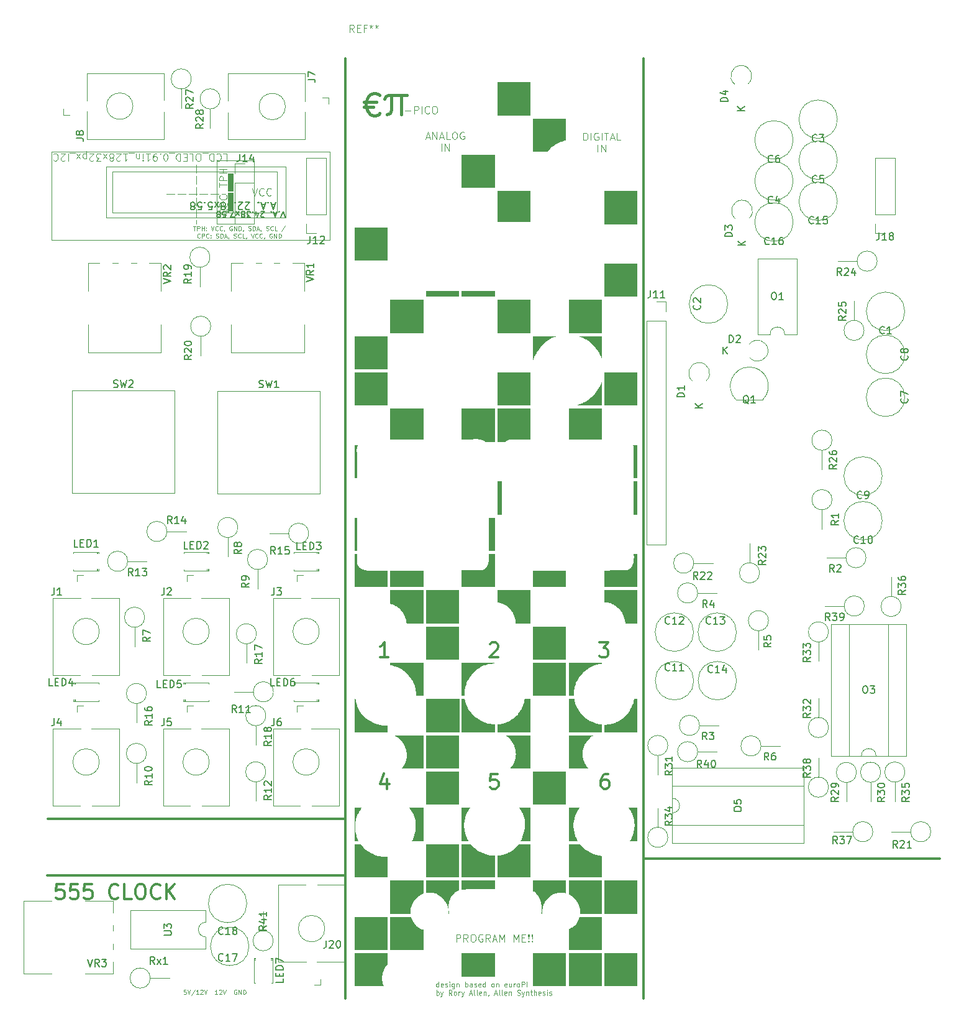
<source format=gbr>
%TF.GenerationSoftware,KiCad,Pcbnew,7.0.9*%
%TF.CreationDate,2023-11-30T21:38:13+01:00*%
%TF.ProjectId,euroPI-kicad_incl_555_clock,6575726f-5049-42d6-9b69-6361645f696e,rev?*%
%TF.SameCoordinates,Original*%
%TF.FileFunction,Legend,Top*%
%TF.FilePolarity,Positive*%
%FSLAX46Y46*%
G04 Gerber Fmt 4.6, Leading zero omitted, Abs format (unit mm)*
G04 Created by KiCad (PCBNEW 7.0.9) date 2023-11-30 21:38:13*
%MOMM*%
%LPD*%
G01*
G04 APERTURE LIST*
%ADD10C,0.000000*%
%ADD11C,0.300000*%
%ADD12C,0.100000*%
%ADD13C,0.125000*%
%ADD14C,0.400000*%
%ADD15C,0.150000*%
%ADD16C,0.120000*%
G04 APERTURE END LIST*
D10*
G36*
X147185123Y-63044000D02*
G01*
X142666019Y-63044000D01*
X142666019Y-58524377D01*
X147185123Y-58524377D01*
X147185123Y-63044000D01*
G37*
G36*
X142321339Y-77867380D02*
G01*
X141068188Y-77867380D01*
X140980566Y-77802305D01*
X140887601Y-77744172D01*
X140789858Y-77692717D01*
X140687902Y-77647675D01*
X140582296Y-77608783D01*
X140473605Y-77575776D01*
X140362393Y-77548391D01*
X140249224Y-77526363D01*
X140134663Y-77509429D01*
X140019275Y-77497324D01*
X139903623Y-77489784D01*
X139788271Y-77486547D01*
X139673785Y-77487347D01*
X139560728Y-77491920D01*
X139449665Y-77500003D01*
X139341160Y-77511331D01*
X137801720Y-77511331D01*
X137801720Y-73347757D01*
X142321339Y-73347757D01*
X142321339Y-77867380D01*
G37*
G36*
X137457035Y-102573358D02*
G01*
X132937416Y-102573358D01*
X132937416Y-98054254D01*
X137457035Y-98054254D01*
X137457035Y-102573358D01*
G37*
G36*
X150453648Y-63573326D02*
G01*
X150176992Y-63698864D01*
X149908682Y-63841471D01*
X149649485Y-64000327D01*
X149400171Y-64174614D01*
X149161509Y-64363511D01*
X148934266Y-64566200D01*
X148719212Y-64781860D01*
X148517115Y-65009672D01*
X148328743Y-65248818D01*
X148154867Y-65498477D01*
X147996253Y-65757830D01*
X147853672Y-66026058D01*
X147727890Y-66302341D01*
X147619678Y-66585860D01*
X147529804Y-66875795D01*
X147529804Y-63465677D01*
X150737881Y-63465677D01*
X150453648Y-63573326D01*
G37*
G36*
X123537743Y-90432285D02*
G01*
X123552460Y-92691278D01*
X123209328Y-92691278D01*
X123209328Y-88171655D01*
X123533340Y-88171655D01*
X123537743Y-90432285D01*
G37*
G36*
X127728947Y-53161439D02*
G01*
X123209328Y-53161439D01*
X123209328Y-48641809D01*
X127728947Y-48641809D01*
X127728947Y-53161439D01*
G37*
G36*
X147185123Y-102573343D02*
G01*
X145187313Y-102573343D01*
X145181035Y-102457778D01*
X145170341Y-102342417D01*
X145155292Y-102227425D01*
X145135946Y-102112968D01*
X145112363Y-101999208D01*
X145084601Y-101886311D01*
X145052721Y-101774442D01*
X145016781Y-101663765D01*
X144976841Y-101554445D01*
X144932959Y-101446646D01*
X144885195Y-101340533D01*
X144833609Y-101236271D01*
X144778258Y-101134024D01*
X144719204Y-101033957D01*
X144656504Y-100936234D01*
X144590219Y-100841020D01*
X144520406Y-100748480D01*
X144447126Y-100658778D01*
X144370438Y-100572079D01*
X144290401Y-100488547D01*
X144207074Y-100408347D01*
X144120516Y-100331644D01*
X144030787Y-100258603D01*
X143937945Y-100189387D01*
X143842051Y-100124162D01*
X143743163Y-100063091D01*
X143641341Y-100006341D01*
X143536643Y-99954075D01*
X143429129Y-99906458D01*
X143318858Y-99863654D01*
X143205889Y-99825828D01*
X143090282Y-99793146D01*
X143038245Y-99778447D01*
X142985842Y-99765257D01*
X142933114Y-99753482D01*
X142880102Y-99743028D01*
X142826846Y-99733801D01*
X142773387Y-99725708D01*
X142719764Y-99718655D01*
X142666019Y-99712549D01*
X142666019Y-98054254D01*
X147185123Y-98054239D01*
X147185123Y-102573343D01*
G37*
G36*
X130930653Y-142578811D02*
G01*
X130946689Y-142632403D01*
X130963974Y-142685676D01*
X130982535Y-142738601D01*
X131002398Y-142791153D01*
X131023588Y-142843303D01*
X131046132Y-142895026D01*
X131070056Y-142946292D01*
X131095387Y-142997076D01*
X131122149Y-143047351D01*
X131150370Y-143097088D01*
X131180076Y-143146261D01*
X131211292Y-143194843D01*
X131244045Y-143242807D01*
X131278361Y-143290125D01*
X131314266Y-143336770D01*
X131373440Y-143425205D01*
X131436083Y-143509597D01*
X131502044Y-143589979D01*
X131571172Y-143666382D01*
X131643315Y-143738840D01*
X131718323Y-143807383D01*
X131796045Y-143872044D01*
X131876330Y-143932853D01*
X131959026Y-143989844D01*
X132043983Y-144043048D01*
X132131050Y-144092496D01*
X132220075Y-144138221D01*
X132310908Y-144180255D01*
X132403398Y-144218628D01*
X132497393Y-144253374D01*
X132592743Y-144284524D01*
X132592743Y-147044549D01*
X128073639Y-147044549D01*
X128073639Y-142524927D01*
X130915840Y-142524927D01*
X130930653Y-142578811D01*
G37*
G36*
X137457043Y-122338052D02*
G01*
X132937424Y-122338052D01*
X132937424Y-117818948D01*
X137457043Y-117818948D01*
X137457043Y-122338052D01*
G37*
G36*
X132592735Y-98054285D02*
G01*
X132592735Y-102573388D01*
X130301918Y-102573388D01*
X130290276Y-102463075D01*
X130274647Y-102353147D01*
X130231643Y-102135028D01*
X130173327Y-101920186D01*
X130100119Y-101709777D01*
X130012440Y-101504956D01*
X129910710Y-101306880D01*
X129795349Y-101116704D01*
X129732690Y-101024940D01*
X129666780Y-100935585D01*
X129597673Y-100848782D01*
X129525422Y-100764676D01*
X129450078Y-100683412D01*
X129371695Y-100605135D01*
X129290325Y-100529988D01*
X129206021Y-100458117D01*
X129118835Y-100389665D01*
X129028820Y-100324777D01*
X128936028Y-100263598D01*
X128840512Y-100206272D01*
X128742325Y-100152943D01*
X128641519Y-100103756D01*
X128538147Y-100058856D01*
X128432261Y-100018386D01*
X128323913Y-99982492D01*
X128213158Y-99951318D01*
X128195892Y-99946384D01*
X128178548Y-99941815D01*
X128161140Y-99937540D01*
X128143682Y-99933494D01*
X128073631Y-99918222D01*
X128073631Y-98054254D01*
X132592735Y-98054285D01*
G37*
G36*
X147185139Y-137161935D02*
G01*
X142666035Y-137161935D01*
X142666035Y-134211221D01*
X142776592Y-134202604D01*
X142886878Y-134190982D01*
X142996823Y-134176314D01*
X143106355Y-134158559D01*
X143215403Y-134137673D01*
X143323895Y-134113614D01*
X143431759Y-134086342D01*
X143538926Y-134055812D01*
X143645323Y-134021985D01*
X143750879Y-133984816D01*
X143855524Y-133944265D01*
X143959184Y-133900289D01*
X144061791Y-133852846D01*
X144163271Y-133801894D01*
X144263553Y-133747391D01*
X144362568Y-133689294D01*
X144450525Y-133638906D01*
X144536695Y-133586222D01*
X144621075Y-133531307D01*
X144703660Y-133474220D01*
X144784449Y-133415025D01*
X144863439Y-133353782D01*
X144940626Y-133290553D01*
X145016007Y-133225400D01*
X145089580Y-133158386D01*
X145161342Y-133089571D01*
X145231289Y-133019017D01*
X145299419Y-132946786D01*
X145365729Y-132872940D01*
X145430216Y-132797540D01*
X145492876Y-132720649D01*
X145553707Y-132642328D01*
X147185139Y-132642313D01*
X147185139Y-137161935D01*
G37*
G36*
X152049435Y-127279352D02*
G01*
X147529812Y-127279352D01*
X147529812Y-122760248D01*
X152049435Y-122760248D01*
X152049435Y-127279352D01*
G37*
G36*
X152049427Y-33818437D02*
G01*
X152049427Y-36819284D01*
X151859995Y-36852750D01*
X151673210Y-36895761D01*
X151489319Y-36948025D01*
X151308572Y-37009253D01*
X151131218Y-37079155D01*
X150957505Y-37157440D01*
X150787683Y-37243818D01*
X150622000Y-37338000D01*
X150460705Y-37439694D01*
X150304047Y-37548611D01*
X150152276Y-37664460D01*
X150005640Y-37786951D01*
X149864387Y-37915794D01*
X149728767Y-38050699D01*
X149599029Y-38191376D01*
X149475422Y-38337533D01*
X147529804Y-38337533D01*
X147529804Y-33818429D01*
X152049427Y-33818437D01*
G37*
G36*
X127728943Y-72926080D02*
G01*
X123209324Y-72926080D01*
X123209324Y-68406976D01*
X127728943Y-68406976D01*
X127728943Y-72926080D01*
G37*
G36*
X156913723Y-66555406D02*
G01*
X156814757Y-66288948D01*
X156699886Y-66029522D01*
X156569805Y-65777719D01*
X156425206Y-65534126D01*
X156266783Y-65299331D01*
X156095230Y-65073925D01*
X155911239Y-64858494D01*
X155715504Y-64653629D01*
X155508718Y-64459917D01*
X155291575Y-64277947D01*
X155064768Y-64108308D01*
X154828990Y-63951588D01*
X154584935Y-63808377D01*
X154333296Y-63679262D01*
X154074766Y-63564832D01*
X153810039Y-63465677D01*
X156913723Y-63465677D01*
X156913723Y-66555406D01*
G37*
G36*
X147185123Y-73347765D02*
G01*
X147185123Y-77511331D01*
X144352741Y-77511331D01*
X144310090Y-77525170D01*
X144268113Y-77540302D01*
X144226814Y-77556690D01*
X144186199Y-77574298D01*
X144146272Y-77593088D01*
X144107038Y-77613025D01*
X144068500Y-77634071D01*
X144030665Y-77656190D01*
X143993537Y-77679346D01*
X143957119Y-77703502D01*
X143921418Y-77728620D01*
X143886437Y-77754665D01*
X143852181Y-77781601D01*
X143818655Y-77809389D01*
X143785863Y-77837994D01*
X143753811Y-77867380D01*
X142666019Y-77867380D01*
X142666019Y-73347757D01*
X147185123Y-73347765D01*
G37*
G36*
X132592735Y-63044000D02*
G01*
X128073631Y-63044000D01*
X128073631Y-58524377D01*
X132592735Y-58524377D01*
X132592735Y-63044000D01*
G37*
D11*
X81381600Y-129168000D02*
X121818400Y-129168000D01*
D10*
G36*
X147185123Y-43700563D02*
G01*
X147185123Y-47915292D01*
X142666019Y-47913690D01*
X142666019Y-43700509D01*
X147185123Y-43700563D01*
G37*
G36*
X142321339Y-43278833D02*
G01*
X137801716Y-43278833D01*
X137801716Y-38759729D01*
X142321339Y-38759729D01*
X142321339Y-43278833D01*
G37*
G36*
X132592731Y-112455972D02*
G01*
X131579872Y-112455972D01*
X131582657Y-112282192D01*
X131578523Y-112108567D01*
X131567390Y-111935381D01*
X131549176Y-111762920D01*
X131523800Y-111591472D01*
X131491182Y-111421320D01*
X131451242Y-111252752D01*
X131403898Y-111086053D01*
X131349069Y-110921510D01*
X131286675Y-110759407D01*
X131216635Y-110600031D01*
X131138868Y-110443667D01*
X131053294Y-110290603D01*
X130959831Y-110141122D01*
X130858399Y-109995512D01*
X130748917Y-109854059D01*
X130625556Y-109697007D01*
X130494330Y-109547154D01*
X130355671Y-109404621D01*
X130210013Y-109269532D01*
X130057788Y-109142009D01*
X129899428Y-109022176D01*
X129735367Y-108910154D01*
X129566036Y-108806068D01*
X129391869Y-108710040D01*
X129213299Y-108622192D01*
X129030757Y-108542648D01*
X128844677Y-108471530D01*
X128655491Y-108408962D01*
X128463633Y-108355066D01*
X128269534Y-108309965D01*
X128073627Y-108273782D01*
X128073627Y-107936349D01*
X132592731Y-107936349D01*
X132592731Y-112455972D01*
G37*
D11*
X162560000Y-25654000D02*
X162560000Y-153659000D01*
D10*
G36*
X142321339Y-93112985D02*
G01*
X142321339Y-97632089D01*
X137801716Y-97632089D01*
X137801716Y-95364007D01*
X139169295Y-95354886D01*
X140535915Y-95339700D01*
X140623290Y-95310520D01*
X140705579Y-95276876D01*
X140782923Y-95238954D01*
X140855465Y-95196940D01*
X140923347Y-95151020D01*
X140986709Y-95101378D01*
X141045695Y-95048201D01*
X141100447Y-94991675D01*
X141151106Y-94931984D01*
X141197813Y-94869316D01*
X141240712Y-94803855D01*
X141279944Y-94735787D01*
X141315651Y-94665298D01*
X141347975Y-94592574D01*
X141403042Y-94441162D01*
X141446279Y-94283036D01*
X141478824Y-94119682D01*
X141501810Y-93952585D01*
X141516374Y-93783231D01*
X141523652Y-93613106D01*
X141524778Y-93443694D01*
X141520888Y-93276482D01*
X141513119Y-93112955D01*
X142321339Y-93112985D01*
G37*
G36*
X156913731Y-72926073D02*
G01*
X153256588Y-72926073D01*
X153414712Y-72892286D01*
X153570981Y-72852755D01*
X153877568Y-72756985D01*
X154175569Y-72639825D01*
X154464205Y-72502336D01*
X154742697Y-72345582D01*
X155010265Y-72170623D01*
X155266131Y-71978522D01*
X155509515Y-71770339D01*
X155739637Y-71547139D01*
X155955720Y-71309981D01*
X156156982Y-71059928D01*
X156342646Y-70798042D01*
X156511932Y-70525385D01*
X156664061Y-70243019D01*
X156798254Y-69952005D01*
X156913731Y-69653406D01*
X156913731Y-72926073D01*
G37*
G36*
X137457035Y-57337411D02*
G01*
X137457035Y-58102739D01*
X132937416Y-58102739D01*
X132937416Y-57336412D01*
X137457035Y-57337411D01*
G37*
G36*
X161777515Y-58102739D02*
G01*
X157258411Y-58102739D01*
X157258411Y-53583116D01*
X161777515Y-53583116D01*
X161777515Y-58102739D01*
G37*
G36*
X156913738Y-147044549D02*
G01*
X152394115Y-147044549D01*
X152394115Y-144208032D01*
X152511854Y-144158348D01*
X152626911Y-144103277D01*
X152738982Y-144042846D01*
X152847765Y-143977083D01*
X152952960Y-143906017D01*
X153054262Y-143829676D01*
X153151372Y-143748087D01*
X153243985Y-143661279D01*
X153331801Y-143569280D01*
X153414516Y-143472117D01*
X153491830Y-143369819D01*
X153563439Y-143262414D01*
X153629043Y-143149930D01*
X153688337Y-143032394D01*
X153741021Y-142909835D01*
X153786793Y-142782281D01*
X153800183Y-142750509D01*
X153812743Y-142718576D01*
X153824570Y-142686504D01*
X153835765Y-142654319D01*
X153846426Y-142622045D01*
X153856651Y-142589705D01*
X153876194Y-142524927D01*
X156913738Y-142524927D01*
X156913738Y-147044549D01*
G37*
G36*
X147185123Y-72926080D02*
G01*
X142666019Y-72926080D01*
X142666019Y-68406976D01*
X147185123Y-68406976D01*
X147185123Y-72926080D01*
G37*
G36*
X132592735Y-73347765D02*
G01*
X132592735Y-77511331D01*
X128073631Y-77511331D01*
X128073631Y-73347757D01*
X132592735Y-73347765D01*
G37*
G36*
X156913731Y-63044000D02*
G01*
X152394108Y-63044000D01*
X152394108Y-58524377D01*
X156913731Y-58524377D01*
X156913731Y-63044000D01*
G37*
G36*
X132937416Y-57336412D02*
G01*
X132937412Y-57336412D01*
X132937416Y-57336366D01*
X132937416Y-57336412D01*
G37*
G36*
X161777523Y-132220636D02*
G01*
X160751743Y-132220636D01*
X160868529Y-132014165D01*
X160974184Y-131801940D01*
X161068337Y-131584593D01*
X161150613Y-131362752D01*
X161220640Y-131137048D01*
X161278045Y-130908111D01*
X161322454Y-130676571D01*
X161353495Y-130443058D01*
X161370793Y-130208201D01*
X161373976Y-129972632D01*
X161362670Y-129736979D01*
X161336503Y-129501874D01*
X161295102Y-129267945D01*
X161238092Y-129035824D01*
X161165101Y-128806140D01*
X161075756Y-128579523D01*
X161027915Y-128462932D01*
X160976269Y-128348202D01*
X160920946Y-128235371D01*
X160862072Y-128124477D01*
X160799775Y-128015557D01*
X160734182Y-127908651D01*
X160665420Y-127803795D01*
X160593616Y-127701028D01*
X161777523Y-127701013D01*
X161777523Y-132220636D01*
G37*
G36*
X147185123Y-33396753D02*
G01*
X142666019Y-33396753D01*
X142666019Y-28877130D01*
X147185123Y-28877130D01*
X147185123Y-33396753D01*
G37*
G36*
X161777508Y-93112985D02*
G01*
X161777508Y-97632089D01*
X157258404Y-97632089D01*
X157258404Y-95367105D01*
X158776723Y-95357042D01*
X160293880Y-95339700D01*
X160381255Y-95310520D01*
X160463543Y-95276876D01*
X160540887Y-95238954D01*
X160613428Y-95196940D01*
X160681309Y-95151020D01*
X160744672Y-95101378D01*
X160803657Y-95048201D01*
X160858409Y-94991675D01*
X160909067Y-94931984D01*
X160955775Y-94869316D01*
X160998674Y-94803855D01*
X161037906Y-94735787D01*
X161073613Y-94665298D01*
X161105937Y-94592574D01*
X161161004Y-94441162D01*
X161204242Y-94283036D01*
X161236787Y-94119682D01*
X161259774Y-93952585D01*
X161274338Y-93783231D01*
X161281616Y-93613106D01*
X161282743Y-93443694D01*
X161278853Y-93276482D01*
X161271084Y-93112955D01*
X161777508Y-93112985D01*
G37*
G36*
X152049435Y-151985330D02*
G01*
X147529812Y-151985330D01*
X147529812Y-147466226D01*
X152049435Y-147466226D01*
X152049435Y-151985330D01*
G37*
G36*
X142321293Y-92690759D02*
G01*
X141499638Y-92690759D01*
X141495547Y-90431745D01*
X141498135Y-88171655D01*
X142321293Y-88171655D01*
X142321293Y-92690759D01*
G37*
D11*
X162560000Y-134620000D02*
X202996800Y-134620000D01*
D10*
G36*
X161777515Y-72926080D02*
G01*
X157258411Y-72926080D01*
X157258411Y-68406976D01*
X161777515Y-68406976D01*
X161777515Y-72926080D01*
G37*
G36*
X156913731Y-142103250D02*
G01*
X153959392Y-142103250D01*
X153966662Y-142001311D01*
X153969415Y-141899355D01*
X153967738Y-141797508D01*
X153961722Y-141695893D01*
X153951457Y-141594636D01*
X153937030Y-141493860D01*
X153918532Y-141393691D01*
X153896053Y-141294252D01*
X153869680Y-141195669D01*
X153839504Y-141098065D01*
X153805614Y-141001566D01*
X153768099Y-140906296D01*
X153727049Y-140812379D01*
X153682552Y-140719939D01*
X153634698Y-140629103D01*
X153583577Y-140539993D01*
X153529278Y-140452734D01*
X153471889Y-140367452D01*
X153411501Y-140284269D01*
X153348202Y-140203312D01*
X153282083Y-140124704D01*
X153213231Y-140048571D01*
X153141737Y-139975035D01*
X153067690Y-139904223D01*
X152991179Y-139836258D01*
X152912293Y-139771265D01*
X152831123Y-139709369D01*
X152747756Y-139650693D01*
X152662282Y-139595363D01*
X152574792Y-139543504D01*
X152485373Y-139495239D01*
X152394115Y-139450693D01*
X152394115Y-137583627D01*
X156913731Y-137583627D01*
X156913731Y-142103250D01*
G37*
G36*
X132592739Y-139364923D02*
G01*
X132488890Y-139400813D01*
X132387455Y-139441628D01*
X132288511Y-139487196D01*
X132192133Y-139537346D01*
X132098396Y-139591905D01*
X132007376Y-139650702D01*
X131919147Y-139713564D01*
X131833785Y-139780320D01*
X131671963Y-139924823D01*
X131522512Y-140082835D01*
X131386035Y-140252982D01*
X131263133Y-140433885D01*
X131154408Y-140624170D01*
X131060464Y-140822460D01*
X130981903Y-141027379D01*
X130919325Y-141237551D01*
X130873335Y-141451600D01*
X130844534Y-141668151D01*
X130833524Y-141885826D01*
X130840908Y-142103250D01*
X128073635Y-142103250D01*
X128073635Y-137583627D01*
X132592739Y-137583627D01*
X132592739Y-139364923D01*
G37*
G36*
X156913723Y-108090860D02*
G01*
X156711692Y-108109791D01*
X156512165Y-108139705D01*
X156315425Y-108180263D01*
X156121759Y-108231125D01*
X155931450Y-108291949D01*
X155744783Y-108362395D01*
X155562044Y-108442122D01*
X155383515Y-108530791D01*
X155209484Y-108628061D01*
X155040233Y-108733590D01*
X154876049Y-108847040D01*
X154717215Y-108968069D01*
X154564015Y-109096336D01*
X154416736Y-109231502D01*
X154275662Y-109373226D01*
X154141077Y-109521167D01*
X154013266Y-109674985D01*
X153892514Y-109834340D01*
X153779105Y-109998891D01*
X153673324Y-110168297D01*
X153575457Y-110342218D01*
X153485786Y-110520314D01*
X153404599Y-110702244D01*
X153332178Y-110887668D01*
X153268809Y-111076245D01*
X153214776Y-111267634D01*
X153170365Y-111461496D01*
X153135859Y-111657490D01*
X153111544Y-111855274D01*
X153097704Y-112054510D01*
X153094624Y-112254856D01*
X153102589Y-112455972D01*
X152394108Y-112455972D01*
X152394108Y-107936349D01*
X156913723Y-107936349D01*
X156913723Y-108090860D01*
G37*
G36*
X139050747Y-132642374D02*
G01*
X139203646Y-132818554D01*
X139366428Y-132985602D01*
X139538447Y-133143249D01*
X139719057Y-133291232D01*
X139907612Y-133429284D01*
X140103466Y-133557139D01*
X140305973Y-133674533D01*
X140514487Y-133781198D01*
X140728362Y-133876870D01*
X140946953Y-133961283D01*
X141169613Y-134034171D01*
X141395697Y-134095268D01*
X141624557Y-134144309D01*
X141855550Y-134181029D01*
X142088028Y-134205161D01*
X142321346Y-134216440D01*
X142321346Y-137161951D01*
X137801727Y-137161951D01*
X137801727Y-132642328D01*
X139050747Y-132642374D01*
G37*
G36*
X137457043Y-137161951D02*
G01*
X132937424Y-137161951D01*
X132937424Y-132642328D01*
X137457043Y-132642328D01*
X137457043Y-137161951D01*
G37*
G36*
X137457043Y-127254000D02*
G01*
X132937424Y-127254000D01*
X132937424Y-122734896D01*
X137457043Y-122734896D01*
X137457043Y-127254000D01*
G37*
G36*
X127728947Y-67984781D02*
G01*
X123209328Y-67984781D01*
X123209328Y-63465677D01*
X127728947Y-63465677D01*
X127728947Y-67984781D01*
G37*
G36*
X142286198Y-107936792D02*
G01*
X142286198Y-108065988D01*
X142258661Y-108065738D01*
X142231131Y-108065114D01*
X142176088Y-108063489D01*
X142148575Y-108062865D01*
X142121066Y-108062615D01*
X142093561Y-108062927D01*
X142066059Y-108063989D01*
X141858206Y-108076111D01*
X141653267Y-108100166D01*
X141451510Y-108135767D01*
X141253200Y-108182530D01*
X141058606Y-108240068D01*
X140867994Y-108307994D01*
X140681631Y-108385923D01*
X140499784Y-108473469D01*
X140322721Y-108570246D01*
X140150708Y-108675867D01*
X139984013Y-108789948D01*
X139822902Y-108912101D01*
X139667642Y-109041940D01*
X139518501Y-109179081D01*
X139375745Y-109323136D01*
X139239642Y-109473720D01*
X139110459Y-109630447D01*
X138988462Y-109792930D01*
X138873918Y-109960784D01*
X138767096Y-110133622D01*
X138668261Y-110311059D01*
X138577681Y-110492709D01*
X138495623Y-110678185D01*
X138422353Y-110867101D01*
X138358140Y-111059073D01*
X138303249Y-111253712D01*
X138257948Y-111450634D01*
X138222504Y-111649453D01*
X138197184Y-111849782D01*
X138182255Y-112051236D01*
X138177985Y-112253428D01*
X138184639Y-112455972D01*
X137767094Y-112455972D01*
X137767094Y-107936349D01*
X142286198Y-107936792D01*
G37*
G36*
X123649503Y-78344901D02*
G01*
X123624158Y-78401769D01*
X123601052Y-78459597D01*
X123580256Y-78518321D01*
X123561840Y-78577878D01*
X123545874Y-78638205D01*
X123532429Y-78699239D01*
X123521574Y-78760915D01*
X123513382Y-78823171D01*
X123507920Y-78885944D01*
X123505261Y-78949170D01*
X123505474Y-79012785D01*
X123508630Y-79076727D01*
X123514799Y-79140931D01*
X123524051Y-79205335D01*
X123536457Y-79269876D01*
X123540058Y-82808679D01*
X123209328Y-82808679D01*
X123209328Y-78289056D01*
X123677017Y-78289056D01*
X123649503Y-78344901D01*
G37*
G36*
X156913738Y-151985330D02*
G01*
X152394115Y-151985330D01*
X152394115Y-147466226D01*
X156913738Y-147466226D01*
X156913738Y-151985330D01*
G37*
G36*
X142321346Y-138763894D02*
G01*
X141190289Y-138758758D01*
X140059691Y-138761485D01*
X138930014Y-138776793D01*
X137801723Y-138809396D01*
X137801723Y-137583627D01*
X142321346Y-137583612D01*
X142321346Y-138763894D01*
G37*
G36*
X161777523Y-151985330D02*
G01*
X157258419Y-151985330D01*
X157258419Y-147466226D01*
X161777523Y-147466226D01*
X161777523Y-151985330D01*
G37*
G36*
X127728954Y-147044549D02*
G01*
X123209335Y-147044549D01*
X123209335Y-142524927D01*
X127728954Y-142524927D01*
X127728954Y-147044549D01*
G37*
G36*
X155616558Y-117891981D02*
G01*
X155509866Y-117970150D01*
X155406787Y-118053222D01*
X155307452Y-118140969D01*
X155120531Y-118329560D01*
X154950141Y-118534076D01*
X154797320Y-118752671D01*
X154663106Y-118983497D01*
X154548538Y-119224708D01*
X154454654Y-119474458D01*
X154382492Y-119730900D01*
X154333090Y-119992187D01*
X154317249Y-120124071D01*
X154307488Y-120256473D01*
X154303935Y-120389164D01*
X154306722Y-120521911D01*
X154315978Y-120654485D01*
X154331832Y-120786655D01*
X154354415Y-120918189D01*
X154383855Y-121048857D01*
X154420284Y-121178428D01*
X154463831Y-121306672D01*
X154514624Y-121433356D01*
X154572796Y-121558252D01*
X154596797Y-121614389D01*
X154622103Y-121669478D01*
X154648679Y-121723532D01*
X154676489Y-121776565D01*
X154705498Y-121828589D01*
X154735672Y-121879618D01*
X154766974Y-121929665D01*
X154799370Y-121978742D01*
X154832824Y-122026864D01*
X154867302Y-122074042D01*
X154902768Y-122120291D01*
X154939188Y-122165624D01*
X154976525Y-122210053D01*
X155014745Y-122253592D01*
X155053813Y-122296254D01*
X155093693Y-122338052D01*
X152394115Y-122338052D01*
X152394115Y-117818948D01*
X155726734Y-117818948D01*
X155616558Y-117891981D01*
G37*
D11*
X121920000Y-25654000D02*
X121920000Y-153659000D01*
D10*
G36*
X129645626Y-95367731D02*
G01*
X132592731Y-95373727D01*
X132592731Y-97632501D01*
X128073627Y-97632501D01*
X128073627Y-95369592D01*
X129645626Y-95367593D01*
X129645626Y-95367731D01*
G37*
G36*
X147185123Y-117397272D02*
G01*
X142666019Y-117397272D01*
X142666019Y-116338418D01*
X142779945Y-116330309D01*
X142893605Y-116318939D01*
X143006918Y-116304274D01*
X143119807Y-116286277D01*
X143232193Y-116264912D01*
X143343996Y-116240144D01*
X143455139Y-116211936D01*
X143565542Y-116180253D01*
X143675127Y-116145059D01*
X143783814Y-116106318D01*
X143891526Y-116063994D01*
X143998182Y-116018051D01*
X144103705Y-115968453D01*
X144208016Y-115915165D01*
X144311036Y-115858150D01*
X144412685Y-115797372D01*
X144612729Y-115678724D01*
X144803263Y-115548561D01*
X144984157Y-115407527D01*
X145155281Y-115256264D01*
X145316506Y-115095417D01*
X145467703Y-114925630D01*
X145608743Y-114747546D01*
X145739495Y-114561809D01*
X145859831Y-114369063D01*
X145969621Y-114169951D01*
X146068735Y-113965117D01*
X146157045Y-113755205D01*
X146234420Y-113540858D01*
X146300732Y-113322721D01*
X146355851Y-113101437D01*
X146399647Y-112877649D01*
X147185123Y-112877649D01*
X147185123Y-117397272D01*
G37*
G36*
X152049396Y-137583642D02*
G01*
X152049396Y-139325143D01*
X151994319Y-139310145D01*
X151938835Y-139296446D01*
X151882958Y-139284082D01*
X151826700Y-139273083D01*
X151770073Y-139263484D01*
X151713090Y-139255315D01*
X151655764Y-139248611D01*
X151598107Y-139243404D01*
X151540132Y-139239726D01*
X151481852Y-139237610D01*
X151423278Y-139237089D01*
X151364424Y-139238195D01*
X151305301Y-139240961D01*
X151245924Y-139245420D01*
X151186304Y-139251604D01*
X151126453Y-139259546D01*
X150991929Y-139267797D01*
X150860179Y-139284007D01*
X150731324Y-139307900D01*
X150605481Y-139339201D01*
X150482768Y-139377633D01*
X150363305Y-139422921D01*
X150247210Y-139474789D01*
X150134602Y-139532961D01*
X150025598Y-139597161D01*
X149920317Y-139667114D01*
X149818879Y-139742543D01*
X149721401Y-139823174D01*
X149628002Y-139908730D01*
X149538800Y-139998936D01*
X149453914Y-140093515D01*
X149373463Y-140192192D01*
X149297564Y-140294691D01*
X149226337Y-140400736D01*
X149159900Y-140510052D01*
X149098372Y-140622363D01*
X149041870Y-140737392D01*
X148990515Y-140854865D01*
X148944423Y-140974505D01*
X148903713Y-141096037D01*
X148868505Y-141219185D01*
X148838916Y-141343672D01*
X148815065Y-141469224D01*
X148797071Y-141595565D01*
X148785052Y-141722418D01*
X148779126Y-141849508D01*
X148779413Y-141976559D01*
X148786030Y-142103296D01*
X148667690Y-142103296D01*
X148667030Y-142097742D01*
X148666516Y-142092119D01*
X148665716Y-142080762D01*
X148665328Y-142075078D01*
X148664879Y-142069423D01*
X148664318Y-142063821D01*
X148663593Y-142058298D01*
X148679772Y-141849582D01*
X148689704Y-141634975D01*
X148692243Y-141416288D01*
X148686239Y-141195332D01*
X148670543Y-140973917D01*
X148644008Y-140753854D01*
X148605485Y-140536953D01*
X148553825Y-140325025D01*
X148522710Y-140221492D01*
X148487880Y-140119881D01*
X148449192Y-140020419D01*
X148406502Y-139923332D01*
X148359666Y-139828846D01*
X148308542Y-139737188D01*
X148252984Y-139648584D01*
X148192850Y-139563260D01*
X148127997Y-139481442D01*
X148058281Y-139403358D01*
X147983557Y-139329233D01*
X147903683Y-139259293D01*
X147818515Y-139193766D01*
X147727910Y-139132877D01*
X147631723Y-139076852D01*
X147529812Y-139025918D01*
X147529812Y-137583627D01*
X152049396Y-137583642D01*
G37*
D11*
X81280000Y-136915000D02*
X121716800Y-136915000D01*
D10*
G36*
X152049427Y-107514673D02*
G01*
X147529804Y-107514673D01*
X147529804Y-102995050D01*
X152049427Y-102995050D01*
X152049427Y-107514673D01*
G37*
G36*
X123556072Y-93113397D02*
G01*
X123567444Y-94407892D01*
X123599365Y-94502571D01*
X123636556Y-94591269D01*
X123678776Y-94674169D01*
X123725785Y-94751450D01*
X123777346Y-94823296D01*
X123833217Y-94889886D01*
X123893159Y-94951404D01*
X123956934Y-95008029D01*
X124024300Y-95059944D01*
X124095020Y-95107329D01*
X124168853Y-95150367D01*
X124245559Y-95189239D01*
X124324900Y-95224126D01*
X124406636Y-95255209D01*
X124576333Y-95306692D01*
X124752735Y-95345137D01*
X124933926Y-95371998D01*
X125117989Y-95388724D01*
X125303008Y-95396769D01*
X125487067Y-95397582D01*
X125668250Y-95392615D01*
X126014324Y-95371149D01*
X127728947Y-95369150D01*
X127728947Y-97632059D01*
X123209328Y-97632059D01*
X123209328Y-93112955D01*
X123556072Y-93113397D01*
G37*
G36*
X149403088Y-95368204D02*
G01*
X152049435Y-95373208D01*
X152049435Y-97632501D01*
X147529812Y-97632501D01*
X147529812Y-95369592D01*
X149403080Y-95367593D01*
X149403088Y-95368204D01*
G37*
G36*
X138805458Y-127895631D02*
G01*
X138686233Y-128096646D01*
X138577726Y-128303486D01*
X138480345Y-128515565D01*
X138394501Y-128732297D01*
X138320603Y-128953096D01*
X138259062Y-129177376D01*
X138210286Y-129404552D01*
X138174686Y-129634036D01*
X138152671Y-129865244D01*
X138144652Y-130097588D01*
X138151037Y-130330484D01*
X138172237Y-130563344D01*
X138208662Y-130795583D01*
X138260720Y-131026615D01*
X138328823Y-131255853D01*
X138346702Y-131320642D01*
X138365834Y-131384817D01*
X138386190Y-131448382D01*
X138407743Y-131511340D01*
X138430464Y-131573694D01*
X138454325Y-131635447D01*
X138505356Y-131757163D01*
X138560611Y-131876516D01*
X138619865Y-131993531D01*
X138682893Y-132108234D01*
X138749470Y-132220651D01*
X137801723Y-132220651D01*
X137801723Y-127701028D01*
X138934990Y-127701028D01*
X138805458Y-127895631D01*
G37*
G36*
X154098386Y-132806522D02*
G01*
X154246047Y-132963430D01*
X154401406Y-133112769D01*
X154564007Y-133254258D01*
X154733393Y-133387617D01*
X154909106Y-133512565D01*
X155090691Y-133628819D01*
X155277689Y-133736101D01*
X155469644Y-133834127D01*
X155666099Y-133922618D01*
X155866597Y-134001292D01*
X156070681Y-134069868D01*
X156277894Y-134128065D01*
X156487779Y-134175603D01*
X156699880Y-134212199D01*
X156913738Y-134237573D01*
X156913738Y-137161951D01*
X152394115Y-137161951D01*
X152394115Y-132642328D01*
X153958881Y-132642328D01*
X154098386Y-132806522D01*
G37*
G36*
X143291302Y-87749978D02*
G01*
X142666019Y-87749978D01*
X142666019Y-83230356D01*
X143297504Y-83230356D01*
X143291302Y-87749978D01*
G37*
G36*
X123350784Y-112960352D02*
G01*
X123363954Y-113042977D01*
X123378738Y-113125486D01*
X123395331Y-113207841D01*
X123413931Y-113290005D01*
X123434732Y-113371939D01*
X123457932Y-113453606D01*
X123483726Y-113534967D01*
X123533778Y-113706247D01*
X123591872Y-113873581D01*
X123657737Y-114036856D01*
X123731102Y-114195960D01*
X123811695Y-114350779D01*
X123899245Y-114501201D01*
X123993481Y-114647113D01*
X124094131Y-114788401D01*
X124200925Y-114924953D01*
X124313592Y-115056655D01*
X124555456Y-115305060D01*
X124817554Y-115532712D01*
X125097717Y-115738708D01*
X125393774Y-115922144D01*
X125703555Y-116082116D01*
X126024891Y-116217720D01*
X126355612Y-116328054D01*
X126693548Y-116412213D01*
X127036529Y-116469294D01*
X127382385Y-116498392D01*
X127728947Y-116498605D01*
X127728947Y-117397272D01*
X123209328Y-117397272D01*
X123209328Y-112877649D01*
X123339031Y-112877649D01*
X123350784Y-112960352D01*
G37*
G36*
X124032164Y-127899802D02*
G01*
X123898109Y-128106148D01*
X123775552Y-128319393D01*
X123664982Y-128538860D01*
X123566886Y-128763874D01*
X123481752Y-128993759D01*
X123410068Y-129227841D01*
X123352322Y-129465442D01*
X123309002Y-129705888D01*
X123280596Y-129948504D01*
X123267591Y-130192613D01*
X123270475Y-130437540D01*
X123289736Y-130682610D01*
X123325862Y-130927147D01*
X123379341Y-131170476D01*
X123450661Y-131411920D01*
X123480864Y-131518627D01*
X123514398Y-131623690D01*
X123551133Y-131727130D01*
X123590940Y-131828966D01*
X123633689Y-131929216D01*
X123679250Y-132027901D01*
X123727494Y-132125040D01*
X123778290Y-132220651D01*
X123209331Y-132220651D01*
X123209331Y-127701028D01*
X124177231Y-127701028D01*
X124032164Y-127899802D01*
G37*
G36*
X161777515Y-48220132D02*
G01*
X157258411Y-48220132D01*
X157258411Y-43700509D01*
X161777515Y-43700509D01*
X161777515Y-48220132D01*
G37*
G36*
X147185123Y-132220651D02*
G01*
X145837406Y-132220651D01*
X145978478Y-131957653D01*
X146101238Y-131685450D01*
X146205313Y-131405458D01*
X146290325Y-131119094D01*
X146355900Y-130827773D01*
X146401663Y-130532910D01*
X146427238Y-130235923D01*
X146432250Y-129938226D01*
X146416323Y-129641236D01*
X146379083Y-129346369D01*
X146320153Y-129055040D01*
X146239159Y-128768665D01*
X146135725Y-128488661D01*
X146009476Y-128216443D01*
X145937678Y-128083696D01*
X145860036Y-127953427D01*
X145776503Y-127825812D01*
X145687031Y-127701028D01*
X147185123Y-127701028D01*
X147185123Y-132220651D01*
G37*
G36*
X153745306Y-127876790D02*
G01*
X153632321Y-128058007D01*
X153528300Y-128244272D01*
X153433603Y-128435178D01*
X153348591Y-128630316D01*
X153273624Y-128829280D01*
X153209064Y-129031660D01*
X153155271Y-129237051D01*
X153112606Y-129445042D01*
X153081430Y-129655228D01*
X153062102Y-129867200D01*
X153054985Y-130080551D01*
X153060438Y-130294873D01*
X153078822Y-130509757D01*
X153110498Y-130724797D01*
X153155826Y-130939584D01*
X153173143Y-131025807D01*
X153192519Y-131111262D01*
X153213918Y-131195938D01*
X153237300Y-131279822D01*
X153262627Y-131362905D01*
X153289861Y-131445175D01*
X153318964Y-131526620D01*
X153349896Y-131607229D01*
X153382621Y-131686991D01*
X153417099Y-131765894D01*
X153453292Y-131843927D01*
X153491162Y-131921080D01*
X153530670Y-131997339D01*
X153571778Y-132072696D01*
X153614448Y-132147136D01*
X153658642Y-132220651D01*
X152394115Y-132220651D01*
X152394115Y-127701028D01*
X153866894Y-127701028D01*
X153745306Y-127876790D01*
G37*
G36*
X156913731Y-73347765D02*
G01*
X156913731Y-77511331D01*
X152394108Y-77511331D01*
X152394108Y-73347757D01*
X156913731Y-73347765D01*
G37*
G36*
X161777515Y-98054269D02*
G01*
X161777515Y-102573373D01*
X160109920Y-102573373D01*
X160100285Y-102435770D01*
X160084209Y-102298751D01*
X160061823Y-102162570D01*
X160033259Y-102027477D01*
X159998648Y-101893724D01*
X159958121Y-101761564D01*
X159911810Y-101631246D01*
X159859846Y-101503024D01*
X159802361Y-101377149D01*
X159739485Y-101253871D01*
X159671351Y-101133444D01*
X159598089Y-101016119D01*
X159519832Y-100902146D01*
X159436709Y-100791779D01*
X159348854Y-100685267D01*
X159256396Y-100582864D01*
X159159468Y-100484821D01*
X159058201Y-100391389D01*
X158952726Y-100302819D01*
X158843174Y-100219364D01*
X158729678Y-100141276D01*
X158612367Y-100068805D01*
X158491375Y-100002203D01*
X158366831Y-99941723D01*
X158238868Y-99887615D01*
X158107616Y-99840131D01*
X157973208Y-99799523D01*
X157835774Y-99766043D01*
X157695446Y-99739942D01*
X157552356Y-99721471D01*
X157406633Y-99710883D01*
X157258411Y-99708429D01*
X157258411Y-98054254D01*
X161777515Y-98054269D01*
G37*
G36*
X138249110Y-112940686D02*
G01*
X138261826Y-113003657D01*
X138275578Y-113066542D01*
X138290440Y-113129318D01*
X138306482Y-113191965D01*
X138323777Y-113254461D01*
X138342397Y-113316785D01*
X138362415Y-113378915D01*
X138409682Y-113541562D01*
X138464194Y-113700621D01*
X138525718Y-113856000D01*
X138594025Y-114007604D01*
X138668882Y-114155339D01*
X138750059Y-114299112D01*
X138837325Y-114438829D01*
X138930447Y-114574396D01*
X139133339Y-114832703D01*
X139356884Y-115073284D01*
X139599233Y-115295387D01*
X139858537Y-115498262D01*
X140132945Y-115681157D01*
X140420608Y-115843323D01*
X140719675Y-115984008D01*
X141028298Y-116102460D01*
X141344627Y-116197931D01*
X141666810Y-116269667D01*
X141993000Y-116316920D01*
X142321346Y-116338937D01*
X142321346Y-117397272D01*
X142257786Y-117397272D01*
X142249909Y-117397155D01*
X142242023Y-117396845D01*
X142226238Y-117395883D01*
X142210465Y-117394864D01*
X142202593Y-117394482D01*
X142194736Y-117394266D01*
X142188775Y-117394388D01*
X142182878Y-117394712D01*
X142177024Y-117395172D01*
X142171194Y-117395706D01*
X142159524Y-117396731D01*
X142153645Y-117397094D01*
X142147709Y-117397272D01*
X137801720Y-117397272D01*
X137801720Y-112877649D01*
X138237358Y-112877649D01*
X138249110Y-112940686D01*
G37*
G36*
X152049427Y-112455972D02*
G01*
X147529804Y-112455972D01*
X147529804Y-107936349D01*
X152049427Y-107936349D01*
X152049427Y-112455972D01*
G37*
G36*
X137457035Y-107514673D02*
G01*
X132937416Y-107514673D01*
X132937416Y-102995050D01*
X137457035Y-102995050D01*
X137457035Y-107514673D01*
G37*
G36*
X124208864Y-132849522D02*
G01*
X124385623Y-133045403D01*
X124574785Y-133229569D01*
X124775397Y-133401619D01*
X124986505Y-133561151D01*
X125207158Y-133707764D01*
X125436401Y-133841057D01*
X125673283Y-133960628D01*
X125916849Y-134066076D01*
X126166148Y-134156999D01*
X126420226Y-134232996D01*
X126678130Y-134293665D01*
X126938908Y-134338606D01*
X127201607Y-134367416D01*
X127465273Y-134379694D01*
X127728954Y-134375039D01*
X127728954Y-137161951D01*
X123209335Y-137161951D01*
X123209335Y-132642328D01*
X124045460Y-132642328D01*
X124208864Y-132849522D01*
G37*
G36*
X147185139Y-122338037D02*
G01*
X144380657Y-122338037D01*
X144412091Y-122304219D01*
X144443037Y-122269760D01*
X144473465Y-122234645D01*
X144503346Y-122198856D01*
X144532651Y-122162378D01*
X144561351Y-122125196D01*
X144589416Y-122087293D01*
X144616817Y-122048654D01*
X144712741Y-121923923D01*
X144799523Y-121795128D01*
X144877296Y-121662627D01*
X144946197Y-121526778D01*
X145006359Y-121387940D01*
X145057915Y-121246471D01*
X145101001Y-121102730D01*
X145135751Y-120957075D01*
X145162298Y-120809864D01*
X145180778Y-120661456D01*
X145191324Y-120512209D01*
X145194071Y-120362481D01*
X145189152Y-120212631D01*
X145176703Y-120063018D01*
X145156857Y-119913999D01*
X145129749Y-119765933D01*
X145095513Y-119619179D01*
X145054283Y-119474095D01*
X145006194Y-119331039D01*
X144951379Y-119190369D01*
X144889973Y-119052445D01*
X144822110Y-118917624D01*
X144747925Y-118786265D01*
X144667552Y-118658726D01*
X144581125Y-118535366D01*
X144488777Y-118416542D01*
X144390645Y-118302614D01*
X144286861Y-118193940D01*
X144177560Y-118090878D01*
X144062876Y-117993786D01*
X143942944Y-117903024D01*
X143817898Y-117818948D01*
X147185139Y-117818933D01*
X147185139Y-122338037D01*
G37*
G36*
X127728950Y-148966913D02*
G01*
X127594588Y-149120690D01*
X127471518Y-149284106D01*
X127360267Y-149456093D01*
X127261362Y-149635580D01*
X127175330Y-149821498D01*
X127102697Y-150012780D01*
X127043991Y-150208355D01*
X126999738Y-150407154D01*
X126970465Y-150608108D01*
X126956699Y-150810148D01*
X126958966Y-151012206D01*
X126977793Y-151213211D01*
X127013707Y-151412095D01*
X127038237Y-151510408D01*
X127067236Y-151607789D01*
X127100769Y-151704106D01*
X127138904Y-151799224D01*
X127181706Y-151893010D01*
X127229240Y-151985330D01*
X123209331Y-151985330D01*
X123209331Y-147466226D01*
X127728950Y-147466226D01*
X127728950Y-148966913D01*
G37*
G36*
X137457046Y-138895669D02*
G01*
X137353530Y-138936749D01*
X137253798Y-138983260D01*
X137157859Y-139034981D01*
X137065724Y-139091691D01*
X136977405Y-139153167D01*
X136892911Y-139219189D01*
X136812253Y-139289536D01*
X136735443Y-139363985D01*
X136662490Y-139442316D01*
X136593405Y-139524307D01*
X136528198Y-139609738D01*
X136466882Y-139698385D01*
X136355959Y-139884447D01*
X136260721Y-140080722D01*
X136181253Y-140285440D01*
X136117639Y-140496829D01*
X136069966Y-140713118D01*
X136038317Y-140932537D01*
X136022778Y-141153314D01*
X136023434Y-141373678D01*
X136040369Y-141591859D01*
X136073669Y-141806085D01*
X136067590Y-141878822D01*
X136062572Y-141952999D01*
X136054028Y-142103220D01*
X136014748Y-142103220D01*
X136023524Y-141961057D01*
X136023593Y-141818940D01*
X136015198Y-141677206D01*
X135998581Y-141536195D01*
X135973985Y-141396247D01*
X135941652Y-141257701D01*
X135901824Y-141120896D01*
X135854744Y-140986173D01*
X135800654Y-140853869D01*
X135739796Y-140724325D01*
X135672412Y-140597880D01*
X135598746Y-140474873D01*
X135519040Y-140355645D01*
X135433535Y-140240533D01*
X135342474Y-140129878D01*
X135246100Y-140024019D01*
X135144655Y-139923295D01*
X135038382Y-139828046D01*
X134927522Y-139738611D01*
X134812318Y-139655330D01*
X134693012Y-139578541D01*
X134569847Y-139508585D01*
X134443066Y-139445801D01*
X134312909Y-139390528D01*
X134179621Y-139343105D01*
X134043443Y-139303872D01*
X133904618Y-139273169D01*
X133763388Y-139251334D01*
X133619995Y-139238707D01*
X133474682Y-139235628D01*
X133327691Y-139242436D01*
X133179264Y-139259469D01*
X133148369Y-139260929D01*
X133117756Y-139263194D01*
X133087378Y-139266135D01*
X133057190Y-139269619D01*
X132997200Y-139277693D01*
X132937420Y-139286371D01*
X132937420Y-137583627D01*
X137457046Y-137583597D01*
X137457046Y-138895669D01*
G37*
G36*
X137491661Y-117397272D02*
G01*
X132972557Y-117397272D01*
X132972557Y-112877649D01*
X137491661Y-112877649D01*
X137491661Y-117397272D01*
G37*
G36*
X161777500Y-87749978D02*
G01*
X161257114Y-87749978D01*
X161259716Y-83230356D01*
X161777500Y-83230356D01*
X161777500Y-87749978D01*
G37*
G36*
X161777523Y-142103250D02*
G01*
X157258419Y-142103250D01*
X157258419Y-137583627D01*
X161777523Y-137583627D01*
X161777523Y-142103250D01*
G37*
G36*
X132592739Y-132220651D02*
G01*
X131046062Y-132220651D01*
X131172934Y-131958953D01*
X131282173Y-131689221D01*
X131373448Y-131412779D01*
X131446428Y-131130947D01*
X131500782Y-130845050D01*
X131536179Y-130556409D01*
X131552290Y-130266347D01*
X131548782Y-129976186D01*
X131525325Y-129687250D01*
X131481588Y-129400861D01*
X131417240Y-129118340D01*
X131331951Y-128841012D01*
X131225389Y-128570198D01*
X131097224Y-128307221D01*
X130947125Y-128053403D01*
X130863747Y-127930342D01*
X130774761Y-127810068D01*
X130764699Y-127796120D01*
X130754468Y-127782338D01*
X130733647Y-127755119D01*
X130691563Y-127701028D01*
X132592739Y-127701028D01*
X132592739Y-132220651D01*
G37*
G36*
X161777523Y-117397272D02*
G01*
X157258419Y-117397272D01*
X157258419Y-116377695D01*
X157403974Y-116376892D01*
X157549620Y-116370875D01*
X157695215Y-116359450D01*
X157840620Y-116342422D01*
X157985694Y-116319597D01*
X158130296Y-116290780D01*
X158202376Y-116274064D01*
X158274285Y-116255778D01*
X158346007Y-116235896D01*
X158417522Y-116214395D01*
X158559030Y-116171069D01*
X158698122Y-116122321D01*
X158968730Y-116009160D01*
X159228688Y-115876103D01*
X159477338Y-115724339D01*
X159714020Y-115555062D01*
X159938076Y-115369460D01*
X160148848Y-115168726D01*
X160345676Y-114954049D01*
X160527903Y-114726623D01*
X160694869Y-114487636D01*
X160845915Y-114238280D01*
X160980384Y-113979746D01*
X161097616Y-113713225D01*
X161196953Y-113439908D01*
X161277735Y-113160985D01*
X161339306Y-112877649D01*
X161777523Y-112877649D01*
X161777523Y-117397272D01*
G37*
G36*
X161777523Y-82808679D02*
G01*
X161259205Y-82808679D01*
X161249813Y-80640533D01*
X161226643Y-78474573D01*
X161219343Y-78449970D01*
X161211540Y-78425840D01*
X161203274Y-78402149D01*
X161194583Y-78378862D01*
X161185507Y-78355944D01*
X161176085Y-78333360D01*
X161166357Y-78311075D01*
X161156361Y-78289056D01*
X161777523Y-78289056D01*
X161777523Y-82808679D01*
G37*
G36*
X142321346Y-150715330D02*
G01*
X137801723Y-150715330D01*
X137801723Y-147466226D01*
X142321346Y-147466226D01*
X142321346Y-150715330D01*
G37*
G36*
X153161968Y-112900521D02*
G01*
X153165672Y-112923403D01*
X153172671Y-112969173D01*
X153176317Y-112992049D01*
X153180293Y-113014911D01*
X153184775Y-113037754D01*
X153189938Y-113060571D01*
X153225093Y-113226718D01*
X153267622Y-113390087D01*
X153317311Y-113550549D01*
X153373946Y-113707974D01*
X153437315Y-113862233D01*
X153507204Y-114013196D01*
X153583399Y-114160735D01*
X153665687Y-114304719D01*
X153753855Y-114445019D01*
X153847689Y-114581506D01*
X154051504Y-114842522D01*
X154275423Y-115086733D01*
X154517739Y-115313102D01*
X154776746Y-115520595D01*
X155050737Y-115708176D01*
X155338004Y-115874810D01*
X155636841Y-116019462D01*
X155945539Y-116141096D01*
X156262393Y-116238676D01*
X156585695Y-116311169D01*
X156913738Y-116357538D01*
X156913738Y-117397272D01*
X152394115Y-117397272D01*
X152394115Y-112877649D01*
X153157894Y-112877649D01*
X153161968Y-112900521D01*
G37*
G36*
X132592739Y-122338037D02*
G01*
X129630646Y-122338037D01*
X129644061Y-122321654D01*
X129657686Y-122305536D01*
X129685123Y-122273548D01*
X129698711Y-122257408D01*
X129712064Y-122240990D01*
X129725070Y-122224160D01*
X129731408Y-122215547D01*
X129737617Y-122206781D01*
X129839735Y-122073368D01*
X129931432Y-121935355D01*
X130012873Y-121793179D01*
X130084221Y-121647275D01*
X130145640Y-121498079D01*
X130197294Y-121346028D01*
X130239345Y-121191558D01*
X130271960Y-121035104D01*
X130295299Y-120877102D01*
X130309528Y-120717989D01*
X130314810Y-120558202D01*
X130311308Y-120398175D01*
X130299187Y-120238344D01*
X130278609Y-120079147D01*
X130249739Y-119921019D01*
X130212741Y-119764396D01*
X130167777Y-119609714D01*
X130115012Y-119457410D01*
X130054609Y-119307918D01*
X129986732Y-119161676D01*
X129911544Y-119019120D01*
X129829210Y-118880685D01*
X129739892Y-118746807D01*
X129643755Y-118617923D01*
X129540962Y-118494469D01*
X129431677Y-118376880D01*
X129316064Y-118265593D01*
X129194285Y-118161044D01*
X129066506Y-118063669D01*
X128932888Y-117973904D01*
X128793597Y-117892185D01*
X128648796Y-117818948D01*
X132592739Y-117818933D01*
X132592739Y-122338037D01*
G37*
G36*
X142321339Y-57338914D02*
G01*
X142321339Y-58102693D01*
X137801720Y-58102693D01*
X137801720Y-57337366D01*
X137801716Y-57336915D01*
X142321339Y-57338914D01*
G37*
D11*
X142737062Y-123088638D02*
X141784681Y-123088638D01*
X141784681Y-123088638D02*
X141689443Y-124041019D01*
X141689443Y-124041019D02*
X141784681Y-123945780D01*
X141784681Y-123945780D02*
X141975157Y-123850542D01*
X141975157Y-123850542D02*
X142451348Y-123850542D01*
X142451348Y-123850542D02*
X142641824Y-123945780D01*
X142641824Y-123945780D02*
X142737062Y-124041019D01*
X142737062Y-124041019D02*
X142832300Y-124231495D01*
X142832300Y-124231495D02*
X142832300Y-124707685D01*
X142832300Y-124707685D02*
X142737062Y-124898161D01*
X142737062Y-124898161D02*
X142641824Y-124993400D01*
X142641824Y-124993400D02*
X142451348Y-125088638D01*
X142451348Y-125088638D02*
X141975157Y-125088638D01*
X141975157Y-125088638D02*
X141784681Y-124993400D01*
X141784681Y-124993400D02*
X141689443Y-124898161D01*
D12*
X100225713Y-152483371D02*
X99939999Y-152483371D01*
X99939999Y-152483371D02*
X99911427Y-152769085D01*
X99911427Y-152769085D02*
X99939999Y-152740514D01*
X99939999Y-152740514D02*
X99997142Y-152711942D01*
X99997142Y-152711942D02*
X100139999Y-152711942D01*
X100139999Y-152711942D02*
X100197142Y-152740514D01*
X100197142Y-152740514D02*
X100225713Y-152769085D01*
X100225713Y-152769085D02*
X100254284Y-152826228D01*
X100254284Y-152826228D02*
X100254284Y-152969085D01*
X100254284Y-152969085D02*
X100225713Y-153026228D01*
X100225713Y-153026228D02*
X100197142Y-153054800D01*
X100197142Y-153054800D02*
X100139999Y-153083371D01*
X100139999Y-153083371D02*
X99997142Y-153083371D01*
X99997142Y-153083371D02*
X99939999Y-153054800D01*
X99939999Y-153054800D02*
X99911427Y-153026228D01*
X100425713Y-152483371D02*
X100625713Y-153083371D01*
X100625713Y-153083371D02*
X100825713Y-152483371D01*
X101454285Y-152454800D02*
X100939999Y-153226228D01*
X101968570Y-153083371D02*
X101625713Y-153083371D01*
X101797142Y-153083371D02*
X101797142Y-152483371D01*
X101797142Y-152483371D02*
X101739999Y-152569085D01*
X101739999Y-152569085D02*
X101682856Y-152626228D01*
X101682856Y-152626228D02*
X101625713Y-152654800D01*
X102197142Y-152540514D02*
X102225714Y-152511942D01*
X102225714Y-152511942D02*
X102282857Y-152483371D01*
X102282857Y-152483371D02*
X102425714Y-152483371D01*
X102425714Y-152483371D02*
X102482857Y-152511942D01*
X102482857Y-152511942D02*
X102511428Y-152540514D01*
X102511428Y-152540514D02*
X102539999Y-152597657D01*
X102539999Y-152597657D02*
X102539999Y-152654800D01*
X102539999Y-152654800D02*
X102511428Y-152740514D01*
X102511428Y-152740514D02*
X102168571Y-153083371D01*
X102168571Y-153083371D02*
X102539999Y-153083371D01*
X102711428Y-152483371D02*
X102911428Y-153083371D01*
X102911428Y-153083371D02*
X103111428Y-152483371D01*
X104540000Y-153083371D02*
X104197143Y-153083371D01*
X104368572Y-153083371D02*
X104368572Y-152483371D01*
X104368572Y-152483371D02*
X104311429Y-152569085D01*
X104311429Y-152569085D02*
X104254286Y-152626228D01*
X104254286Y-152626228D02*
X104197143Y-152654800D01*
X104768572Y-152540514D02*
X104797144Y-152511942D01*
X104797144Y-152511942D02*
X104854287Y-152483371D01*
X104854287Y-152483371D02*
X104997144Y-152483371D01*
X104997144Y-152483371D02*
X105054287Y-152511942D01*
X105054287Y-152511942D02*
X105082858Y-152540514D01*
X105082858Y-152540514D02*
X105111429Y-152597657D01*
X105111429Y-152597657D02*
X105111429Y-152654800D01*
X105111429Y-152654800D02*
X105082858Y-152740514D01*
X105082858Y-152740514D02*
X104740001Y-153083371D01*
X104740001Y-153083371D02*
X105111429Y-153083371D01*
X105282858Y-152483371D02*
X105482858Y-153083371D01*
X105482858Y-153083371D02*
X105682858Y-152483371D01*
X107111430Y-152511942D02*
X107054288Y-152483371D01*
X107054288Y-152483371D02*
X106968573Y-152483371D01*
X106968573Y-152483371D02*
X106882859Y-152511942D01*
X106882859Y-152511942D02*
X106825716Y-152569085D01*
X106825716Y-152569085D02*
X106797145Y-152626228D01*
X106797145Y-152626228D02*
X106768573Y-152740514D01*
X106768573Y-152740514D02*
X106768573Y-152826228D01*
X106768573Y-152826228D02*
X106797145Y-152940514D01*
X106797145Y-152940514D02*
X106825716Y-152997657D01*
X106825716Y-152997657D02*
X106882859Y-153054800D01*
X106882859Y-153054800D02*
X106968573Y-153083371D01*
X106968573Y-153083371D02*
X107025716Y-153083371D01*
X107025716Y-153083371D02*
X107111430Y-153054800D01*
X107111430Y-153054800D02*
X107140002Y-153026228D01*
X107140002Y-153026228D02*
X107140002Y-152826228D01*
X107140002Y-152826228D02*
X107025716Y-152826228D01*
X107397145Y-153083371D02*
X107397145Y-152483371D01*
X107397145Y-152483371D02*
X107740002Y-153083371D01*
X107740002Y-153083371D02*
X107740002Y-152483371D01*
X108025716Y-153083371D02*
X108025716Y-152483371D01*
X108025716Y-152483371D02*
X108168573Y-152483371D01*
X108168573Y-152483371D02*
X108254287Y-152511942D01*
X108254287Y-152511942D02*
X108311430Y-152569085D01*
X108311430Y-152569085D02*
X108340001Y-152626228D01*
X108340001Y-152626228D02*
X108368573Y-152740514D01*
X108368573Y-152740514D02*
X108368573Y-152826228D01*
X108368573Y-152826228D02*
X108340001Y-152940514D01*
X108340001Y-152940514D02*
X108311430Y-152997657D01*
X108311430Y-152997657D02*
X108254287Y-153054800D01*
X108254287Y-153054800D02*
X108168573Y-153083371D01*
X108168573Y-153083371D02*
X108025716Y-153083371D01*
D13*
X154418019Y-36767519D02*
X154418019Y-35767519D01*
X154418019Y-35767519D02*
X154656114Y-35767519D01*
X154656114Y-35767519D02*
X154798971Y-35815138D01*
X154798971Y-35815138D02*
X154894209Y-35910376D01*
X154894209Y-35910376D02*
X154941828Y-36005614D01*
X154941828Y-36005614D02*
X154989447Y-36196090D01*
X154989447Y-36196090D02*
X154989447Y-36338947D01*
X154989447Y-36338947D02*
X154941828Y-36529423D01*
X154941828Y-36529423D02*
X154894209Y-36624661D01*
X154894209Y-36624661D02*
X154798971Y-36719900D01*
X154798971Y-36719900D02*
X154656114Y-36767519D01*
X154656114Y-36767519D02*
X154418019Y-36767519D01*
X155418019Y-36767519D02*
X155418019Y-35767519D01*
X156418018Y-35815138D02*
X156322780Y-35767519D01*
X156322780Y-35767519D02*
X156179923Y-35767519D01*
X156179923Y-35767519D02*
X156037066Y-35815138D01*
X156037066Y-35815138D02*
X155941828Y-35910376D01*
X155941828Y-35910376D02*
X155894209Y-36005614D01*
X155894209Y-36005614D02*
X155846590Y-36196090D01*
X155846590Y-36196090D02*
X155846590Y-36338947D01*
X155846590Y-36338947D02*
X155894209Y-36529423D01*
X155894209Y-36529423D02*
X155941828Y-36624661D01*
X155941828Y-36624661D02*
X156037066Y-36719900D01*
X156037066Y-36719900D02*
X156179923Y-36767519D01*
X156179923Y-36767519D02*
X156275161Y-36767519D01*
X156275161Y-36767519D02*
X156418018Y-36719900D01*
X156418018Y-36719900D02*
X156465637Y-36672280D01*
X156465637Y-36672280D02*
X156465637Y-36338947D01*
X156465637Y-36338947D02*
X156275161Y-36338947D01*
X156894209Y-36767519D02*
X156894209Y-35767519D01*
X157227542Y-35767519D02*
X157798970Y-35767519D01*
X157513256Y-36767519D02*
X157513256Y-35767519D01*
X158084685Y-36481804D02*
X158560875Y-36481804D01*
X157989447Y-36767519D02*
X158322780Y-35767519D01*
X158322780Y-35767519D02*
X158656113Y-36767519D01*
X159465637Y-36767519D02*
X158989447Y-36767519D01*
X158989447Y-36767519D02*
X158989447Y-35767519D01*
X156346591Y-38377519D02*
X156346591Y-37377519D01*
X156822781Y-38377519D02*
X156822781Y-37377519D01*
X156822781Y-37377519D02*
X157394209Y-38377519D01*
X157394209Y-38377519D02*
X157394209Y-37377519D01*
D11*
X127634952Y-123755304D02*
X127634952Y-125088638D01*
X127158761Y-122993400D02*
X126682571Y-124421971D01*
X126682571Y-124421971D02*
X127920666Y-124421971D01*
X157733952Y-123088638D02*
X157352999Y-123088638D01*
X157352999Y-123088638D02*
X157162523Y-123183876D01*
X157162523Y-123183876D02*
X157067285Y-123279114D01*
X157067285Y-123279114D02*
X156876809Y-123564828D01*
X156876809Y-123564828D02*
X156781571Y-123945780D01*
X156781571Y-123945780D02*
X156781571Y-124707685D01*
X156781571Y-124707685D02*
X156876809Y-124898161D01*
X156876809Y-124898161D02*
X156972047Y-124993400D01*
X156972047Y-124993400D02*
X157162523Y-125088638D01*
X157162523Y-125088638D02*
X157543476Y-125088638D01*
X157543476Y-125088638D02*
X157733952Y-124993400D01*
X157733952Y-124993400D02*
X157829190Y-124898161D01*
X157829190Y-124898161D02*
X157924428Y-124707685D01*
X157924428Y-124707685D02*
X157924428Y-124231495D01*
X157924428Y-124231495D02*
X157829190Y-124041019D01*
X157829190Y-124041019D02*
X157733952Y-123945780D01*
X157733952Y-123945780D02*
X157543476Y-123850542D01*
X157543476Y-123850542D02*
X157162523Y-123850542D01*
X157162523Y-123850542D02*
X156972047Y-123945780D01*
X156972047Y-123945780D02*
X156876809Y-124041019D01*
X156876809Y-124041019D02*
X156781571Y-124231495D01*
X127825428Y-107181638D02*
X126682571Y-107181638D01*
X127253999Y-107181638D02*
X127253999Y-105181638D01*
X127253999Y-105181638D02*
X127063523Y-105467352D01*
X127063523Y-105467352D02*
X126873047Y-105657828D01*
X126873047Y-105657828D02*
X126682571Y-105753066D01*
D13*
X132940752Y-36354804D02*
X133416942Y-36354804D01*
X132845514Y-36640519D02*
X133178847Y-35640519D01*
X133178847Y-35640519D02*
X133512180Y-36640519D01*
X133845514Y-36640519D02*
X133845514Y-35640519D01*
X133845514Y-35640519D02*
X134416942Y-36640519D01*
X134416942Y-36640519D02*
X134416942Y-35640519D01*
X134845514Y-36354804D02*
X135321704Y-36354804D01*
X134750276Y-36640519D02*
X135083609Y-35640519D01*
X135083609Y-35640519D02*
X135416942Y-36640519D01*
X136226466Y-36640519D02*
X135750276Y-36640519D01*
X135750276Y-36640519D02*
X135750276Y-35640519D01*
X136750276Y-35640519D02*
X136940752Y-35640519D01*
X136940752Y-35640519D02*
X137035990Y-35688138D01*
X137035990Y-35688138D02*
X137131228Y-35783376D01*
X137131228Y-35783376D02*
X137178847Y-35973852D01*
X137178847Y-35973852D02*
X137178847Y-36307185D01*
X137178847Y-36307185D02*
X137131228Y-36497661D01*
X137131228Y-36497661D02*
X137035990Y-36592900D01*
X137035990Y-36592900D02*
X136940752Y-36640519D01*
X136940752Y-36640519D02*
X136750276Y-36640519D01*
X136750276Y-36640519D02*
X136655038Y-36592900D01*
X136655038Y-36592900D02*
X136559800Y-36497661D01*
X136559800Y-36497661D02*
X136512181Y-36307185D01*
X136512181Y-36307185D02*
X136512181Y-35973852D01*
X136512181Y-35973852D02*
X136559800Y-35783376D01*
X136559800Y-35783376D02*
X136655038Y-35688138D01*
X136655038Y-35688138D02*
X136750276Y-35640519D01*
X138131228Y-35688138D02*
X138035990Y-35640519D01*
X138035990Y-35640519D02*
X137893133Y-35640519D01*
X137893133Y-35640519D02*
X137750276Y-35688138D01*
X137750276Y-35688138D02*
X137655038Y-35783376D01*
X137655038Y-35783376D02*
X137607419Y-35878614D01*
X137607419Y-35878614D02*
X137559800Y-36069090D01*
X137559800Y-36069090D02*
X137559800Y-36211947D01*
X137559800Y-36211947D02*
X137607419Y-36402423D01*
X137607419Y-36402423D02*
X137655038Y-36497661D01*
X137655038Y-36497661D02*
X137750276Y-36592900D01*
X137750276Y-36592900D02*
X137893133Y-36640519D01*
X137893133Y-36640519D02*
X137988371Y-36640519D01*
X137988371Y-36640519D02*
X138131228Y-36592900D01*
X138131228Y-36592900D02*
X138178847Y-36545280D01*
X138178847Y-36545280D02*
X138178847Y-36211947D01*
X138178847Y-36211947D02*
X137988371Y-36211947D01*
X135035991Y-38250519D02*
X135035991Y-37250519D01*
X135512181Y-38250519D02*
X135512181Y-37250519D01*
X135512181Y-37250519D02*
X136083609Y-38250519D01*
X136083609Y-38250519D02*
X136083609Y-37250519D01*
D11*
X141668571Y-105372114D02*
X141763809Y-105276876D01*
X141763809Y-105276876D02*
X141954285Y-105181638D01*
X141954285Y-105181638D02*
X142430476Y-105181638D01*
X142430476Y-105181638D02*
X142620952Y-105276876D01*
X142620952Y-105276876D02*
X142716190Y-105372114D01*
X142716190Y-105372114D02*
X142811428Y-105562590D01*
X142811428Y-105562590D02*
X142811428Y-105753066D01*
X142811428Y-105753066D02*
X142716190Y-106038780D01*
X142716190Y-106038780D02*
X141573333Y-107181638D01*
X141573333Y-107181638D02*
X142811428Y-107181638D01*
D13*
X130114331Y-32764166D02*
X130876236Y-32764166D01*
X131352426Y-33145119D02*
X131352426Y-32145119D01*
X131352426Y-32145119D02*
X131733378Y-32145119D01*
X131733378Y-32145119D02*
X131828616Y-32192738D01*
X131828616Y-32192738D02*
X131876235Y-32240357D01*
X131876235Y-32240357D02*
X131923854Y-32335595D01*
X131923854Y-32335595D02*
X131923854Y-32478452D01*
X131923854Y-32478452D02*
X131876235Y-32573690D01*
X131876235Y-32573690D02*
X131828616Y-32621309D01*
X131828616Y-32621309D02*
X131733378Y-32668928D01*
X131733378Y-32668928D02*
X131352426Y-32668928D01*
X132352426Y-33145119D02*
X132352426Y-32145119D01*
X133400044Y-33049880D02*
X133352425Y-33097500D01*
X133352425Y-33097500D02*
X133209568Y-33145119D01*
X133209568Y-33145119D02*
X133114330Y-33145119D01*
X133114330Y-33145119D02*
X132971473Y-33097500D01*
X132971473Y-33097500D02*
X132876235Y-33002261D01*
X132876235Y-33002261D02*
X132828616Y-32907023D01*
X132828616Y-32907023D02*
X132780997Y-32716547D01*
X132780997Y-32716547D02*
X132780997Y-32573690D01*
X132780997Y-32573690D02*
X132828616Y-32383214D01*
X132828616Y-32383214D02*
X132876235Y-32287976D01*
X132876235Y-32287976D02*
X132971473Y-32192738D01*
X132971473Y-32192738D02*
X133114330Y-32145119D01*
X133114330Y-32145119D02*
X133209568Y-32145119D01*
X133209568Y-32145119D02*
X133352425Y-32192738D01*
X133352425Y-32192738D02*
X133400044Y-32240357D01*
X134019092Y-32145119D02*
X134209568Y-32145119D01*
X134209568Y-32145119D02*
X134304806Y-32192738D01*
X134304806Y-32192738D02*
X134400044Y-32287976D01*
X134400044Y-32287976D02*
X134447663Y-32478452D01*
X134447663Y-32478452D02*
X134447663Y-32811785D01*
X134447663Y-32811785D02*
X134400044Y-33002261D01*
X134400044Y-33002261D02*
X134304806Y-33097500D01*
X134304806Y-33097500D02*
X134209568Y-33145119D01*
X134209568Y-33145119D02*
X134019092Y-33145119D01*
X134019092Y-33145119D02*
X133923854Y-33097500D01*
X133923854Y-33097500D02*
X133828616Y-33002261D01*
X133828616Y-33002261D02*
X133780997Y-32811785D01*
X133780997Y-32811785D02*
X133780997Y-32478452D01*
X133780997Y-32478452D02*
X133828616Y-32287976D01*
X133828616Y-32287976D02*
X133923854Y-32192738D01*
X133923854Y-32192738D02*
X134019092Y-32145119D01*
X134660902Y-152069833D02*
X134660902Y-151369833D01*
X134660902Y-152036500D02*
X134594236Y-152069833D01*
X134594236Y-152069833D02*
X134460902Y-152069833D01*
X134460902Y-152069833D02*
X134394236Y-152036500D01*
X134394236Y-152036500D02*
X134360902Y-152003166D01*
X134360902Y-152003166D02*
X134327569Y-151936500D01*
X134327569Y-151936500D02*
X134327569Y-151736500D01*
X134327569Y-151736500D02*
X134360902Y-151669833D01*
X134360902Y-151669833D02*
X134394236Y-151636500D01*
X134394236Y-151636500D02*
X134460902Y-151603166D01*
X134460902Y-151603166D02*
X134594236Y-151603166D01*
X134594236Y-151603166D02*
X134660902Y-151636500D01*
X135260902Y-152036500D02*
X135194235Y-152069833D01*
X135194235Y-152069833D02*
X135060902Y-152069833D01*
X135060902Y-152069833D02*
X134994235Y-152036500D01*
X134994235Y-152036500D02*
X134960902Y-151969833D01*
X134960902Y-151969833D02*
X134960902Y-151703166D01*
X134960902Y-151703166D02*
X134994235Y-151636500D01*
X134994235Y-151636500D02*
X135060902Y-151603166D01*
X135060902Y-151603166D02*
X135194235Y-151603166D01*
X135194235Y-151603166D02*
X135260902Y-151636500D01*
X135260902Y-151636500D02*
X135294235Y-151703166D01*
X135294235Y-151703166D02*
X135294235Y-151769833D01*
X135294235Y-151769833D02*
X134960902Y-151836500D01*
X135560902Y-152036500D02*
X135627569Y-152069833D01*
X135627569Y-152069833D02*
X135760902Y-152069833D01*
X135760902Y-152069833D02*
X135827569Y-152036500D01*
X135827569Y-152036500D02*
X135860902Y-151969833D01*
X135860902Y-151969833D02*
X135860902Y-151936500D01*
X135860902Y-151936500D02*
X135827569Y-151869833D01*
X135827569Y-151869833D02*
X135760902Y-151836500D01*
X135760902Y-151836500D02*
X135660902Y-151836500D01*
X135660902Y-151836500D02*
X135594235Y-151803166D01*
X135594235Y-151803166D02*
X135560902Y-151736500D01*
X135560902Y-151736500D02*
X135560902Y-151703166D01*
X135560902Y-151703166D02*
X135594235Y-151636500D01*
X135594235Y-151636500D02*
X135660902Y-151603166D01*
X135660902Y-151603166D02*
X135760902Y-151603166D01*
X135760902Y-151603166D02*
X135827569Y-151636500D01*
X136160902Y-152069833D02*
X136160902Y-151603166D01*
X136160902Y-151369833D02*
X136127569Y-151403166D01*
X136127569Y-151403166D02*
X136160902Y-151436500D01*
X136160902Y-151436500D02*
X136194236Y-151403166D01*
X136194236Y-151403166D02*
X136160902Y-151369833D01*
X136160902Y-151369833D02*
X136160902Y-151436500D01*
X136794235Y-151603166D02*
X136794235Y-152169833D01*
X136794235Y-152169833D02*
X136760902Y-152236500D01*
X136760902Y-152236500D02*
X136727569Y-152269833D01*
X136727569Y-152269833D02*
X136660902Y-152303166D01*
X136660902Y-152303166D02*
X136560902Y-152303166D01*
X136560902Y-152303166D02*
X136494235Y-152269833D01*
X136794235Y-152036500D02*
X136727569Y-152069833D01*
X136727569Y-152069833D02*
X136594235Y-152069833D01*
X136594235Y-152069833D02*
X136527569Y-152036500D01*
X136527569Y-152036500D02*
X136494235Y-152003166D01*
X136494235Y-152003166D02*
X136460902Y-151936500D01*
X136460902Y-151936500D02*
X136460902Y-151736500D01*
X136460902Y-151736500D02*
X136494235Y-151669833D01*
X136494235Y-151669833D02*
X136527569Y-151636500D01*
X136527569Y-151636500D02*
X136594235Y-151603166D01*
X136594235Y-151603166D02*
X136727569Y-151603166D01*
X136727569Y-151603166D02*
X136794235Y-151636500D01*
X137127568Y-151603166D02*
X137127568Y-152069833D01*
X137127568Y-151669833D02*
X137160902Y-151636500D01*
X137160902Y-151636500D02*
X137227568Y-151603166D01*
X137227568Y-151603166D02*
X137327568Y-151603166D01*
X137327568Y-151603166D02*
X137394235Y-151636500D01*
X137394235Y-151636500D02*
X137427568Y-151703166D01*
X137427568Y-151703166D02*
X137427568Y-152069833D01*
X138294234Y-152069833D02*
X138294234Y-151369833D01*
X138294234Y-151636500D02*
X138360901Y-151603166D01*
X138360901Y-151603166D02*
X138494234Y-151603166D01*
X138494234Y-151603166D02*
X138560901Y-151636500D01*
X138560901Y-151636500D02*
X138594234Y-151669833D01*
X138594234Y-151669833D02*
X138627568Y-151736500D01*
X138627568Y-151736500D02*
X138627568Y-151936500D01*
X138627568Y-151936500D02*
X138594234Y-152003166D01*
X138594234Y-152003166D02*
X138560901Y-152036500D01*
X138560901Y-152036500D02*
X138494234Y-152069833D01*
X138494234Y-152069833D02*
X138360901Y-152069833D01*
X138360901Y-152069833D02*
X138294234Y-152036500D01*
X139227567Y-152069833D02*
X139227567Y-151703166D01*
X139227567Y-151703166D02*
X139194234Y-151636500D01*
X139194234Y-151636500D02*
X139127567Y-151603166D01*
X139127567Y-151603166D02*
X138994234Y-151603166D01*
X138994234Y-151603166D02*
X138927567Y-151636500D01*
X139227567Y-152036500D02*
X139160901Y-152069833D01*
X139160901Y-152069833D02*
X138994234Y-152069833D01*
X138994234Y-152069833D02*
X138927567Y-152036500D01*
X138927567Y-152036500D02*
X138894234Y-151969833D01*
X138894234Y-151969833D02*
X138894234Y-151903166D01*
X138894234Y-151903166D02*
X138927567Y-151836500D01*
X138927567Y-151836500D02*
X138994234Y-151803166D01*
X138994234Y-151803166D02*
X139160901Y-151803166D01*
X139160901Y-151803166D02*
X139227567Y-151769833D01*
X139527567Y-152036500D02*
X139594234Y-152069833D01*
X139594234Y-152069833D02*
X139727567Y-152069833D01*
X139727567Y-152069833D02*
X139794234Y-152036500D01*
X139794234Y-152036500D02*
X139827567Y-151969833D01*
X139827567Y-151969833D02*
X139827567Y-151936500D01*
X139827567Y-151936500D02*
X139794234Y-151869833D01*
X139794234Y-151869833D02*
X139727567Y-151836500D01*
X139727567Y-151836500D02*
X139627567Y-151836500D01*
X139627567Y-151836500D02*
X139560900Y-151803166D01*
X139560900Y-151803166D02*
X139527567Y-151736500D01*
X139527567Y-151736500D02*
X139527567Y-151703166D01*
X139527567Y-151703166D02*
X139560900Y-151636500D01*
X139560900Y-151636500D02*
X139627567Y-151603166D01*
X139627567Y-151603166D02*
X139727567Y-151603166D01*
X139727567Y-151603166D02*
X139794234Y-151636500D01*
X140394234Y-152036500D02*
X140327567Y-152069833D01*
X140327567Y-152069833D02*
X140194234Y-152069833D01*
X140194234Y-152069833D02*
X140127567Y-152036500D01*
X140127567Y-152036500D02*
X140094234Y-151969833D01*
X140094234Y-151969833D02*
X140094234Y-151703166D01*
X140094234Y-151703166D02*
X140127567Y-151636500D01*
X140127567Y-151636500D02*
X140194234Y-151603166D01*
X140194234Y-151603166D02*
X140327567Y-151603166D01*
X140327567Y-151603166D02*
X140394234Y-151636500D01*
X140394234Y-151636500D02*
X140427567Y-151703166D01*
X140427567Y-151703166D02*
X140427567Y-151769833D01*
X140427567Y-151769833D02*
X140094234Y-151836500D01*
X141027567Y-152069833D02*
X141027567Y-151369833D01*
X141027567Y-152036500D02*
X140960901Y-152069833D01*
X140960901Y-152069833D02*
X140827567Y-152069833D01*
X140827567Y-152069833D02*
X140760901Y-152036500D01*
X140760901Y-152036500D02*
X140727567Y-152003166D01*
X140727567Y-152003166D02*
X140694234Y-151936500D01*
X140694234Y-151936500D02*
X140694234Y-151736500D01*
X140694234Y-151736500D02*
X140727567Y-151669833D01*
X140727567Y-151669833D02*
X140760901Y-151636500D01*
X140760901Y-151636500D02*
X140827567Y-151603166D01*
X140827567Y-151603166D02*
X140960901Y-151603166D01*
X140960901Y-151603166D02*
X141027567Y-151636500D01*
X141994233Y-152069833D02*
X141927567Y-152036500D01*
X141927567Y-152036500D02*
X141894233Y-152003166D01*
X141894233Y-152003166D02*
X141860900Y-151936500D01*
X141860900Y-151936500D02*
X141860900Y-151736500D01*
X141860900Y-151736500D02*
X141894233Y-151669833D01*
X141894233Y-151669833D02*
X141927567Y-151636500D01*
X141927567Y-151636500D02*
X141994233Y-151603166D01*
X141994233Y-151603166D02*
X142094233Y-151603166D01*
X142094233Y-151603166D02*
X142160900Y-151636500D01*
X142160900Y-151636500D02*
X142194233Y-151669833D01*
X142194233Y-151669833D02*
X142227567Y-151736500D01*
X142227567Y-151736500D02*
X142227567Y-151936500D01*
X142227567Y-151936500D02*
X142194233Y-152003166D01*
X142194233Y-152003166D02*
X142160900Y-152036500D01*
X142160900Y-152036500D02*
X142094233Y-152069833D01*
X142094233Y-152069833D02*
X141994233Y-152069833D01*
X142527566Y-151603166D02*
X142527566Y-152069833D01*
X142527566Y-151669833D02*
X142560900Y-151636500D01*
X142560900Y-151636500D02*
X142627566Y-151603166D01*
X142627566Y-151603166D02*
X142727566Y-151603166D01*
X142727566Y-151603166D02*
X142794233Y-151636500D01*
X142794233Y-151636500D02*
X142827566Y-151703166D01*
X142827566Y-151703166D02*
X142827566Y-152069833D01*
X143960899Y-152036500D02*
X143894232Y-152069833D01*
X143894232Y-152069833D02*
X143760899Y-152069833D01*
X143760899Y-152069833D02*
X143694232Y-152036500D01*
X143694232Y-152036500D02*
X143660899Y-151969833D01*
X143660899Y-151969833D02*
X143660899Y-151703166D01*
X143660899Y-151703166D02*
X143694232Y-151636500D01*
X143694232Y-151636500D02*
X143760899Y-151603166D01*
X143760899Y-151603166D02*
X143894232Y-151603166D01*
X143894232Y-151603166D02*
X143960899Y-151636500D01*
X143960899Y-151636500D02*
X143994232Y-151703166D01*
X143994232Y-151703166D02*
X143994232Y-151769833D01*
X143994232Y-151769833D02*
X143660899Y-151836500D01*
X144594232Y-151603166D02*
X144594232Y-152069833D01*
X144294232Y-151603166D02*
X144294232Y-151969833D01*
X144294232Y-151969833D02*
X144327566Y-152036500D01*
X144327566Y-152036500D02*
X144394232Y-152069833D01*
X144394232Y-152069833D02*
X144494232Y-152069833D01*
X144494232Y-152069833D02*
X144560899Y-152036500D01*
X144560899Y-152036500D02*
X144594232Y-152003166D01*
X144927565Y-152069833D02*
X144927565Y-151603166D01*
X144927565Y-151736500D02*
X144960899Y-151669833D01*
X144960899Y-151669833D02*
X144994232Y-151636500D01*
X144994232Y-151636500D02*
X145060899Y-151603166D01*
X145060899Y-151603166D02*
X145127565Y-151603166D01*
X145460898Y-152069833D02*
X145394232Y-152036500D01*
X145394232Y-152036500D02*
X145360898Y-152003166D01*
X145360898Y-152003166D02*
X145327565Y-151936500D01*
X145327565Y-151936500D02*
X145327565Y-151736500D01*
X145327565Y-151736500D02*
X145360898Y-151669833D01*
X145360898Y-151669833D02*
X145394232Y-151636500D01*
X145394232Y-151636500D02*
X145460898Y-151603166D01*
X145460898Y-151603166D02*
X145560898Y-151603166D01*
X145560898Y-151603166D02*
X145627565Y-151636500D01*
X145627565Y-151636500D02*
X145660898Y-151669833D01*
X145660898Y-151669833D02*
X145694232Y-151736500D01*
X145694232Y-151736500D02*
X145694232Y-151936500D01*
X145694232Y-151936500D02*
X145660898Y-152003166D01*
X145660898Y-152003166D02*
X145627565Y-152036500D01*
X145627565Y-152036500D02*
X145560898Y-152069833D01*
X145560898Y-152069833D02*
X145460898Y-152069833D01*
X145994231Y-152069833D02*
X145994231Y-151369833D01*
X145994231Y-151369833D02*
X146260898Y-151369833D01*
X146260898Y-151369833D02*
X146327565Y-151403166D01*
X146327565Y-151403166D02*
X146360898Y-151436500D01*
X146360898Y-151436500D02*
X146394231Y-151503166D01*
X146394231Y-151503166D02*
X146394231Y-151603166D01*
X146394231Y-151603166D02*
X146360898Y-151669833D01*
X146360898Y-151669833D02*
X146327565Y-151703166D01*
X146327565Y-151703166D02*
X146260898Y-151736500D01*
X146260898Y-151736500D02*
X145994231Y-151736500D01*
X146694231Y-152069833D02*
X146694231Y-151369833D01*
X134360902Y-153196833D02*
X134360902Y-152496833D01*
X134360902Y-152763500D02*
X134427569Y-152730166D01*
X134427569Y-152730166D02*
X134560902Y-152730166D01*
X134560902Y-152730166D02*
X134627569Y-152763500D01*
X134627569Y-152763500D02*
X134660902Y-152796833D01*
X134660902Y-152796833D02*
X134694236Y-152863500D01*
X134694236Y-152863500D02*
X134694236Y-153063500D01*
X134694236Y-153063500D02*
X134660902Y-153130166D01*
X134660902Y-153130166D02*
X134627569Y-153163500D01*
X134627569Y-153163500D02*
X134560902Y-153196833D01*
X134560902Y-153196833D02*
X134427569Y-153196833D01*
X134427569Y-153196833D02*
X134360902Y-153163500D01*
X134927569Y-152730166D02*
X135094235Y-153196833D01*
X135260902Y-152730166D02*
X135094235Y-153196833D01*
X135094235Y-153196833D02*
X135027569Y-153363500D01*
X135027569Y-153363500D02*
X134994235Y-153396833D01*
X134994235Y-153396833D02*
X134927569Y-153430166D01*
X136460901Y-153196833D02*
X136227568Y-152863500D01*
X136060901Y-153196833D02*
X136060901Y-152496833D01*
X136060901Y-152496833D02*
X136327568Y-152496833D01*
X136327568Y-152496833D02*
X136394235Y-152530166D01*
X136394235Y-152530166D02*
X136427568Y-152563500D01*
X136427568Y-152563500D02*
X136460901Y-152630166D01*
X136460901Y-152630166D02*
X136460901Y-152730166D01*
X136460901Y-152730166D02*
X136427568Y-152796833D01*
X136427568Y-152796833D02*
X136394235Y-152830166D01*
X136394235Y-152830166D02*
X136327568Y-152863500D01*
X136327568Y-152863500D02*
X136060901Y-152863500D01*
X136860901Y-153196833D02*
X136794235Y-153163500D01*
X136794235Y-153163500D02*
X136760901Y-153130166D01*
X136760901Y-153130166D02*
X136727568Y-153063500D01*
X136727568Y-153063500D02*
X136727568Y-152863500D01*
X136727568Y-152863500D02*
X136760901Y-152796833D01*
X136760901Y-152796833D02*
X136794235Y-152763500D01*
X136794235Y-152763500D02*
X136860901Y-152730166D01*
X136860901Y-152730166D02*
X136960901Y-152730166D01*
X136960901Y-152730166D02*
X137027568Y-152763500D01*
X137027568Y-152763500D02*
X137060901Y-152796833D01*
X137060901Y-152796833D02*
X137094235Y-152863500D01*
X137094235Y-152863500D02*
X137094235Y-153063500D01*
X137094235Y-153063500D02*
X137060901Y-153130166D01*
X137060901Y-153130166D02*
X137027568Y-153163500D01*
X137027568Y-153163500D02*
X136960901Y-153196833D01*
X136960901Y-153196833D02*
X136860901Y-153196833D01*
X137394234Y-153196833D02*
X137394234Y-152730166D01*
X137394234Y-152863500D02*
X137427568Y-152796833D01*
X137427568Y-152796833D02*
X137460901Y-152763500D01*
X137460901Y-152763500D02*
X137527568Y-152730166D01*
X137527568Y-152730166D02*
X137594234Y-152730166D01*
X137760901Y-152730166D02*
X137927567Y-153196833D01*
X138094234Y-152730166D02*
X137927567Y-153196833D01*
X137927567Y-153196833D02*
X137860901Y-153363500D01*
X137860901Y-153363500D02*
X137827567Y-153396833D01*
X137827567Y-153396833D02*
X137760901Y-153430166D01*
X138860900Y-152996833D02*
X139194233Y-152996833D01*
X138794233Y-153196833D02*
X139027567Y-152496833D01*
X139027567Y-152496833D02*
X139260900Y-153196833D01*
X139594233Y-153196833D02*
X139527567Y-153163500D01*
X139527567Y-153163500D02*
X139494233Y-153096833D01*
X139494233Y-153096833D02*
X139494233Y-152496833D01*
X139960900Y-153196833D02*
X139894234Y-153163500D01*
X139894234Y-153163500D02*
X139860900Y-153096833D01*
X139860900Y-153096833D02*
X139860900Y-152496833D01*
X140494234Y-153163500D02*
X140427567Y-153196833D01*
X140427567Y-153196833D02*
X140294234Y-153196833D01*
X140294234Y-153196833D02*
X140227567Y-153163500D01*
X140227567Y-153163500D02*
X140194234Y-153096833D01*
X140194234Y-153096833D02*
X140194234Y-152830166D01*
X140194234Y-152830166D02*
X140227567Y-152763500D01*
X140227567Y-152763500D02*
X140294234Y-152730166D01*
X140294234Y-152730166D02*
X140427567Y-152730166D01*
X140427567Y-152730166D02*
X140494234Y-152763500D01*
X140494234Y-152763500D02*
X140527567Y-152830166D01*
X140527567Y-152830166D02*
X140527567Y-152896833D01*
X140527567Y-152896833D02*
X140194234Y-152963500D01*
X140827567Y-152730166D02*
X140827567Y-153196833D01*
X140827567Y-152796833D02*
X140860901Y-152763500D01*
X140860901Y-152763500D02*
X140927567Y-152730166D01*
X140927567Y-152730166D02*
X141027567Y-152730166D01*
X141027567Y-152730166D02*
X141094234Y-152763500D01*
X141094234Y-152763500D02*
X141127567Y-152830166D01*
X141127567Y-152830166D02*
X141127567Y-153196833D01*
X141494234Y-153163500D02*
X141494234Y-153196833D01*
X141494234Y-153196833D02*
X141460900Y-153263500D01*
X141460900Y-153263500D02*
X141427567Y-153296833D01*
X142294233Y-152996833D02*
X142627566Y-152996833D01*
X142227566Y-153196833D02*
X142460900Y-152496833D01*
X142460900Y-152496833D02*
X142694233Y-153196833D01*
X143027566Y-153196833D02*
X142960900Y-153163500D01*
X142960900Y-153163500D02*
X142927566Y-153096833D01*
X142927566Y-153096833D02*
X142927566Y-152496833D01*
X143394233Y-153196833D02*
X143327567Y-153163500D01*
X143327567Y-153163500D02*
X143294233Y-153096833D01*
X143294233Y-153096833D02*
X143294233Y-152496833D01*
X143927567Y-153163500D02*
X143860900Y-153196833D01*
X143860900Y-153196833D02*
X143727567Y-153196833D01*
X143727567Y-153196833D02*
X143660900Y-153163500D01*
X143660900Y-153163500D02*
X143627567Y-153096833D01*
X143627567Y-153096833D02*
X143627567Y-152830166D01*
X143627567Y-152830166D02*
X143660900Y-152763500D01*
X143660900Y-152763500D02*
X143727567Y-152730166D01*
X143727567Y-152730166D02*
X143860900Y-152730166D01*
X143860900Y-152730166D02*
X143927567Y-152763500D01*
X143927567Y-152763500D02*
X143960900Y-152830166D01*
X143960900Y-152830166D02*
X143960900Y-152896833D01*
X143960900Y-152896833D02*
X143627567Y-152963500D01*
X144260900Y-152730166D02*
X144260900Y-153196833D01*
X144260900Y-152796833D02*
X144294234Y-152763500D01*
X144294234Y-152763500D02*
X144360900Y-152730166D01*
X144360900Y-152730166D02*
X144460900Y-152730166D01*
X144460900Y-152730166D02*
X144527567Y-152763500D01*
X144527567Y-152763500D02*
X144560900Y-152830166D01*
X144560900Y-152830166D02*
X144560900Y-153196833D01*
X145394233Y-153163500D02*
X145494233Y-153196833D01*
X145494233Y-153196833D02*
X145660900Y-153196833D01*
X145660900Y-153196833D02*
X145727566Y-153163500D01*
X145727566Y-153163500D02*
X145760900Y-153130166D01*
X145760900Y-153130166D02*
X145794233Y-153063500D01*
X145794233Y-153063500D02*
X145794233Y-152996833D01*
X145794233Y-152996833D02*
X145760900Y-152930166D01*
X145760900Y-152930166D02*
X145727566Y-152896833D01*
X145727566Y-152896833D02*
X145660900Y-152863500D01*
X145660900Y-152863500D02*
X145527566Y-152830166D01*
X145527566Y-152830166D02*
X145460900Y-152796833D01*
X145460900Y-152796833D02*
X145427566Y-152763500D01*
X145427566Y-152763500D02*
X145394233Y-152696833D01*
X145394233Y-152696833D02*
X145394233Y-152630166D01*
X145394233Y-152630166D02*
X145427566Y-152563500D01*
X145427566Y-152563500D02*
X145460900Y-152530166D01*
X145460900Y-152530166D02*
X145527566Y-152496833D01*
X145527566Y-152496833D02*
X145694233Y-152496833D01*
X145694233Y-152496833D02*
X145794233Y-152530166D01*
X146027567Y-152730166D02*
X146194233Y-153196833D01*
X146360900Y-152730166D02*
X146194233Y-153196833D01*
X146194233Y-153196833D02*
X146127567Y-153363500D01*
X146127567Y-153363500D02*
X146094233Y-153396833D01*
X146094233Y-153396833D02*
X146027567Y-153430166D01*
X146627566Y-152730166D02*
X146627566Y-153196833D01*
X146627566Y-152796833D02*
X146660900Y-152763500D01*
X146660900Y-152763500D02*
X146727566Y-152730166D01*
X146727566Y-152730166D02*
X146827566Y-152730166D01*
X146827566Y-152730166D02*
X146894233Y-152763500D01*
X146894233Y-152763500D02*
X146927566Y-152830166D01*
X146927566Y-152830166D02*
X146927566Y-153196833D01*
X147160899Y-152730166D02*
X147427566Y-152730166D01*
X147260899Y-152496833D02*
X147260899Y-153096833D01*
X147260899Y-153096833D02*
X147294233Y-153163500D01*
X147294233Y-153163500D02*
X147360899Y-153196833D01*
X147360899Y-153196833D02*
X147427566Y-153196833D01*
X147660899Y-153196833D02*
X147660899Y-152496833D01*
X147960899Y-153196833D02*
X147960899Y-152830166D01*
X147960899Y-152830166D02*
X147927566Y-152763500D01*
X147927566Y-152763500D02*
X147860899Y-152730166D01*
X147860899Y-152730166D02*
X147760899Y-152730166D01*
X147760899Y-152730166D02*
X147694233Y-152763500D01*
X147694233Y-152763500D02*
X147660899Y-152796833D01*
X148560899Y-153163500D02*
X148494232Y-153196833D01*
X148494232Y-153196833D02*
X148360899Y-153196833D01*
X148360899Y-153196833D02*
X148294232Y-153163500D01*
X148294232Y-153163500D02*
X148260899Y-153096833D01*
X148260899Y-153096833D02*
X148260899Y-152830166D01*
X148260899Y-152830166D02*
X148294232Y-152763500D01*
X148294232Y-152763500D02*
X148360899Y-152730166D01*
X148360899Y-152730166D02*
X148494232Y-152730166D01*
X148494232Y-152730166D02*
X148560899Y-152763500D01*
X148560899Y-152763500D02*
X148594232Y-152830166D01*
X148594232Y-152830166D02*
X148594232Y-152896833D01*
X148594232Y-152896833D02*
X148260899Y-152963500D01*
X148860899Y-153163500D02*
X148927566Y-153196833D01*
X148927566Y-153196833D02*
X149060899Y-153196833D01*
X149060899Y-153196833D02*
X149127566Y-153163500D01*
X149127566Y-153163500D02*
X149160899Y-153096833D01*
X149160899Y-153096833D02*
X149160899Y-153063500D01*
X149160899Y-153063500D02*
X149127566Y-152996833D01*
X149127566Y-152996833D02*
X149060899Y-152963500D01*
X149060899Y-152963500D02*
X148960899Y-152963500D01*
X148960899Y-152963500D02*
X148894232Y-152930166D01*
X148894232Y-152930166D02*
X148860899Y-152863500D01*
X148860899Y-152863500D02*
X148860899Y-152830166D01*
X148860899Y-152830166D02*
X148894232Y-152763500D01*
X148894232Y-152763500D02*
X148960899Y-152730166D01*
X148960899Y-152730166D02*
X149060899Y-152730166D01*
X149060899Y-152730166D02*
X149127566Y-152763500D01*
X149460899Y-153196833D02*
X149460899Y-152730166D01*
X149460899Y-152496833D02*
X149427566Y-152530166D01*
X149427566Y-152530166D02*
X149460899Y-152563500D01*
X149460899Y-152563500D02*
X149494233Y-152530166D01*
X149494233Y-152530166D02*
X149460899Y-152496833D01*
X149460899Y-152496833D02*
X149460899Y-152563500D01*
X149760899Y-153163500D02*
X149827566Y-153196833D01*
X149827566Y-153196833D02*
X149960899Y-153196833D01*
X149960899Y-153196833D02*
X150027566Y-153163500D01*
X150027566Y-153163500D02*
X150060899Y-153096833D01*
X150060899Y-153096833D02*
X150060899Y-153063500D01*
X150060899Y-153063500D02*
X150027566Y-152996833D01*
X150027566Y-152996833D02*
X149960899Y-152963500D01*
X149960899Y-152963500D02*
X149860899Y-152963500D01*
X149860899Y-152963500D02*
X149794232Y-152930166D01*
X149794232Y-152930166D02*
X149760899Y-152863500D01*
X149760899Y-152863500D02*
X149760899Y-152830166D01*
X149760899Y-152830166D02*
X149794232Y-152763500D01*
X149794232Y-152763500D02*
X149860899Y-152730166D01*
X149860899Y-152730166D02*
X149960899Y-152730166D01*
X149960899Y-152730166D02*
X150027566Y-152763500D01*
D14*
X129548776Y-30605009D02*
X129548776Y-33271676D01*
X128215442Y-30605009D02*
X128215442Y-32700247D01*
X128215442Y-32700247D02*
X128024966Y-33081200D01*
X128024966Y-33081200D02*
X127644014Y-33271676D01*
X130310680Y-30605009D02*
X127834490Y-30605009D01*
X127834490Y-30605009D02*
X127453537Y-30795485D01*
X127453537Y-30795485D02*
X127263061Y-31176438D01*
X124500871Y-32251200D02*
X125786585Y-32251200D01*
X124500871Y-31536914D02*
X126215157Y-31536914D01*
X126643728Y-33108342D02*
X126500871Y-33251200D01*
X126500871Y-33251200D02*
X126072299Y-33394057D01*
X126072299Y-33394057D02*
X125786585Y-33394057D01*
X125786585Y-33394057D02*
X125358014Y-33251200D01*
X125358014Y-33251200D02*
X125072299Y-32965485D01*
X125072299Y-32965485D02*
X124929442Y-32679771D01*
X124929442Y-32679771D02*
X124786585Y-32108342D01*
X124786585Y-32108342D02*
X124786585Y-31679771D01*
X124786585Y-31679771D02*
X124929442Y-31108342D01*
X124929442Y-31108342D02*
X125072299Y-30822628D01*
X125072299Y-30822628D02*
X125358014Y-30536914D01*
X125358014Y-30536914D02*
X125786585Y-30394057D01*
X125786585Y-30394057D02*
X126072299Y-30394057D01*
X126072299Y-30394057D02*
X126500871Y-30536914D01*
X126500871Y-30536914D02*
X126643728Y-30679771D01*
D11*
X83556939Y-138097638D02*
X82604558Y-138097638D01*
X82604558Y-138097638D02*
X82509320Y-139050019D01*
X82509320Y-139050019D02*
X82604558Y-138954780D01*
X82604558Y-138954780D02*
X82795034Y-138859542D01*
X82795034Y-138859542D02*
X83271225Y-138859542D01*
X83271225Y-138859542D02*
X83461701Y-138954780D01*
X83461701Y-138954780D02*
X83556939Y-139050019D01*
X83556939Y-139050019D02*
X83652177Y-139240495D01*
X83652177Y-139240495D02*
X83652177Y-139716685D01*
X83652177Y-139716685D02*
X83556939Y-139907161D01*
X83556939Y-139907161D02*
X83461701Y-140002400D01*
X83461701Y-140002400D02*
X83271225Y-140097638D01*
X83271225Y-140097638D02*
X82795034Y-140097638D01*
X82795034Y-140097638D02*
X82604558Y-140002400D01*
X82604558Y-140002400D02*
X82509320Y-139907161D01*
X85461701Y-138097638D02*
X84509320Y-138097638D01*
X84509320Y-138097638D02*
X84414082Y-139050019D01*
X84414082Y-139050019D02*
X84509320Y-138954780D01*
X84509320Y-138954780D02*
X84699796Y-138859542D01*
X84699796Y-138859542D02*
X85175987Y-138859542D01*
X85175987Y-138859542D02*
X85366463Y-138954780D01*
X85366463Y-138954780D02*
X85461701Y-139050019D01*
X85461701Y-139050019D02*
X85556939Y-139240495D01*
X85556939Y-139240495D02*
X85556939Y-139716685D01*
X85556939Y-139716685D02*
X85461701Y-139907161D01*
X85461701Y-139907161D02*
X85366463Y-140002400D01*
X85366463Y-140002400D02*
X85175987Y-140097638D01*
X85175987Y-140097638D02*
X84699796Y-140097638D01*
X84699796Y-140097638D02*
X84509320Y-140002400D01*
X84509320Y-140002400D02*
X84414082Y-139907161D01*
X87366463Y-138097638D02*
X86414082Y-138097638D01*
X86414082Y-138097638D02*
X86318844Y-139050019D01*
X86318844Y-139050019D02*
X86414082Y-138954780D01*
X86414082Y-138954780D02*
X86604558Y-138859542D01*
X86604558Y-138859542D02*
X87080749Y-138859542D01*
X87080749Y-138859542D02*
X87271225Y-138954780D01*
X87271225Y-138954780D02*
X87366463Y-139050019D01*
X87366463Y-139050019D02*
X87461701Y-139240495D01*
X87461701Y-139240495D02*
X87461701Y-139716685D01*
X87461701Y-139716685D02*
X87366463Y-139907161D01*
X87366463Y-139907161D02*
X87271225Y-140002400D01*
X87271225Y-140002400D02*
X87080749Y-140097638D01*
X87080749Y-140097638D02*
X86604558Y-140097638D01*
X86604558Y-140097638D02*
X86414082Y-140002400D01*
X86414082Y-140002400D02*
X86318844Y-139907161D01*
X90985511Y-139907161D02*
X90890273Y-140002400D01*
X90890273Y-140002400D02*
X90604559Y-140097638D01*
X90604559Y-140097638D02*
X90414083Y-140097638D01*
X90414083Y-140097638D02*
X90128368Y-140002400D01*
X90128368Y-140002400D02*
X89937892Y-139811923D01*
X89937892Y-139811923D02*
X89842654Y-139621447D01*
X89842654Y-139621447D02*
X89747416Y-139240495D01*
X89747416Y-139240495D02*
X89747416Y-138954780D01*
X89747416Y-138954780D02*
X89842654Y-138573828D01*
X89842654Y-138573828D02*
X89937892Y-138383352D01*
X89937892Y-138383352D02*
X90128368Y-138192876D01*
X90128368Y-138192876D02*
X90414083Y-138097638D01*
X90414083Y-138097638D02*
X90604559Y-138097638D01*
X90604559Y-138097638D02*
X90890273Y-138192876D01*
X90890273Y-138192876D02*
X90985511Y-138288114D01*
X92795035Y-140097638D02*
X91842654Y-140097638D01*
X91842654Y-140097638D02*
X91842654Y-138097638D01*
X93842654Y-138097638D02*
X94223607Y-138097638D01*
X94223607Y-138097638D02*
X94414083Y-138192876D01*
X94414083Y-138192876D02*
X94604559Y-138383352D01*
X94604559Y-138383352D02*
X94699797Y-138764304D01*
X94699797Y-138764304D02*
X94699797Y-139430971D01*
X94699797Y-139430971D02*
X94604559Y-139811923D01*
X94604559Y-139811923D02*
X94414083Y-140002400D01*
X94414083Y-140002400D02*
X94223607Y-140097638D01*
X94223607Y-140097638D02*
X93842654Y-140097638D01*
X93842654Y-140097638D02*
X93652178Y-140002400D01*
X93652178Y-140002400D02*
X93461702Y-139811923D01*
X93461702Y-139811923D02*
X93366464Y-139430971D01*
X93366464Y-139430971D02*
X93366464Y-138764304D01*
X93366464Y-138764304D02*
X93461702Y-138383352D01*
X93461702Y-138383352D02*
X93652178Y-138192876D01*
X93652178Y-138192876D02*
X93842654Y-138097638D01*
X96699797Y-139907161D02*
X96604559Y-140002400D01*
X96604559Y-140002400D02*
X96318845Y-140097638D01*
X96318845Y-140097638D02*
X96128369Y-140097638D01*
X96128369Y-140097638D02*
X95842654Y-140002400D01*
X95842654Y-140002400D02*
X95652178Y-139811923D01*
X95652178Y-139811923D02*
X95556940Y-139621447D01*
X95556940Y-139621447D02*
X95461702Y-139240495D01*
X95461702Y-139240495D02*
X95461702Y-138954780D01*
X95461702Y-138954780D02*
X95556940Y-138573828D01*
X95556940Y-138573828D02*
X95652178Y-138383352D01*
X95652178Y-138383352D02*
X95842654Y-138192876D01*
X95842654Y-138192876D02*
X96128369Y-138097638D01*
X96128369Y-138097638D02*
X96318845Y-138097638D01*
X96318845Y-138097638D02*
X96604559Y-138192876D01*
X96604559Y-138192876D02*
X96699797Y-138288114D01*
X97556940Y-140097638D02*
X97556940Y-138097638D01*
X98699797Y-140097638D02*
X97842654Y-138954780D01*
X98699797Y-138097638D02*
X97556940Y-139240495D01*
X156559333Y-105181638D02*
X157797428Y-105181638D01*
X157797428Y-105181638D02*
X157130761Y-105943542D01*
X157130761Y-105943542D02*
X157416476Y-105943542D01*
X157416476Y-105943542D02*
X157606952Y-106038780D01*
X157606952Y-106038780D02*
X157702190Y-106134019D01*
X157702190Y-106134019D02*
X157797428Y-106324495D01*
X157797428Y-106324495D02*
X157797428Y-106800685D01*
X157797428Y-106800685D02*
X157702190Y-106991161D01*
X157702190Y-106991161D02*
X157606952Y-107086400D01*
X157606952Y-107086400D02*
X157416476Y-107181638D01*
X157416476Y-107181638D02*
X156845047Y-107181638D01*
X156845047Y-107181638D02*
X156654571Y-107086400D01*
X156654571Y-107086400D02*
X156559333Y-106991161D01*
D13*
X137073334Y-145921119D02*
X137073334Y-144921119D01*
X137073334Y-144921119D02*
X137454286Y-144921119D01*
X137454286Y-144921119D02*
X137549524Y-144968738D01*
X137549524Y-144968738D02*
X137597143Y-145016357D01*
X137597143Y-145016357D02*
X137644762Y-145111595D01*
X137644762Y-145111595D02*
X137644762Y-145254452D01*
X137644762Y-145254452D02*
X137597143Y-145349690D01*
X137597143Y-145349690D02*
X137549524Y-145397309D01*
X137549524Y-145397309D02*
X137454286Y-145444928D01*
X137454286Y-145444928D02*
X137073334Y-145444928D01*
X138644762Y-145921119D02*
X138311429Y-145444928D01*
X138073334Y-145921119D02*
X138073334Y-144921119D01*
X138073334Y-144921119D02*
X138454286Y-144921119D01*
X138454286Y-144921119D02*
X138549524Y-144968738D01*
X138549524Y-144968738D02*
X138597143Y-145016357D01*
X138597143Y-145016357D02*
X138644762Y-145111595D01*
X138644762Y-145111595D02*
X138644762Y-145254452D01*
X138644762Y-145254452D02*
X138597143Y-145349690D01*
X138597143Y-145349690D02*
X138549524Y-145397309D01*
X138549524Y-145397309D02*
X138454286Y-145444928D01*
X138454286Y-145444928D02*
X138073334Y-145444928D01*
X139263810Y-144921119D02*
X139454286Y-144921119D01*
X139454286Y-144921119D02*
X139549524Y-144968738D01*
X139549524Y-144968738D02*
X139644762Y-145063976D01*
X139644762Y-145063976D02*
X139692381Y-145254452D01*
X139692381Y-145254452D02*
X139692381Y-145587785D01*
X139692381Y-145587785D02*
X139644762Y-145778261D01*
X139644762Y-145778261D02*
X139549524Y-145873500D01*
X139549524Y-145873500D02*
X139454286Y-145921119D01*
X139454286Y-145921119D02*
X139263810Y-145921119D01*
X139263810Y-145921119D02*
X139168572Y-145873500D01*
X139168572Y-145873500D02*
X139073334Y-145778261D01*
X139073334Y-145778261D02*
X139025715Y-145587785D01*
X139025715Y-145587785D02*
X139025715Y-145254452D01*
X139025715Y-145254452D02*
X139073334Y-145063976D01*
X139073334Y-145063976D02*
X139168572Y-144968738D01*
X139168572Y-144968738D02*
X139263810Y-144921119D01*
X140644762Y-144968738D02*
X140549524Y-144921119D01*
X140549524Y-144921119D02*
X140406667Y-144921119D01*
X140406667Y-144921119D02*
X140263810Y-144968738D01*
X140263810Y-144968738D02*
X140168572Y-145063976D01*
X140168572Y-145063976D02*
X140120953Y-145159214D01*
X140120953Y-145159214D02*
X140073334Y-145349690D01*
X140073334Y-145349690D02*
X140073334Y-145492547D01*
X140073334Y-145492547D02*
X140120953Y-145683023D01*
X140120953Y-145683023D02*
X140168572Y-145778261D01*
X140168572Y-145778261D02*
X140263810Y-145873500D01*
X140263810Y-145873500D02*
X140406667Y-145921119D01*
X140406667Y-145921119D02*
X140501905Y-145921119D01*
X140501905Y-145921119D02*
X140644762Y-145873500D01*
X140644762Y-145873500D02*
X140692381Y-145825880D01*
X140692381Y-145825880D02*
X140692381Y-145492547D01*
X140692381Y-145492547D02*
X140501905Y-145492547D01*
X141692381Y-145921119D02*
X141359048Y-145444928D01*
X141120953Y-145921119D02*
X141120953Y-144921119D01*
X141120953Y-144921119D02*
X141501905Y-144921119D01*
X141501905Y-144921119D02*
X141597143Y-144968738D01*
X141597143Y-144968738D02*
X141644762Y-145016357D01*
X141644762Y-145016357D02*
X141692381Y-145111595D01*
X141692381Y-145111595D02*
X141692381Y-145254452D01*
X141692381Y-145254452D02*
X141644762Y-145349690D01*
X141644762Y-145349690D02*
X141597143Y-145397309D01*
X141597143Y-145397309D02*
X141501905Y-145444928D01*
X141501905Y-145444928D02*
X141120953Y-145444928D01*
X142073334Y-145635404D02*
X142549524Y-145635404D01*
X141978096Y-145921119D02*
X142311429Y-144921119D01*
X142311429Y-144921119D02*
X142644762Y-145921119D01*
X142978096Y-145921119D02*
X142978096Y-144921119D01*
X142978096Y-144921119D02*
X143311429Y-145635404D01*
X143311429Y-145635404D02*
X143644762Y-144921119D01*
X143644762Y-144921119D02*
X143644762Y-145921119D01*
X144882858Y-145921119D02*
X144882858Y-144921119D01*
X144882858Y-144921119D02*
X145216191Y-145635404D01*
X145216191Y-145635404D02*
X145549524Y-144921119D01*
X145549524Y-144921119D02*
X145549524Y-145921119D01*
X146025715Y-145397309D02*
X146359048Y-145397309D01*
X146501905Y-145921119D02*
X146025715Y-145921119D01*
X146025715Y-145921119D02*
X146025715Y-144921119D01*
X146025715Y-144921119D02*
X146501905Y-144921119D01*
X146930477Y-145825880D02*
X146978096Y-145873500D01*
X146978096Y-145873500D02*
X146930477Y-145921119D01*
X146930477Y-145921119D02*
X146882858Y-145873500D01*
X146882858Y-145873500D02*
X146930477Y-145825880D01*
X146930477Y-145825880D02*
X146930477Y-145921119D01*
X146930477Y-145540166D02*
X146882858Y-144968738D01*
X146882858Y-144968738D02*
X146930477Y-144921119D01*
X146930477Y-144921119D02*
X146978096Y-144968738D01*
X146978096Y-144968738D02*
X146930477Y-145540166D01*
X146930477Y-145540166D02*
X146930477Y-144921119D01*
X147406667Y-145825880D02*
X147454286Y-145873500D01*
X147454286Y-145873500D02*
X147406667Y-145921119D01*
X147406667Y-145921119D02*
X147359048Y-145873500D01*
X147359048Y-145873500D02*
X147406667Y-145825880D01*
X147406667Y-145825880D02*
X147406667Y-145921119D01*
X147406667Y-145540166D02*
X147359048Y-144968738D01*
X147359048Y-144968738D02*
X147406667Y-144921119D01*
X147406667Y-144921119D02*
X147454286Y-144968738D01*
X147454286Y-144968738D02*
X147406667Y-145540166D01*
X147406667Y-145540166D02*
X147406667Y-144921119D01*
D15*
X192722571Y-111085819D02*
X192913047Y-111085819D01*
X192913047Y-111085819D02*
X193008285Y-111133438D01*
X193008285Y-111133438D02*
X193103523Y-111228676D01*
X193103523Y-111228676D02*
X193151142Y-111419152D01*
X193151142Y-111419152D02*
X193151142Y-111752485D01*
X193151142Y-111752485D02*
X193103523Y-111942961D01*
X193103523Y-111942961D02*
X193008285Y-112038200D01*
X193008285Y-112038200D02*
X192913047Y-112085819D01*
X192913047Y-112085819D02*
X192722571Y-112085819D01*
X192722571Y-112085819D02*
X192627333Y-112038200D01*
X192627333Y-112038200D02*
X192532095Y-111942961D01*
X192532095Y-111942961D02*
X192484476Y-111752485D01*
X192484476Y-111752485D02*
X192484476Y-111419152D01*
X192484476Y-111419152D02*
X192532095Y-111228676D01*
X192532095Y-111228676D02*
X192627333Y-111133438D01*
X192627333Y-111133438D02*
X192722571Y-111085819D01*
X193484476Y-111085819D02*
X194103523Y-111085819D01*
X194103523Y-111085819D02*
X193770190Y-111466771D01*
X193770190Y-111466771D02*
X193913047Y-111466771D01*
X193913047Y-111466771D02*
X194008285Y-111514390D01*
X194008285Y-111514390D02*
X194055904Y-111562009D01*
X194055904Y-111562009D02*
X194103523Y-111657247D01*
X194103523Y-111657247D02*
X194103523Y-111895342D01*
X194103523Y-111895342D02*
X194055904Y-111990580D01*
X194055904Y-111990580D02*
X194008285Y-112038200D01*
X194008285Y-112038200D02*
X193913047Y-112085819D01*
X193913047Y-112085819D02*
X193627333Y-112085819D01*
X193627333Y-112085819D02*
X193532095Y-112038200D01*
X193532095Y-112038200D02*
X193484476Y-111990580D01*
X197199494Y-133141019D02*
X196866161Y-132664828D01*
X196628066Y-133141019D02*
X196628066Y-132141019D01*
X196628066Y-132141019D02*
X197009018Y-132141019D01*
X197009018Y-132141019D02*
X197104256Y-132188638D01*
X197104256Y-132188638D02*
X197151875Y-132236257D01*
X197151875Y-132236257D02*
X197199494Y-132331495D01*
X197199494Y-132331495D02*
X197199494Y-132474352D01*
X197199494Y-132474352D02*
X197151875Y-132569590D01*
X197151875Y-132569590D02*
X197104256Y-132617209D01*
X197104256Y-132617209D02*
X197009018Y-132664828D01*
X197009018Y-132664828D02*
X196628066Y-132664828D01*
X197580447Y-132236257D02*
X197628066Y-132188638D01*
X197628066Y-132188638D02*
X197723304Y-132141019D01*
X197723304Y-132141019D02*
X197961399Y-132141019D01*
X197961399Y-132141019D02*
X198056637Y-132188638D01*
X198056637Y-132188638D02*
X198104256Y-132236257D01*
X198104256Y-132236257D02*
X198151875Y-132331495D01*
X198151875Y-132331495D02*
X198151875Y-132426733D01*
X198151875Y-132426733D02*
X198104256Y-132569590D01*
X198104256Y-132569590D02*
X197532828Y-133141019D01*
X197532828Y-133141019D02*
X198151875Y-133141019D01*
X199104256Y-133141019D02*
X198532828Y-133141019D01*
X198818542Y-133141019D02*
X198818542Y-132141019D01*
X198818542Y-132141019D02*
X198723304Y-132283876D01*
X198723304Y-132283876D02*
X198628066Y-132379114D01*
X198628066Y-132379114D02*
X198532828Y-132426733D01*
X95589467Y-115829857D02*
X95113276Y-116163190D01*
X95589467Y-116401285D02*
X94589467Y-116401285D01*
X94589467Y-116401285D02*
X94589467Y-116020333D01*
X94589467Y-116020333D02*
X94637086Y-115925095D01*
X94637086Y-115925095D02*
X94684705Y-115877476D01*
X94684705Y-115877476D02*
X94779943Y-115829857D01*
X94779943Y-115829857D02*
X94922800Y-115829857D01*
X94922800Y-115829857D02*
X95018038Y-115877476D01*
X95018038Y-115877476D02*
X95065657Y-115925095D01*
X95065657Y-115925095D02*
X95113276Y-116020333D01*
X95113276Y-116020333D02*
X95113276Y-116401285D01*
X95589467Y-114877476D02*
X95589467Y-115448904D01*
X95589467Y-115163190D02*
X94589467Y-115163190D01*
X94589467Y-115163190D02*
X94732324Y-115258428D01*
X94732324Y-115258428D02*
X94827562Y-115353666D01*
X94827562Y-115353666D02*
X94875181Y-115448904D01*
X94589467Y-114020333D02*
X94589467Y-114210809D01*
X94589467Y-114210809D02*
X94637086Y-114306047D01*
X94637086Y-114306047D02*
X94684705Y-114353666D01*
X94684705Y-114353666D02*
X94827562Y-114448904D01*
X94827562Y-114448904D02*
X95018038Y-114496523D01*
X95018038Y-114496523D02*
X95398990Y-114496523D01*
X95398990Y-114496523D02*
X95494228Y-114448904D01*
X95494228Y-114448904D02*
X95541848Y-114401285D01*
X95541848Y-114401285D02*
X95589467Y-114306047D01*
X95589467Y-114306047D02*
X95589467Y-114115571D01*
X95589467Y-114115571D02*
X95541848Y-114020333D01*
X95541848Y-114020333D02*
X95494228Y-113972714D01*
X95494228Y-113972714D02*
X95398990Y-113925095D01*
X95398990Y-113925095D02*
X95160895Y-113925095D01*
X95160895Y-113925095D02*
X95065657Y-113972714D01*
X95065657Y-113972714D02*
X95018038Y-114020333D01*
X95018038Y-114020333D02*
X94970419Y-114115571D01*
X94970419Y-114115571D02*
X94970419Y-114306047D01*
X94970419Y-114306047D02*
X95018038Y-114401285D01*
X95018038Y-114401285D02*
X95065657Y-114448904D01*
X95065657Y-114448904D02*
X95160895Y-114496523D01*
X189603142Y-55189819D02*
X189269809Y-54713628D01*
X189031714Y-55189819D02*
X189031714Y-54189819D01*
X189031714Y-54189819D02*
X189412666Y-54189819D01*
X189412666Y-54189819D02*
X189507904Y-54237438D01*
X189507904Y-54237438D02*
X189555523Y-54285057D01*
X189555523Y-54285057D02*
X189603142Y-54380295D01*
X189603142Y-54380295D02*
X189603142Y-54523152D01*
X189603142Y-54523152D02*
X189555523Y-54618390D01*
X189555523Y-54618390D02*
X189507904Y-54666009D01*
X189507904Y-54666009D02*
X189412666Y-54713628D01*
X189412666Y-54713628D02*
X189031714Y-54713628D01*
X189984095Y-54285057D02*
X190031714Y-54237438D01*
X190031714Y-54237438D02*
X190126952Y-54189819D01*
X190126952Y-54189819D02*
X190365047Y-54189819D01*
X190365047Y-54189819D02*
X190460285Y-54237438D01*
X190460285Y-54237438D02*
X190507904Y-54285057D01*
X190507904Y-54285057D02*
X190555523Y-54380295D01*
X190555523Y-54380295D02*
X190555523Y-54475533D01*
X190555523Y-54475533D02*
X190507904Y-54618390D01*
X190507904Y-54618390D02*
X189936476Y-55189819D01*
X189936476Y-55189819D02*
X190555523Y-55189819D01*
X191412666Y-54523152D02*
X191412666Y-55189819D01*
X191174571Y-54142200D02*
X190936476Y-54856485D01*
X190936476Y-54856485D02*
X191555523Y-54856485D01*
X179641685Y-121174019D02*
X179308352Y-120697828D01*
X179070257Y-121174019D02*
X179070257Y-120174019D01*
X179070257Y-120174019D02*
X179451209Y-120174019D01*
X179451209Y-120174019D02*
X179546447Y-120221638D01*
X179546447Y-120221638D02*
X179594066Y-120269257D01*
X179594066Y-120269257D02*
X179641685Y-120364495D01*
X179641685Y-120364495D02*
X179641685Y-120507352D01*
X179641685Y-120507352D02*
X179594066Y-120602590D01*
X179594066Y-120602590D02*
X179546447Y-120650209D01*
X179546447Y-120650209D02*
X179451209Y-120697828D01*
X179451209Y-120697828D02*
X179070257Y-120697828D01*
X180498828Y-120174019D02*
X180308352Y-120174019D01*
X180308352Y-120174019D02*
X180213114Y-120221638D01*
X180213114Y-120221638D02*
X180165495Y-120269257D01*
X180165495Y-120269257D02*
X180070257Y-120412114D01*
X180070257Y-120412114D02*
X180022638Y-120602590D01*
X180022638Y-120602590D02*
X180022638Y-120983542D01*
X180022638Y-120983542D02*
X180070257Y-121078780D01*
X180070257Y-121078780D02*
X180117876Y-121126400D01*
X180117876Y-121126400D02*
X180213114Y-121174019D01*
X180213114Y-121174019D02*
X180403590Y-121174019D01*
X180403590Y-121174019D02*
X180498828Y-121126400D01*
X180498828Y-121126400D02*
X180546447Y-121078780D01*
X180546447Y-121078780D02*
X180594066Y-120983542D01*
X180594066Y-120983542D02*
X180594066Y-120745447D01*
X180594066Y-120745447D02*
X180546447Y-120650209D01*
X180546447Y-120650209D02*
X180498828Y-120602590D01*
X180498828Y-120602590D02*
X180403590Y-120554971D01*
X180403590Y-120554971D02*
X180213114Y-120554971D01*
X180213114Y-120554971D02*
X180117876Y-120602590D01*
X180117876Y-120602590D02*
X180070257Y-120650209D01*
X180070257Y-120650209D02*
X180022638Y-120745447D01*
X110575467Y-107447857D02*
X110099276Y-107781190D01*
X110575467Y-108019285D02*
X109575467Y-108019285D01*
X109575467Y-108019285D02*
X109575467Y-107638333D01*
X109575467Y-107638333D02*
X109623086Y-107543095D01*
X109623086Y-107543095D02*
X109670705Y-107495476D01*
X109670705Y-107495476D02*
X109765943Y-107447857D01*
X109765943Y-107447857D02*
X109908800Y-107447857D01*
X109908800Y-107447857D02*
X110004038Y-107495476D01*
X110004038Y-107495476D02*
X110051657Y-107543095D01*
X110051657Y-107543095D02*
X110099276Y-107638333D01*
X110099276Y-107638333D02*
X110099276Y-108019285D01*
X110575467Y-106495476D02*
X110575467Y-107066904D01*
X110575467Y-106781190D02*
X109575467Y-106781190D01*
X109575467Y-106781190D02*
X109718324Y-106876428D01*
X109718324Y-106876428D02*
X109813562Y-106971666D01*
X109813562Y-106971666D02*
X109861181Y-107066904D01*
X109575467Y-106162142D02*
X109575467Y-105495476D01*
X109575467Y-105495476D02*
X110575467Y-105924047D01*
X100995819Y-66056857D02*
X100519628Y-66390190D01*
X100995819Y-66628285D02*
X99995819Y-66628285D01*
X99995819Y-66628285D02*
X99995819Y-66247333D01*
X99995819Y-66247333D02*
X100043438Y-66152095D01*
X100043438Y-66152095D02*
X100091057Y-66104476D01*
X100091057Y-66104476D02*
X100186295Y-66056857D01*
X100186295Y-66056857D02*
X100329152Y-66056857D01*
X100329152Y-66056857D02*
X100424390Y-66104476D01*
X100424390Y-66104476D02*
X100472009Y-66152095D01*
X100472009Y-66152095D02*
X100519628Y-66247333D01*
X100519628Y-66247333D02*
X100519628Y-66628285D01*
X100091057Y-65675904D02*
X100043438Y-65628285D01*
X100043438Y-65628285D02*
X99995819Y-65533047D01*
X99995819Y-65533047D02*
X99995819Y-65294952D01*
X99995819Y-65294952D02*
X100043438Y-65199714D01*
X100043438Y-65199714D02*
X100091057Y-65152095D01*
X100091057Y-65152095D02*
X100186295Y-65104476D01*
X100186295Y-65104476D02*
X100281533Y-65104476D01*
X100281533Y-65104476D02*
X100424390Y-65152095D01*
X100424390Y-65152095D02*
X100995819Y-65723523D01*
X100995819Y-65723523D02*
X100995819Y-65104476D01*
X99995819Y-64485428D02*
X99995819Y-64390190D01*
X99995819Y-64390190D02*
X100043438Y-64294952D01*
X100043438Y-64294952D02*
X100091057Y-64247333D01*
X100091057Y-64247333D02*
X100186295Y-64199714D01*
X100186295Y-64199714D02*
X100376771Y-64152095D01*
X100376771Y-64152095D02*
X100614866Y-64152095D01*
X100614866Y-64152095D02*
X100805342Y-64199714D01*
X100805342Y-64199714D02*
X100900580Y-64247333D01*
X100900580Y-64247333D02*
X100948200Y-64294952D01*
X100948200Y-64294952D02*
X100995819Y-64390190D01*
X100995819Y-64390190D02*
X100995819Y-64485428D01*
X100995819Y-64485428D02*
X100948200Y-64580666D01*
X100948200Y-64580666D02*
X100900580Y-64628285D01*
X100900580Y-64628285D02*
X100805342Y-64675904D01*
X100805342Y-64675904D02*
X100614866Y-64723523D01*
X100614866Y-64723523D02*
X100376771Y-64723523D01*
X100376771Y-64723523D02*
X100186295Y-64675904D01*
X100186295Y-64675904D02*
X100091057Y-64628285D01*
X100091057Y-64628285D02*
X100043438Y-64580666D01*
X100043438Y-64580666D02*
X99995819Y-64485428D01*
X195413333Y-63059580D02*
X195365714Y-63107200D01*
X195365714Y-63107200D02*
X195222857Y-63154819D01*
X195222857Y-63154819D02*
X195127619Y-63154819D01*
X195127619Y-63154819D02*
X194984762Y-63107200D01*
X194984762Y-63107200D02*
X194889524Y-63011961D01*
X194889524Y-63011961D02*
X194841905Y-62916723D01*
X194841905Y-62916723D02*
X194794286Y-62726247D01*
X194794286Y-62726247D02*
X194794286Y-62583390D01*
X194794286Y-62583390D02*
X194841905Y-62392914D01*
X194841905Y-62392914D02*
X194889524Y-62297676D01*
X194889524Y-62297676D02*
X194984762Y-62202438D01*
X194984762Y-62202438D02*
X195127619Y-62154819D01*
X195127619Y-62154819D02*
X195222857Y-62154819D01*
X195222857Y-62154819D02*
X195365714Y-62202438D01*
X195365714Y-62202438D02*
X195413333Y-62250057D01*
X196365714Y-63154819D02*
X195794286Y-63154819D01*
X196080000Y-63154819D02*
X196080000Y-62154819D01*
X196080000Y-62154819D02*
X195984762Y-62297676D01*
X195984762Y-62297676D02*
X195889524Y-62392914D01*
X195889524Y-62392914D02*
X195794286Y-62440533D01*
X85255467Y-36503333D02*
X85969752Y-36503333D01*
X85969752Y-36503333D02*
X86112609Y-36550952D01*
X86112609Y-36550952D02*
X86207848Y-36646190D01*
X86207848Y-36646190D02*
X86255467Y-36789047D01*
X86255467Y-36789047D02*
X86255467Y-36884285D01*
X85684038Y-35884285D02*
X85636419Y-35979523D01*
X85636419Y-35979523D02*
X85588800Y-36027142D01*
X85588800Y-36027142D02*
X85493562Y-36074761D01*
X85493562Y-36074761D02*
X85445943Y-36074761D01*
X85445943Y-36074761D02*
X85350705Y-36027142D01*
X85350705Y-36027142D02*
X85303086Y-35979523D01*
X85303086Y-35979523D02*
X85255467Y-35884285D01*
X85255467Y-35884285D02*
X85255467Y-35693809D01*
X85255467Y-35693809D02*
X85303086Y-35598571D01*
X85303086Y-35598571D02*
X85350705Y-35550952D01*
X85350705Y-35550952D02*
X85445943Y-35503333D01*
X85445943Y-35503333D02*
X85493562Y-35503333D01*
X85493562Y-35503333D02*
X85588800Y-35550952D01*
X85588800Y-35550952D02*
X85636419Y-35598571D01*
X85636419Y-35598571D02*
X85684038Y-35693809D01*
X85684038Y-35693809D02*
X85684038Y-35884285D01*
X85684038Y-35884285D02*
X85731657Y-35979523D01*
X85731657Y-35979523D02*
X85779276Y-36027142D01*
X85779276Y-36027142D02*
X85874514Y-36074761D01*
X85874514Y-36074761D02*
X86064990Y-36074761D01*
X86064990Y-36074761D02*
X86160228Y-36027142D01*
X86160228Y-36027142D02*
X86207848Y-35979523D01*
X86207848Y-35979523D02*
X86255467Y-35884285D01*
X86255467Y-35884285D02*
X86255467Y-35693809D01*
X86255467Y-35693809D02*
X86207848Y-35598571D01*
X86207848Y-35598571D02*
X86160228Y-35550952D01*
X86160228Y-35550952D02*
X86064990Y-35503333D01*
X86064990Y-35503333D02*
X85874514Y-35503333D01*
X85874514Y-35503333D02*
X85779276Y-35550952D01*
X85779276Y-35550952D02*
X85731657Y-35598571D01*
X85731657Y-35598571D02*
X85684038Y-35693809D01*
X111198819Y-143763857D02*
X110722628Y-144097190D01*
X111198819Y-144335285D02*
X110198819Y-144335285D01*
X110198819Y-144335285D02*
X110198819Y-143954333D01*
X110198819Y-143954333D02*
X110246438Y-143859095D01*
X110246438Y-143859095D02*
X110294057Y-143811476D01*
X110294057Y-143811476D02*
X110389295Y-143763857D01*
X110389295Y-143763857D02*
X110532152Y-143763857D01*
X110532152Y-143763857D02*
X110627390Y-143811476D01*
X110627390Y-143811476D02*
X110675009Y-143859095D01*
X110675009Y-143859095D02*
X110722628Y-143954333D01*
X110722628Y-143954333D02*
X110722628Y-144335285D01*
X110532152Y-142906714D02*
X111198819Y-142906714D01*
X110151200Y-143144809D02*
X110865485Y-143382904D01*
X110865485Y-143382904D02*
X110865485Y-142763857D01*
X111198819Y-141859095D02*
X111198819Y-142430523D01*
X111198819Y-142144809D02*
X110198819Y-142144809D01*
X110198819Y-142144809D02*
X110341676Y-142240047D01*
X110341676Y-142240047D02*
X110436914Y-142335285D01*
X110436914Y-142335285D02*
X110484533Y-142430523D01*
X195474171Y-126253457D02*
X194997980Y-126586790D01*
X195474171Y-126824885D02*
X194474171Y-126824885D01*
X194474171Y-126824885D02*
X194474171Y-126443933D01*
X194474171Y-126443933D02*
X194521790Y-126348695D01*
X194521790Y-126348695D02*
X194569409Y-126301076D01*
X194569409Y-126301076D02*
X194664647Y-126253457D01*
X194664647Y-126253457D02*
X194807504Y-126253457D01*
X194807504Y-126253457D02*
X194902742Y-126301076D01*
X194902742Y-126301076D02*
X194950361Y-126348695D01*
X194950361Y-126348695D02*
X194997980Y-126443933D01*
X194997980Y-126443933D02*
X194997980Y-126824885D01*
X194474171Y-125920123D02*
X194474171Y-125301076D01*
X194474171Y-125301076D02*
X194855123Y-125634409D01*
X194855123Y-125634409D02*
X194855123Y-125491552D01*
X194855123Y-125491552D02*
X194902742Y-125396314D01*
X194902742Y-125396314D02*
X194950361Y-125348695D01*
X194950361Y-125348695D02*
X195045599Y-125301076D01*
X195045599Y-125301076D02*
X195283694Y-125301076D01*
X195283694Y-125301076D02*
X195378932Y-125348695D01*
X195378932Y-125348695D02*
X195426552Y-125396314D01*
X195426552Y-125396314D02*
X195474171Y-125491552D01*
X195474171Y-125491552D02*
X195474171Y-125777266D01*
X195474171Y-125777266D02*
X195426552Y-125872504D01*
X195426552Y-125872504D02*
X195378932Y-125920123D01*
X194474171Y-124682028D02*
X194474171Y-124586790D01*
X194474171Y-124586790D02*
X194521790Y-124491552D01*
X194521790Y-124491552D02*
X194569409Y-124443933D01*
X194569409Y-124443933D02*
X194664647Y-124396314D01*
X194664647Y-124396314D02*
X194855123Y-124348695D01*
X194855123Y-124348695D02*
X195093218Y-124348695D01*
X195093218Y-124348695D02*
X195283694Y-124396314D01*
X195283694Y-124396314D02*
X195378932Y-124443933D01*
X195378932Y-124443933D02*
X195426552Y-124491552D01*
X195426552Y-124491552D02*
X195474171Y-124586790D01*
X195474171Y-124586790D02*
X195474171Y-124682028D01*
X195474171Y-124682028D02*
X195426552Y-124777266D01*
X195426552Y-124777266D02*
X195378932Y-124824885D01*
X195378932Y-124824885D02*
X195283694Y-124872504D01*
X195283694Y-124872504D02*
X195093218Y-124920123D01*
X195093218Y-124920123D02*
X194855123Y-124920123D01*
X194855123Y-124920123D02*
X194664647Y-124872504D01*
X194664647Y-124872504D02*
X194569409Y-124824885D01*
X194569409Y-124824885D02*
X194521790Y-124777266D01*
X194521790Y-124777266D02*
X194474171Y-124682028D01*
X82250666Y-115508819D02*
X82250666Y-116223104D01*
X82250666Y-116223104D02*
X82203047Y-116365961D01*
X82203047Y-116365961D02*
X82107809Y-116461200D01*
X82107809Y-116461200D02*
X81964952Y-116508819D01*
X81964952Y-116508819D02*
X81869714Y-116508819D01*
X83155428Y-115842152D02*
X83155428Y-116508819D01*
X82917333Y-115461200D02*
X82679238Y-116175485D01*
X82679238Y-116175485D02*
X83298285Y-116175485D01*
X112291952Y-111080819D02*
X111815762Y-111080819D01*
X111815762Y-111080819D02*
X111815762Y-110080819D01*
X112625286Y-110557009D02*
X112958619Y-110557009D01*
X113101476Y-111080819D02*
X112625286Y-111080819D01*
X112625286Y-111080819D02*
X112625286Y-110080819D01*
X112625286Y-110080819D02*
X113101476Y-110080819D01*
X113530048Y-111080819D02*
X113530048Y-110080819D01*
X113530048Y-110080819D02*
X113768143Y-110080819D01*
X113768143Y-110080819D02*
X113911000Y-110128438D01*
X113911000Y-110128438D02*
X114006238Y-110223676D01*
X114006238Y-110223676D02*
X114053857Y-110318914D01*
X114053857Y-110318914D02*
X114101476Y-110509390D01*
X114101476Y-110509390D02*
X114101476Y-110652247D01*
X114101476Y-110652247D02*
X114053857Y-110842723D01*
X114053857Y-110842723D02*
X114006238Y-110937961D01*
X114006238Y-110937961D02*
X113911000Y-111033200D01*
X113911000Y-111033200D02*
X113768143Y-111080819D01*
X113768143Y-111080819D02*
X113530048Y-111080819D01*
X114958619Y-110080819D02*
X114768143Y-110080819D01*
X114768143Y-110080819D02*
X114672905Y-110128438D01*
X114672905Y-110128438D02*
X114625286Y-110176057D01*
X114625286Y-110176057D02*
X114530048Y-110318914D01*
X114530048Y-110318914D02*
X114482429Y-110509390D01*
X114482429Y-110509390D02*
X114482429Y-110890342D01*
X114482429Y-110890342D02*
X114530048Y-110985580D01*
X114530048Y-110985580D02*
X114577667Y-111033200D01*
X114577667Y-111033200D02*
X114672905Y-111080819D01*
X114672905Y-111080819D02*
X114863381Y-111080819D01*
X114863381Y-111080819D02*
X114958619Y-111033200D01*
X114958619Y-111033200D02*
X115006238Y-110985580D01*
X115006238Y-110985580D02*
X115053857Y-110890342D01*
X115053857Y-110890342D02*
X115053857Y-110652247D01*
X115053857Y-110652247D02*
X115006238Y-110557009D01*
X115006238Y-110557009D02*
X114958619Y-110509390D01*
X114958619Y-110509390D02*
X114863381Y-110461771D01*
X114863381Y-110461771D02*
X114672905Y-110461771D01*
X114672905Y-110461771D02*
X114577667Y-110509390D01*
X114577667Y-110509390D02*
X114530048Y-110557009D01*
X114530048Y-110557009D02*
X114482429Y-110652247D01*
X188922819Y-80949257D02*
X188446628Y-81282590D01*
X188922819Y-81520685D02*
X187922819Y-81520685D01*
X187922819Y-81520685D02*
X187922819Y-81139733D01*
X187922819Y-81139733D02*
X187970438Y-81044495D01*
X187970438Y-81044495D02*
X188018057Y-80996876D01*
X188018057Y-80996876D02*
X188113295Y-80949257D01*
X188113295Y-80949257D02*
X188256152Y-80949257D01*
X188256152Y-80949257D02*
X188351390Y-80996876D01*
X188351390Y-80996876D02*
X188399009Y-81044495D01*
X188399009Y-81044495D02*
X188446628Y-81139733D01*
X188446628Y-81139733D02*
X188446628Y-81520685D01*
X188018057Y-80568304D02*
X187970438Y-80520685D01*
X187970438Y-80520685D02*
X187922819Y-80425447D01*
X187922819Y-80425447D02*
X187922819Y-80187352D01*
X187922819Y-80187352D02*
X187970438Y-80092114D01*
X187970438Y-80092114D02*
X188018057Y-80044495D01*
X188018057Y-80044495D02*
X188113295Y-79996876D01*
X188113295Y-79996876D02*
X188208533Y-79996876D01*
X188208533Y-79996876D02*
X188351390Y-80044495D01*
X188351390Y-80044495D02*
X188922819Y-80615923D01*
X188922819Y-80615923D02*
X188922819Y-79996876D01*
X187922819Y-79139733D02*
X187922819Y-79330209D01*
X187922819Y-79330209D02*
X187970438Y-79425447D01*
X187970438Y-79425447D02*
X188018057Y-79473066D01*
X188018057Y-79473066D02*
X188160914Y-79568304D01*
X188160914Y-79568304D02*
X188351390Y-79615923D01*
X188351390Y-79615923D02*
X188732342Y-79615923D01*
X188732342Y-79615923D02*
X188827580Y-79568304D01*
X188827580Y-79568304D02*
X188875200Y-79520685D01*
X188875200Y-79520685D02*
X188922819Y-79425447D01*
X188922819Y-79425447D02*
X188922819Y-79234971D01*
X188922819Y-79234971D02*
X188875200Y-79139733D01*
X188875200Y-79139733D02*
X188827580Y-79092114D01*
X188827580Y-79092114D02*
X188732342Y-79044495D01*
X188732342Y-79044495D02*
X188494247Y-79044495D01*
X188494247Y-79044495D02*
X188399009Y-79092114D01*
X188399009Y-79092114D02*
X188351390Y-79139733D01*
X188351390Y-79139733D02*
X188303771Y-79234971D01*
X188303771Y-79234971D02*
X188303771Y-79425447D01*
X188303771Y-79425447D02*
X188351390Y-79520685D01*
X188351390Y-79520685D02*
X188399009Y-79568304D01*
X188399009Y-79568304D02*
X188494247Y-79615923D01*
X169992494Y-96565019D02*
X169659161Y-96088828D01*
X169421066Y-96565019D02*
X169421066Y-95565019D01*
X169421066Y-95565019D02*
X169802018Y-95565019D01*
X169802018Y-95565019D02*
X169897256Y-95612638D01*
X169897256Y-95612638D02*
X169944875Y-95660257D01*
X169944875Y-95660257D02*
X169992494Y-95755495D01*
X169992494Y-95755495D02*
X169992494Y-95898352D01*
X169992494Y-95898352D02*
X169944875Y-95993590D01*
X169944875Y-95993590D02*
X169897256Y-96041209D01*
X169897256Y-96041209D02*
X169802018Y-96088828D01*
X169802018Y-96088828D02*
X169421066Y-96088828D01*
X170373447Y-95660257D02*
X170421066Y-95612638D01*
X170421066Y-95612638D02*
X170516304Y-95565019D01*
X170516304Y-95565019D02*
X170754399Y-95565019D01*
X170754399Y-95565019D02*
X170849637Y-95612638D01*
X170849637Y-95612638D02*
X170897256Y-95660257D01*
X170897256Y-95660257D02*
X170944875Y-95755495D01*
X170944875Y-95755495D02*
X170944875Y-95850733D01*
X170944875Y-95850733D02*
X170897256Y-95993590D01*
X170897256Y-95993590D02*
X170325828Y-96565019D01*
X170325828Y-96565019D02*
X170944875Y-96565019D01*
X171325828Y-95660257D02*
X171373447Y-95612638D01*
X171373447Y-95612638D02*
X171468685Y-95565019D01*
X171468685Y-95565019D02*
X171706780Y-95565019D01*
X171706780Y-95565019D02*
X171802018Y-95612638D01*
X171802018Y-95612638D02*
X171849637Y-95660257D01*
X171849637Y-95660257D02*
X171897256Y-95755495D01*
X171897256Y-95755495D02*
X171897256Y-95850733D01*
X171897256Y-95850733D02*
X171849637Y-95993590D01*
X171849637Y-95993590D02*
X171278209Y-96565019D01*
X171278209Y-96565019D02*
X171897256Y-96565019D01*
X97244819Y-145033904D02*
X98054342Y-145033904D01*
X98054342Y-145033904D02*
X98149580Y-144986285D01*
X98149580Y-144986285D02*
X98197200Y-144938666D01*
X98197200Y-144938666D02*
X98244819Y-144843428D01*
X98244819Y-144843428D02*
X98244819Y-144652952D01*
X98244819Y-144652952D02*
X98197200Y-144557714D01*
X98197200Y-144557714D02*
X98149580Y-144510095D01*
X98149580Y-144510095D02*
X98054342Y-144462476D01*
X98054342Y-144462476D02*
X97244819Y-144462476D01*
X97244819Y-144081523D02*
X97244819Y-143462476D01*
X97244819Y-143462476D02*
X97625771Y-143795809D01*
X97625771Y-143795809D02*
X97625771Y-143652952D01*
X97625771Y-143652952D02*
X97673390Y-143557714D01*
X97673390Y-143557714D02*
X97721009Y-143510095D01*
X97721009Y-143510095D02*
X97816247Y-143462476D01*
X97816247Y-143462476D02*
X98054342Y-143462476D01*
X98054342Y-143462476D02*
X98149580Y-143510095D01*
X98149580Y-143510095D02*
X98197200Y-143557714D01*
X98197200Y-143557714D02*
X98244819Y-143652952D01*
X98244819Y-143652952D02*
X98244819Y-143938666D01*
X98244819Y-143938666D02*
X98197200Y-144033904D01*
X98197200Y-144033904D02*
X98149580Y-144081523D01*
X92967790Y-96083819D02*
X92634457Y-95607628D01*
X92396362Y-96083819D02*
X92396362Y-95083819D01*
X92396362Y-95083819D02*
X92777314Y-95083819D01*
X92777314Y-95083819D02*
X92872552Y-95131438D01*
X92872552Y-95131438D02*
X92920171Y-95179057D01*
X92920171Y-95179057D02*
X92967790Y-95274295D01*
X92967790Y-95274295D02*
X92967790Y-95417152D01*
X92967790Y-95417152D02*
X92920171Y-95512390D01*
X92920171Y-95512390D02*
X92872552Y-95560009D01*
X92872552Y-95560009D02*
X92777314Y-95607628D01*
X92777314Y-95607628D02*
X92396362Y-95607628D01*
X93920171Y-96083819D02*
X93348743Y-96083819D01*
X93634457Y-96083819D02*
X93634457Y-95083819D01*
X93634457Y-95083819D02*
X93539219Y-95226676D01*
X93539219Y-95226676D02*
X93443981Y-95321914D01*
X93443981Y-95321914D02*
X93348743Y-95369533D01*
X94253505Y-95083819D02*
X94872552Y-95083819D01*
X94872552Y-95083819D02*
X94539219Y-95464771D01*
X94539219Y-95464771D02*
X94682076Y-95464771D01*
X94682076Y-95464771D02*
X94777314Y-95512390D01*
X94777314Y-95512390D02*
X94824933Y-95560009D01*
X94824933Y-95560009D02*
X94872552Y-95655247D01*
X94872552Y-95655247D02*
X94872552Y-95893342D01*
X94872552Y-95893342D02*
X94824933Y-95988580D01*
X94824933Y-95988580D02*
X94777314Y-96036200D01*
X94777314Y-96036200D02*
X94682076Y-96083819D01*
X94682076Y-96083819D02*
X94396362Y-96083819D01*
X94396362Y-96083819D02*
X94301124Y-96036200D01*
X94301124Y-96036200D02*
X94253505Y-95988580D01*
X166518171Y-122632057D02*
X166041980Y-122965390D01*
X166518171Y-123203485D02*
X165518171Y-123203485D01*
X165518171Y-123203485D02*
X165518171Y-122822533D01*
X165518171Y-122822533D02*
X165565790Y-122727295D01*
X165565790Y-122727295D02*
X165613409Y-122679676D01*
X165613409Y-122679676D02*
X165708647Y-122632057D01*
X165708647Y-122632057D02*
X165851504Y-122632057D01*
X165851504Y-122632057D02*
X165946742Y-122679676D01*
X165946742Y-122679676D02*
X165994361Y-122727295D01*
X165994361Y-122727295D02*
X166041980Y-122822533D01*
X166041980Y-122822533D02*
X166041980Y-123203485D01*
X165518171Y-122298723D02*
X165518171Y-121679676D01*
X165518171Y-121679676D02*
X165899123Y-122013009D01*
X165899123Y-122013009D02*
X165899123Y-121870152D01*
X165899123Y-121870152D02*
X165946742Y-121774914D01*
X165946742Y-121774914D02*
X165994361Y-121727295D01*
X165994361Y-121727295D02*
X166089599Y-121679676D01*
X166089599Y-121679676D02*
X166327694Y-121679676D01*
X166327694Y-121679676D02*
X166422932Y-121727295D01*
X166422932Y-121727295D02*
X166470552Y-121774914D01*
X166470552Y-121774914D02*
X166518171Y-121870152D01*
X166518171Y-121870152D02*
X166518171Y-122155866D01*
X166518171Y-122155866D02*
X166470552Y-122251104D01*
X166470552Y-122251104D02*
X166422932Y-122298723D01*
X166518171Y-120727295D02*
X166518171Y-121298723D01*
X166518171Y-121013009D02*
X165518171Y-121013009D01*
X165518171Y-121013009D02*
X165661028Y-121108247D01*
X165661028Y-121108247D02*
X165756266Y-121203485D01*
X165756266Y-121203485D02*
X165803885Y-121298723D01*
X174267905Y-64333819D02*
X174267905Y-63333819D01*
X174267905Y-63333819D02*
X174506000Y-63333819D01*
X174506000Y-63333819D02*
X174648857Y-63381438D01*
X174648857Y-63381438D02*
X174744095Y-63476676D01*
X174744095Y-63476676D02*
X174791714Y-63571914D01*
X174791714Y-63571914D02*
X174839333Y-63762390D01*
X174839333Y-63762390D02*
X174839333Y-63905247D01*
X174839333Y-63905247D02*
X174791714Y-64095723D01*
X174791714Y-64095723D02*
X174744095Y-64190961D01*
X174744095Y-64190961D02*
X174648857Y-64286200D01*
X174648857Y-64286200D02*
X174506000Y-64333819D01*
X174506000Y-64333819D02*
X174267905Y-64333819D01*
X175220286Y-63429057D02*
X175267905Y-63381438D01*
X175267905Y-63381438D02*
X175363143Y-63333819D01*
X175363143Y-63333819D02*
X175601238Y-63333819D01*
X175601238Y-63333819D02*
X175696476Y-63381438D01*
X175696476Y-63381438D02*
X175744095Y-63429057D01*
X175744095Y-63429057D02*
X175791714Y-63524295D01*
X175791714Y-63524295D02*
X175791714Y-63619533D01*
X175791714Y-63619533D02*
X175744095Y-63762390D01*
X175744095Y-63762390D02*
X175172667Y-64333819D01*
X175172667Y-64333819D02*
X175791714Y-64333819D01*
X173436095Y-65894219D02*
X173436095Y-64894219D01*
X174007523Y-65894219D02*
X173578952Y-65322790D01*
X174007523Y-64894219D02*
X173436095Y-65465647D01*
X179729142Y-50892980D02*
X179681523Y-50940600D01*
X179681523Y-50940600D02*
X179538666Y-50988219D01*
X179538666Y-50988219D02*
X179443428Y-50988219D01*
X179443428Y-50988219D02*
X179300571Y-50940600D01*
X179300571Y-50940600D02*
X179205333Y-50845361D01*
X179205333Y-50845361D02*
X179157714Y-50750123D01*
X179157714Y-50750123D02*
X179110095Y-50559647D01*
X179110095Y-50559647D02*
X179110095Y-50416790D01*
X179110095Y-50416790D02*
X179157714Y-50226314D01*
X179157714Y-50226314D02*
X179205333Y-50131076D01*
X179205333Y-50131076D02*
X179300571Y-50035838D01*
X179300571Y-50035838D02*
X179443428Y-49988219D01*
X179443428Y-49988219D02*
X179538666Y-49988219D01*
X179538666Y-49988219D02*
X179681523Y-50035838D01*
X179681523Y-50035838D02*
X179729142Y-50083457D01*
X180681523Y-50988219D02*
X180110095Y-50988219D01*
X180395809Y-50988219D02*
X180395809Y-49988219D01*
X180395809Y-49988219D02*
X180300571Y-50131076D01*
X180300571Y-50131076D02*
X180205333Y-50226314D01*
X180205333Y-50226314D02*
X180110095Y-50273933D01*
X181538666Y-49988219D02*
X181348190Y-49988219D01*
X181348190Y-49988219D02*
X181252952Y-50035838D01*
X181252952Y-50035838D02*
X181205333Y-50083457D01*
X181205333Y-50083457D02*
X181110095Y-50226314D01*
X181110095Y-50226314D02*
X181062476Y-50416790D01*
X181062476Y-50416790D02*
X181062476Y-50797742D01*
X181062476Y-50797742D02*
X181110095Y-50892980D01*
X181110095Y-50892980D02*
X181157714Y-50940600D01*
X181157714Y-50940600D02*
X181252952Y-50988219D01*
X181252952Y-50988219D02*
X181443428Y-50988219D01*
X181443428Y-50988219D02*
X181538666Y-50940600D01*
X181538666Y-50940600D02*
X181586285Y-50892980D01*
X181586285Y-50892980D02*
X181633904Y-50797742D01*
X181633904Y-50797742D02*
X181633904Y-50559647D01*
X181633904Y-50559647D02*
X181586285Y-50464409D01*
X181586285Y-50464409D02*
X181538666Y-50416790D01*
X181538666Y-50416790D02*
X181443428Y-50369171D01*
X181443428Y-50369171D02*
X181252952Y-50369171D01*
X181252952Y-50369171D02*
X181157714Y-50416790D01*
X181157714Y-50416790D02*
X181110095Y-50464409D01*
X181110095Y-50464409D02*
X181062476Y-50559647D01*
X107093790Y-114720819D02*
X106760457Y-114244628D01*
X106522362Y-114720819D02*
X106522362Y-113720819D01*
X106522362Y-113720819D02*
X106903314Y-113720819D01*
X106903314Y-113720819D02*
X106998552Y-113768438D01*
X106998552Y-113768438D02*
X107046171Y-113816057D01*
X107046171Y-113816057D02*
X107093790Y-113911295D01*
X107093790Y-113911295D02*
X107093790Y-114054152D01*
X107093790Y-114054152D02*
X107046171Y-114149390D01*
X107046171Y-114149390D02*
X106998552Y-114197009D01*
X106998552Y-114197009D02*
X106903314Y-114244628D01*
X106903314Y-114244628D02*
X106522362Y-114244628D01*
X108046171Y-114720819D02*
X107474743Y-114720819D01*
X107760457Y-114720819D02*
X107760457Y-113720819D01*
X107760457Y-113720819D02*
X107665219Y-113863676D01*
X107665219Y-113863676D02*
X107569981Y-113958914D01*
X107569981Y-113958914D02*
X107474743Y-114006533D01*
X108998552Y-114720819D02*
X108427124Y-114720819D01*
X108712838Y-114720819D02*
X108712838Y-113720819D01*
X108712838Y-113720819D02*
X108617600Y-113863676D01*
X108617600Y-113863676D02*
X108522362Y-113958914D01*
X108522362Y-113958914D02*
X108427124Y-114006533D01*
X186232685Y-36896180D02*
X186185066Y-36943800D01*
X186185066Y-36943800D02*
X186042209Y-36991419D01*
X186042209Y-36991419D02*
X185946971Y-36991419D01*
X185946971Y-36991419D02*
X185804114Y-36943800D01*
X185804114Y-36943800D02*
X185708876Y-36848561D01*
X185708876Y-36848561D02*
X185661257Y-36753323D01*
X185661257Y-36753323D02*
X185613638Y-36562847D01*
X185613638Y-36562847D02*
X185613638Y-36419990D01*
X185613638Y-36419990D02*
X185661257Y-36229514D01*
X185661257Y-36229514D02*
X185708876Y-36134276D01*
X185708876Y-36134276D02*
X185804114Y-36039038D01*
X185804114Y-36039038D02*
X185946971Y-35991419D01*
X185946971Y-35991419D02*
X186042209Y-35991419D01*
X186042209Y-35991419D02*
X186185066Y-36039038D01*
X186185066Y-36039038D02*
X186232685Y-36086657D01*
X186566019Y-35991419D02*
X187185066Y-35991419D01*
X187185066Y-35991419D02*
X186851733Y-36372371D01*
X186851733Y-36372371D02*
X186994590Y-36372371D01*
X186994590Y-36372371D02*
X187089828Y-36419990D01*
X187089828Y-36419990D02*
X187137447Y-36467609D01*
X187137447Y-36467609D02*
X187185066Y-36562847D01*
X187185066Y-36562847D02*
X187185066Y-36800942D01*
X187185066Y-36800942D02*
X187137447Y-36896180D01*
X187137447Y-36896180D02*
X187089828Y-36943800D01*
X187089828Y-36943800D02*
X186994590Y-36991419D01*
X186994590Y-36991419D02*
X186708876Y-36991419D01*
X186708876Y-36991419D02*
X186613638Y-36943800D01*
X186613638Y-36943800D02*
X186566019Y-36896180D01*
X95948571Y-148960819D02*
X95615238Y-148484628D01*
X95377143Y-148960819D02*
X95377143Y-147960819D01*
X95377143Y-147960819D02*
X95758095Y-147960819D01*
X95758095Y-147960819D02*
X95853333Y-148008438D01*
X95853333Y-148008438D02*
X95900952Y-148056057D01*
X95900952Y-148056057D02*
X95948571Y-148151295D01*
X95948571Y-148151295D02*
X95948571Y-148294152D01*
X95948571Y-148294152D02*
X95900952Y-148389390D01*
X95900952Y-148389390D02*
X95853333Y-148437009D01*
X95853333Y-148437009D02*
X95758095Y-148484628D01*
X95758095Y-148484628D02*
X95377143Y-148484628D01*
X96281905Y-148960819D02*
X96805714Y-148294152D01*
X96281905Y-148294152D02*
X96805714Y-148960819D01*
X97710476Y-148960819D02*
X97139048Y-148960819D01*
X97424762Y-148960819D02*
X97424762Y-147960819D01*
X97424762Y-147960819D02*
X97329524Y-148103676D01*
X97329524Y-148103676D02*
X97234286Y-148198914D01*
X97234286Y-148198914D02*
X97139048Y-148246533D01*
X179270819Y-93985857D02*
X178794628Y-94319190D01*
X179270819Y-94557285D02*
X178270819Y-94557285D01*
X178270819Y-94557285D02*
X178270819Y-94176333D01*
X178270819Y-94176333D02*
X178318438Y-94081095D01*
X178318438Y-94081095D02*
X178366057Y-94033476D01*
X178366057Y-94033476D02*
X178461295Y-93985857D01*
X178461295Y-93985857D02*
X178604152Y-93985857D01*
X178604152Y-93985857D02*
X178699390Y-94033476D01*
X178699390Y-94033476D02*
X178747009Y-94081095D01*
X178747009Y-94081095D02*
X178794628Y-94176333D01*
X178794628Y-94176333D02*
X178794628Y-94557285D01*
X178366057Y-93604904D02*
X178318438Y-93557285D01*
X178318438Y-93557285D02*
X178270819Y-93462047D01*
X178270819Y-93462047D02*
X178270819Y-93223952D01*
X178270819Y-93223952D02*
X178318438Y-93128714D01*
X178318438Y-93128714D02*
X178366057Y-93081095D01*
X178366057Y-93081095D02*
X178461295Y-93033476D01*
X178461295Y-93033476D02*
X178556533Y-93033476D01*
X178556533Y-93033476D02*
X178699390Y-93081095D01*
X178699390Y-93081095D02*
X179270819Y-93652523D01*
X179270819Y-93652523D02*
X179270819Y-93033476D01*
X178270819Y-92700142D02*
X178270819Y-92081095D01*
X178270819Y-92081095D02*
X178651771Y-92414428D01*
X178651771Y-92414428D02*
X178651771Y-92271571D01*
X178651771Y-92271571D02*
X178699390Y-92176333D01*
X178699390Y-92176333D02*
X178747009Y-92128714D01*
X178747009Y-92128714D02*
X178842247Y-92081095D01*
X178842247Y-92081095D02*
X179080342Y-92081095D01*
X179080342Y-92081095D02*
X179175580Y-92128714D01*
X179175580Y-92128714D02*
X179223200Y-92176333D01*
X179223200Y-92176333D02*
X179270819Y-92271571D01*
X179270819Y-92271571D02*
X179270819Y-92557285D01*
X179270819Y-92557285D02*
X179223200Y-92652523D01*
X179223200Y-92652523D02*
X179175580Y-92700142D01*
X86828476Y-148298819D02*
X87161809Y-149298819D01*
X87161809Y-149298819D02*
X87495142Y-148298819D01*
X88399904Y-149298819D02*
X88066571Y-148822628D01*
X87828476Y-149298819D02*
X87828476Y-148298819D01*
X87828476Y-148298819D02*
X88209428Y-148298819D01*
X88209428Y-148298819D02*
X88304666Y-148346438D01*
X88304666Y-148346438D02*
X88352285Y-148394057D01*
X88352285Y-148394057D02*
X88399904Y-148489295D01*
X88399904Y-148489295D02*
X88399904Y-148632152D01*
X88399904Y-148632152D02*
X88352285Y-148727390D01*
X88352285Y-148727390D02*
X88304666Y-148775009D01*
X88304666Y-148775009D02*
X88209428Y-148822628D01*
X88209428Y-148822628D02*
X87828476Y-148822628D01*
X88733238Y-148298819D02*
X89352285Y-148298819D01*
X89352285Y-148298819D02*
X89018952Y-148679771D01*
X89018952Y-148679771D02*
X89161809Y-148679771D01*
X89161809Y-148679771D02*
X89257047Y-148727390D01*
X89257047Y-148727390D02*
X89304666Y-148775009D01*
X89304666Y-148775009D02*
X89352285Y-148870247D01*
X89352285Y-148870247D02*
X89352285Y-149108342D01*
X89352285Y-149108342D02*
X89304666Y-149203580D01*
X89304666Y-149203580D02*
X89257047Y-149251200D01*
X89257047Y-149251200D02*
X89161809Y-149298819D01*
X89161809Y-149298819D02*
X88876095Y-149298819D01*
X88876095Y-149298819D02*
X88780857Y-149251200D01*
X88780857Y-149251200D02*
X88733238Y-149203580D01*
X97242490Y-97728819D02*
X97242490Y-98443104D01*
X97242490Y-98443104D02*
X97194871Y-98585961D01*
X97194871Y-98585961D02*
X97099633Y-98681200D01*
X97099633Y-98681200D02*
X96956776Y-98728819D01*
X96956776Y-98728819D02*
X96861538Y-98728819D01*
X97671062Y-97824057D02*
X97718681Y-97776438D01*
X97718681Y-97776438D02*
X97813919Y-97728819D01*
X97813919Y-97728819D02*
X98052014Y-97728819D01*
X98052014Y-97728819D02*
X98147252Y-97776438D01*
X98147252Y-97776438D02*
X98194871Y-97824057D01*
X98194871Y-97824057D02*
X98242490Y-97919295D01*
X98242490Y-97919295D02*
X98242490Y-98014533D01*
X98242490Y-98014533D02*
X98194871Y-98157390D01*
X98194871Y-98157390D02*
X97623443Y-98728819D01*
X97623443Y-98728819D02*
X98242490Y-98728819D01*
X180276571Y-57491819D02*
X180467047Y-57491819D01*
X180467047Y-57491819D02*
X180562285Y-57539438D01*
X180562285Y-57539438D02*
X180657523Y-57634676D01*
X180657523Y-57634676D02*
X180705142Y-57825152D01*
X180705142Y-57825152D02*
X180705142Y-58158485D01*
X180705142Y-58158485D02*
X180657523Y-58348961D01*
X180657523Y-58348961D02*
X180562285Y-58444200D01*
X180562285Y-58444200D02*
X180467047Y-58491819D01*
X180467047Y-58491819D02*
X180276571Y-58491819D01*
X180276571Y-58491819D02*
X180181333Y-58444200D01*
X180181333Y-58444200D02*
X180086095Y-58348961D01*
X180086095Y-58348961D02*
X180038476Y-58158485D01*
X180038476Y-58158485D02*
X180038476Y-57825152D01*
X180038476Y-57825152D02*
X180086095Y-57634676D01*
X180086095Y-57634676D02*
X180181333Y-57539438D01*
X180181333Y-57539438D02*
X180276571Y-57491819D01*
X181657523Y-58491819D02*
X181086095Y-58491819D01*
X181371809Y-58491819D02*
X181371809Y-57491819D01*
X181371809Y-57491819D02*
X181276571Y-57634676D01*
X181276571Y-57634676D02*
X181181333Y-57729914D01*
X181181333Y-57729914D02*
X181086095Y-57777533D01*
X111857115Y-118623857D02*
X111380924Y-118957190D01*
X111857115Y-119195285D02*
X110857115Y-119195285D01*
X110857115Y-119195285D02*
X110857115Y-118814333D01*
X110857115Y-118814333D02*
X110904734Y-118719095D01*
X110904734Y-118719095D02*
X110952353Y-118671476D01*
X110952353Y-118671476D02*
X111047591Y-118623857D01*
X111047591Y-118623857D02*
X111190448Y-118623857D01*
X111190448Y-118623857D02*
X111285686Y-118671476D01*
X111285686Y-118671476D02*
X111333305Y-118719095D01*
X111333305Y-118719095D02*
X111380924Y-118814333D01*
X111380924Y-118814333D02*
X111380924Y-119195285D01*
X111857115Y-117671476D02*
X111857115Y-118242904D01*
X111857115Y-117957190D02*
X110857115Y-117957190D01*
X110857115Y-117957190D02*
X110999972Y-118052428D01*
X110999972Y-118052428D02*
X111095210Y-118147666D01*
X111095210Y-118147666D02*
X111142829Y-118242904D01*
X111285686Y-117100047D02*
X111238067Y-117195285D01*
X111238067Y-117195285D02*
X111190448Y-117242904D01*
X111190448Y-117242904D02*
X111095210Y-117290523D01*
X111095210Y-117290523D02*
X111047591Y-117290523D01*
X111047591Y-117290523D02*
X110952353Y-117242904D01*
X110952353Y-117242904D02*
X110904734Y-117195285D01*
X110904734Y-117195285D02*
X110857115Y-117100047D01*
X110857115Y-117100047D02*
X110857115Y-116909571D01*
X110857115Y-116909571D02*
X110904734Y-116814333D01*
X110904734Y-116814333D02*
X110952353Y-116766714D01*
X110952353Y-116766714D02*
X111047591Y-116719095D01*
X111047591Y-116719095D02*
X111095210Y-116719095D01*
X111095210Y-116719095D02*
X111190448Y-116766714D01*
X111190448Y-116766714D02*
X111238067Y-116814333D01*
X111238067Y-116814333D02*
X111285686Y-116909571D01*
X111285686Y-116909571D02*
X111285686Y-117100047D01*
X111285686Y-117100047D02*
X111333305Y-117195285D01*
X111333305Y-117195285D02*
X111380924Y-117242904D01*
X111380924Y-117242904D02*
X111476162Y-117290523D01*
X111476162Y-117290523D02*
X111666638Y-117290523D01*
X111666638Y-117290523D02*
X111761876Y-117242904D01*
X111761876Y-117242904D02*
X111809496Y-117195285D01*
X111809496Y-117195285D02*
X111857115Y-117100047D01*
X111857115Y-117100047D02*
X111857115Y-116909571D01*
X111857115Y-116909571D02*
X111809496Y-116814333D01*
X111809496Y-116814333D02*
X111761876Y-116766714D01*
X111761876Y-116766714D02*
X111666638Y-116719095D01*
X111666638Y-116719095D02*
X111476162Y-116719095D01*
X111476162Y-116719095D02*
X111380924Y-116766714D01*
X111380924Y-116766714D02*
X111333305Y-116814333D01*
X111333305Y-116814333D02*
X111285686Y-116909571D01*
X189176819Y-126243857D02*
X188700628Y-126577190D01*
X189176819Y-126815285D02*
X188176819Y-126815285D01*
X188176819Y-126815285D02*
X188176819Y-126434333D01*
X188176819Y-126434333D02*
X188224438Y-126339095D01*
X188224438Y-126339095D02*
X188272057Y-126291476D01*
X188272057Y-126291476D02*
X188367295Y-126243857D01*
X188367295Y-126243857D02*
X188510152Y-126243857D01*
X188510152Y-126243857D02*
X188605390Y-126291476D01*
X188605390Y-126291476D02*
X188653009Y-126339095D01*
X188653009Y-126339095D02*
X188700628Y-126434333D01*
X188700628Y-126434333D02*
X188700628Y-126815285D01*
X188272057Y-125862904D02*
X188224438Y-125815285D01*
X188224438Y-125815285D02*
X188176819Y-125720047D01*
X188176819Y-125720047D02*
X188176819Y-125481952D01*
X188176819Y-125481952D02*
X188224438Y-125386714D01*
X188224438Y-125386714D02*
X188272057Y-125339095D01*
X188272057Y-125339095D02*
X188367295Y-125291476D01*
X188367295Y-125291476D02*
X188462533Y-125291476D01*
X188462533Y-125291476D02*
X188605390Y-125339095D01*
X188605390Y-125339095D02*
X189176819Y-125910523D01*
X189176819Y-125910523D02*
X189176819Y-125291476D01*
X189176819Y-124815285D02*
X189176819Y-124624809D01*
X189176819Y-124624809D02*
X189129200Y-124529571D01*
X189129200Y-124529571D02*
X189081580Y-124481952D01*
X189081580Y-124481952D02*
X188938723Y-124386714D01*
X188938723Y-124386714D02*
X188748247Y-124339095D01*
X188748247Y-124339095D02*
X188367295Y-124339095D01*
X188367295Y-124339095D02*
X188272057Y-124386714D01*
X188272057Y-124386714D02*
X188224438Y-124434333D01*
X188224438Y-124434333D02*
X188176819Y-124529571D01*
X188176819Y-124529571D02*
X188176819Y-124720047D01*
X188176819Y-124720047D02*
X188224438Y-124815285D01*
X188224438Y-124815285D02*
X188272057Y-124862904D01*
X188272057Y-124862904D02*
X188367295Y-124910523D01*
X188367295Y-124910523D02*
X188605390Y-124910523D01*
X188605390Y-124910523D02*
X188700628Y-124862904D01*
X188700628Y-124862904D02*
X188748247Y-124815285D01*
X188748247Y-124815285D02*
X188795866Y-124720047D01*
X188795866Y-124720047D02*
X188795866Y-124529571D01*
X188795866Y-124529571D02*
X188748247Y-124434333D01*
X188748247Y-124434333D02*
X188700628Y-124386714D01*
X188700628Y-124386714D02*
X188605390Y-124339095D01*
X166166494Y-108915780D02*
X166118875Y-108963400D01*
X166118875Y-108963400D02*
X165976018Y-109011019D01*
X165976018Y-109011019D02*
X165880780Y-109011019D01*
X165880780Y-109011019D02*
X165737923Y-108963400D01*
X165737923Y-108963400D02*
X165642685Y-108868161D01*
X165642685Y-108868161D02*
X165595066Y-108772923D01*
X165595066Y-108772923D02*
X165547447Y-108582447D01*
X165547447Y-108582447D02*
X165547447Y-108439590D01*
X165547447Y-108439590D02*
X165595066Y-108249114D01*
X165595066Y-108249114D02*
X165642685Y-108153876D01*
X165642685Y-108153876D02*
X165737923Y-108058638D01*
X165737923Y-108058638D02*
X165880780Y-108011019D01*
X165880780Y-108011019D02*
X165976018Y-108011019D01*
X165976018Y-108011019D02*
X166118875Y-108058638D01*
X166118875Y-108058638D02*
X166166494Y-108106257D01*
X167118875Y-109011019D02*
X166547447Y-109011019D01*
X166833161Y-109011019D02*
X166833161Y-108011019D01*
X166833161Y-108011019D02*
X166737923Y-108153876D01*
X166737923Y-108153876D02*
X166642685Y-108249114D01*
X166642685Y-108249114D02*
X166547447Y-108296733D01*
X168071256Y-109011019D02*
X167499828Y-109011019D01*
X167785542Y-109011019D02*
X167785542Y-108011019D01*
X167785542Y-108011019D02*
X167690304Y-108153876D01*
X167690304Y-108153876D02*
X167595066Y-108249114D01*
X167595066Y-108249114D02*
X167499828Y-108296733D01*
X90360667Y-70393200D02*
X90503524Y-70440819D01*
X90503524Y-70440819D02*
X90741619Y-70440819D01*
X90741619Y-70440819D02*
X90836857Y-70393200D01*
X90836857Y-70393200D02*
X90884476Y-70345580D01*
X90884476Y-70345580D02*
X90932095Y-70250342D01*
X90932095Y-70250342D02*
X90932095Y-70155104D01*
X90932095Y-70155104D02*
X90884476Y-70059866D01*
X90884476Y-70059866D02*
X90836857Y-70012247D01*
X90836857Y-70012247D02*
X90741619Y-69964628D01*
X90741619Y-69964628D02*
X90551143Y-69917009D01*
X90551143Y-69917009D02*
X90455905Y-69869390D01*
X90455905Y-69869390D02*
X90408286Y-69821771D01*
X90408286Y-69821771D02*
X90360667Y-69726533D01*
X90360667Y-69726533D02*
X90360667Y-69631295D01*
X90360667Y-69631295D02*
X90408286Y-69536057D01*
X90408286Y-69536057D02*
X90455905Y-69488438D01*
X90455905Y-69488438D02*
X90551143Y-69440819D01*
X90551143Y-69440819D02*
X90789238Y-69440819D01*
X90789238Y-69440819D02*
X90932095Y-69488438D01*
X91265429Y-69440819D02*
X91503524Y-70440819D01*
X91503524Y-70440819D02*
X91694000Y-69726533D01*
X91694000Y-69726533D02*
X91884476Y-70440819D01*
X91884476Y-70440819D02*
X92122572Y-69440819D01*
X92455905Y-69536057D02*
X92503524Y-69488438D01*
X92503524Y-69488438D02*
X92598762Y-69440819D01*
X92598762Y-69440819D02*
X92836857Y-69440819D01*
X92836857Y-69440819D02*
X92932095Y-69488438D01*
X92932095Y-69488438D02*
X92979714Y-69536057D01*
X92979714Y-69536057D02*
X93027333Y-69631295D01*
X93027333Y-69631295D02*
X93027333Y-69726533D01*
X93027333Y-69726533D02*
X92979714Y-69869390D01*
X92979714Y-69869390D02*
X92408286Y-70440819D01*
X92408286Y-70440819D02*
X93027333Y-70440819D01*
X172008494Y-109169780D02*
X171960875Y-109217400D01*
X171960875Y-109217400D02*
X171818018Y-109265019D01*
X171818018Y-109265019D02*
X171722780Y-109265019D01*
X171722780Y-109265019D02*
X171579923Y-109217400D01*
X171579923Y-109217400D02*
X171484685Y-109122161D01*
X171484685Y-109122161D02*
X171437066Y-109026923D01*
X171437066Y-109026923D02*
X171389447Y-108836447D01*
X171389447Y-108836447D02*
X171389447Y-108693590D01*
X171389447Y-108693590D02*
X171437066Y-108503114D01*
X171437066Y-108503114D02*
X171484685Y-108407876D01*
X171484685Y-108407876D02*
X171579923Y-108312638D01*
X171579923Y-108312638D02*
X171722780Y-108265019D01*
X171722780Y-108265019D02*
X171818018Y-108265019D01*
X171818018Y-108265019D02*
X171960875Y-108312638D01*
X171960875Y-108312638D02*
X172008494Y-108360257D01*
X172960875Y-109265019D02*
X172389447Y-109265019D01*
X172675161Y-109265019D02*
X172675161Y-108265019D01*
X172675161Y-108265019D02*
X172579923Y-108407876D01*
X172579923Y-108407876D02*
X172484685Y-108503114D01*
X172484685Y-108503114D02*
X172389447Y-108550733D01*
X173818018Y-108598352D02*
X173818018Y-109265019D01*
X173579923Y-108217400D02*
X173341828Y-108931685D01*
X173341828Y-108931685D02*
X173960875Y-108931685D01*
X174698819Y-49885094D02*
X173698819Y-49885094D01*
X173698819Y-49885094D02*
X173698819Y-49646999D01*
X173698819Y-49646999D02*
X173746438Y-49504142D01*
X173746438Y-49504142D02*
X173841676Y-49408904D01*
X173841676Y-49408904D02*
X173936914Y-49361285D01*
X173936914Y-49361285D02*
X174127390Y-49313666D01*
X174127390Y-49313666D02*
X174270247Y-49313666D01*
X174270247Y-49313666D02*
X174460723Y-49361285D01*
X174460723Y-49361285D02*
X174555961Y-49408904D01*
X174555961Y-49408904D02*
X174651200Y-49504142D01*
X174651200Y-49504142D02*
X174698819Y-49646999D01*
X174698819Y-49646999D02*
X174698819Y-49885094D01*
X173698819Y-48980332D02*
X173698819Y-48361285D01*
X173698819Y-48361285D02*
X174079771Y-48694618D01*
X174079771Y-48694618D02*
X174079771Y-48551761D01*
X174079771Y-48551761D02*
X174127390Y-48456523D01*
X174127390Y-48456523D02*
X174175009Y-48408904D01*
X174175009Y-48408904D02*
X174270247Y-48361285D01*
X174270247Y-48361285D02*
X174508342Y-48361285D01*
X174508342Y-48361285D02*
X174603580Y-48408904D01*
X174603580Y-48408904D02*
X174651200Y-48456523D01*
X174651200Y-48456523D02*
X174698819Y-48551761D01*
X174698819Y-48551761D02*
X174698819Y-48837475D01*
X174698819Y-48837475D02*
X174651200Y-48932713D01*
X174651200Y-48932713D02*
X174603580Y-48980332D01*
X176476819Y-51065904D02*
X175476819Y-51065904D01*
X176476819Y-50494476D02*
X175905390Y-50923047D01*
X175476819Y-50494476D02*
X176048247Y-51065904D01*
X189013494Y-132575019D02*
X188680161Y-132098828D01*
X188442066Y-132575019D02*
X188442066Y-131575019D01*
X188442066Y-131575019D02*
X188823018Y-131575019D01*
X188823018Y-131575019D02*
X188918256Y-131622638D01*
X188918256Y-131622638D02*
X188965875Y-131670257D01*
X188965875Y-131670257D02*
X189013494Y-131765495D01*
X189013494Y-131765495D02*
X189013494Y-131908352D01*
X189013494Y-131908352D02*
X188965875Y-132003590D01*
X188965875Y-132003590D02*
X188918256Y-132051209D01*
X188918256Y-132051209D02*
X188823018Y-132098828D01*
X188823018Y-132098828D02*
X188442066Y-132098828D01*
X189346828Y-131575019D02*
X189965875Y-131575019D01*
X189965875Y-131575019D02*
X189632542Y-131955971D01*
X189632542Y-131955971D02*
X189775399Y-131955971D01*
X189775399Y-131955971D02*
X189870637Y-132003590D01*
X189870637Y-132003590D02*
X189918256Y-132051209D01*
X189918256Y-132051209D02*
X189965875Y-132146447D01*
X189965875Y-132146447D02*
X189965875Y-132384542D01*
X189965875Y-132384542D02*
X189918256Y-132479780D01*
X189918256Y-132479780D02*
X189870637Y-132527400D01*
X189870637Y-132527400D02*
X189775399Y-132575019D01*
X189775399Y-132575019D02*
X189489685Y-132575019D01*
X189489685Y-132575019D02*
X189394447Y-132527400D01*
X189394447Y-132527400D02*
X189346828Y-132479780D01*
X190299209Y-131575019D02*
X190965875Y-131575019D01*
X190965875Y-131575019D02*
X190537304Y-132575019D01*
X168164819Y-71729094D02*
X167164819Y-71729094D01*
X167164819Y-71729094D02*
X167164819Y-71490999D01*
X167164819Y-71490999D02*
X167212438Y-71348142D01*
X167212438Y-71348142D02*
X167307676Y-71252904D01*
X167307676Y-71252904D02*
X167402914Y-71205285D01*
X167402914Y-71205285D02*
X167593390Y-71157666D01*
X167593390Y-71157666D02*
X167736247Y-71157666D01*
X167736247Y-71157666D02*
X167926723Y-71205285D01*
X167926723Y-71205285D02*
X168021961Y-71252904D01*
X168021961Y-71252904D02*
X168117200Y-71348142D01*
X168117200Y-71348142D02*
X168164819Y-71490999D01*
X168164819Y-71490999D02*
X168164819Y-71729094D01*
X168164819Y-70205285D02*
X168164819Y-70776713D01*
X168164819Y-70490999D02*
X167164819Y-70490999D01*
X167164819Y-70490999D02*
X167307676Y-70586237D01*
X167307676Y-70586237D02*
X167402914Y-70681475D01*
X167402914Y-70681475D02*
X167450533Y-70776713D01*
X170634819Y-73189304D02*
X169634819Y-73189304D01*
X170634819Y-72617876D02*
X170063390Y-73046447D01*
X169634819Y-72617876D02*
X170206247Y-73189304D01*
X189176819Y-88572066D02*
X188700628Y-88905399D01*
X189176819Y-89143494D02*
X188176819Y-89143494D01*
X188176819Y-89143494D02*
X188176819Y-88762542D01*
X188176819Y-88762542D02*
X188224438Y-88667304D01*
X188224438Y-88667304D02*
X188272057Y-88619685D01*
X188272057Y-88619685D02*
X188367295Y-88572066D01*
X188367295Y-88572066D02*
X188510152Y-88572066D01*
X188510152Y-88572066D02*
X188605390Y-88619685D01*
X188605390Y-88619685D02*
X188653009Y-88667304D01*
X188653009Y-88667304D02*
X188700628Y-88762542D01*
X188700628Y-88762542D02*
X188700628Y-89143494D01*
X189176819Y-87619685D02*
X189176819Y-88191113D01*
X189176819Y-87905399D02*
X188176819Y-87905399D01*
X188176819Y-87905399D02*
X188319676Y-88000637D01*
X188319676Y-88000637D02*
X188414914Y-88095875D01*
X188414914Y-88095875D02*
X188462533Y-88191113D01*
X100935115Y-55660857D02*
X100458924Y-55994190D01*
X100935115Y-56232285D02*
X99935115Y-56232285D01*
X99935115Y-56232285D02*
X99935115Y-55851333D01*
X99935115Y-55851333D02*
X99982734Y-55756095D01*
X99982734Y-55756095D02*
X100030353Y-55708476D01*
X100030353Y-55708476D02*
X100125591Y-55660857D01*
X100125591Y-55660857D02*
X100268448Y-55660857D01*
X100268448Y-55660857D02*
X100363686Y-55708476D01*
X100363686Y-55708476D02*
X100411305Y-55756095D01*
X100411305Y-55756095D02*
X100458924Y-55851333D01*
X100458924Y-55851333D02*
X100458924Y-56232285D01*
X100935115Y-54708476D02*
X100935115Y-55279904D01*
X100935115Y-54994190D02*
X99935115Y-54994190D01*
X99935115Y-54994190D02*
X100077972Y-55089428D01*
X100077972Y-55089428D02*
X100173210Y-55184666D01*
X100173210Y-55184666D02*
X100220829Y-55279904D01*
X100935115Y-54232285D02*
X100935115Y-54041809D01*
X100935115Y-54041809D02*
X100887496Y-53946571D01*
X100887496Y-53946571D02*
X100839876Y-53898952D01*
X100839876Y-53898952D02*
X100697019Y-53803714D01*
X100697019Y-53803714D02*
X100506543Y-53756095D01*
X100506543Y-53756095D02*
X100125591Y-53756095D01*
X100125591Y-53756095D02*
X100030353Y-53803714D01*
X100030353Y-53803714D02*
X99982734Y-53851333D01*
X99982734Y-53851333D02*
X99935115Y-53946571D01*
X99935115Y-53946571D02*
X99935115Y-54137047D01*
X99935115Y-54137047D02*
X99982734Y-54232285D01*
X99982734Y-54232285D02*
X100030353Y-54279904D01*
X100030353Y-54279904D02*
X100125591Y-54327523D01*
X100125591Y-54327523D02*
X100363686Y-54327523D01*
X100363686Y-54327523D02*
X100458924Y-54279904D01*
X100458924Y-54279904D02*
X100506543Y-54232285D01*
X100506543Y-54232285D02*
X100554162Y-54137047D01*
X100554162Y-54137047D02*
X100554162Y-53946571D01*
X100554162Y-53946571D02*
X100506543Y-53851333D01*
X100506543Y-53851333D02*
X100458924Y-53803714D01*
X100458924Y-53803714D02*
X100363686Y-53756095D01*
X116835819Y-28494133D02*
X117550104Y-28494133D01*
X117550104Y-28494133D02*
X117692961Y-28541752D01*
X117692961Y-28541752D02*
X117788200Y-28636990D01*
X117788200Y-28636990D02*
X117835819Y-28779847D01*
X117835819Y-28779847D02*
X117835819Y-28875085D01*
X116835819Y-28113180D02*
X116835819Y-27446514D01*
X116835819Y-27446514D02*
X117835819Y-27875085D01*
X174082171Y-31524694D02*
X173082171Y-31524694D01*
X173082171Y-31524694D02*
X173082171Y-31286599D01*
X173082171Y-31286599D02*
X173129790Y-31143742D01*
X173129790Y-31143742D02*
X173225028Y-31048504D01*
X173225028Y-31048504D02*
X173320266Y-31000885D01*
X173320266Y-31000885D02*
X173510742Y-30953266D01*
X173510742Y-30953266D02*
X173653599Y-30953266D01*
X173653599Y-30953266D02*
X173844075Y-31000885D01*
X173844075Y-31000885D02*
X173939313Y-31048504D01*
X173939313Y-31048504D02*
X174034552Y-31143742D01*
X174034552Y-31143742D02*
X174082171Y-31286599D01*
X174082171Y-31286599D02*
X174082171Y-31524694D01*
X173415504Y-30096123D02*
X174082171Y-30096123D01*
X173034552Y-30334218D02*
X173748837Y-30572313D01*
X173748837Y-30572313D02*
X173748837Y-29953266D01*
X176368171Y-32730904D02*
X175368171Y-32730904D01*
X176368171Y-32159476D02*
X175796742Y-32588047D01*
X175368171Y-32159476D02*
X175939599Y-32730904D01*
X170285580Y-59219666D02*
X170333200Y-59267285D01*
X170333200Y-59267285D02*
X170380819Y-59410142D01*
X170380819Y-59410142D02*
X170380819Y-59505380D01*
X170380819Y-59505380D02*
X170333200Y-59648237D01*
X170333200Y-59648237D02*
X170237961Y-59743475D01*
X170237961Y-59743475D02*
X170142723Y-59791094D01*
X170142723Y-59791094D02*
X169952247Y-59838713D01*
X169952247Y-59838713D02*
X169809390Y-59838713D01*
X169809390Y-59838713D02*
X169618914Y-59791094D01*
X169618914Y-59791094D02*
X169523676Y-59743475D01*
X169523676Y-59743475D02*
X169428438Y-59648237D01*
X169428438Y-59648237D02*
X169380819Y-59505380D01*
X169380819Y-59505380D02*
X169380819Y-59410142D01*
X169380819Y-59410142D02*
X169428438Y-59267285D01*
X169428438Y-59267285D02*
X169476057Y-59219666D01*
X169476057Y-58838713D02*
X169428438Y-58791094D01*
X169428438Y-58791094D02*
X169380819Y-58695856D01*
X169380819Y-58695856D02*
X169380819Y-58457761D01*
X169380819Y-58457761D02*
X169428438Y-58362523D01*
X169428438Y-58362523D02*
X169476057Y-58314904D01*
X169476057Y-58314904D02*
X169571295Y-58267285D01*
X169571295Y-58267285D02*
X169666533Y-58267285D01*
X169666533Y-58267285D02*
X169809390Y-58314904D01*
X169809390Y-58314904D02*
X170380819Y-58886332D01*
X170380819Y-58886332D02*
X170380819Y-58267285D01*
X105259142Y-144825580D02*
X105211523Y-144873200D01*
X105211523Y-144873200D02*
X105068666Y-144920819D01*
X105068666Y-144920819D02*
X104973428Y-144920819D01*
X104973428Y-144920819D02*
X104830571Y-144873200D01*
X104830571Y-144873200D02*
X104735333Y-144777961D01*
X104735333Y-144777961D02*
X104687714Y-144682723D01*
X104687714Y-144682723D02*
X104640095Y-144492247D01*
X104640095Y-144492247D02*
X104640095Y-144349390D01*
X104640095Y-144349390D02*
X104687714Y-144158914D01*
X104687714Y-144158914D02*
X104735333Y-144063676D01*
X104735333Y-144063676D02*
X104830571Y-143968438D01*
X104830571Y-143968438D02*
X104973428Y-143920819D01*
X104973428Y-143920819D02*
X105068666Y-143920819D01*
X105068666Y-143920819D02*
X105211523Y-143968438D01*
X105211523Y-143968438D02*
X105259142Y-144016057D01*
X106211523Y-144920819D02*
X105640095Y-144920819D01*
X105925809Y-144920819D02*
X105925809Y-143920819D01*
X105925809Y-143920819D02*
X105830571Y-144063676D01*
X105830571Y-144063676D02*
X105735333Y-144158914D01*
X105735333Y-144158914D02*
X105640095Y-144206533D01*
X106782952Y-144349390D02*
X106687714Y-144301771D01*
X106687714Y-144301771D02*
X106640095Y-144254152D01*
X106640095Y-144254152D02*
X106592476Y-144158914D01*
X106592476Y-144158914D02*
X106592476Y-144111295D01*
X106592476Y-144111295D02*
X106640095Y-144016057D01*
X106640095Y-144016057D02*
X106687714Y-143968438D01*
X106687714Y-143968438D02*
X106782952Y-143920819D01*
X106782952Y-143920819D02*
X106973428Y-143920819D01*
X106973428Y-143920819D02*
X107068666Y-143968438D01*
X107068666Y-143968438D02*
X107116285Y-144016057D01*
X107116285Y-144016057D02*
X107163904Y-144111295D01*
X107163904Y-144111295D02*
X107163904Y-144158914D01*
X107163904Y-144158914D02*
X107116285Y-144254152D01*
X107116285Y-144254152D02*
X107068666Y-144301771D01*
X107068666Y-144301771D02*
X106973428Y-144349390D01*
X106973428Y-144349390D02*
X106782952Y-144349390D01*
X106782952Y-144349390D02*
X106687714Y-144397009D01*
X106687714Y-144397009D02*
X106640095Y-144444628D01*
X106640095Y-144444628D02*
X106592476Y-144539866D01*
X106592476Y-144539866D02*
X106592476Y-144730342D01*
X106592476Y-144730342D02*
X106640095Y-144825580D01*
X106640095Y-144825580D02*
X106687714Y-144873200D01*
X106687714Y-144873200D02*
X106782952Y-144920819D01*
X106782952Y-144920819D02*
X106973428Y-144920819D01*
X106973428Y-144920819D02*
X107068666Y-144873200D01*
X107068666Y-144873200D02*
X107116285Y-144825580D01*
X107116285Y-144825580D02*
X107163904Y-144730342D01*
X107163904Y-144730342D02*
X107163904Y-144539866D01*
X107163904Y-144539866D02*
X107116285Y-144444628D01*
X107116285Y-144444628D02*
X107068666Y-144397009D01*
X107068666Y-144397009D02*
X106973428Y-144349390D01*
X82250666Y-97728819D02*
X82250666Y-98443104D01*
X82250666Y-98443104D02*
X82203047Y-98585961D01*
X82203047Y-98585961D02*
X82107809Y-98681200D01*
X82107809Y-98681200D02*
X81964952Y-98728819D01*
X81964952Y-98728819D02*
X81869714Y-98728819D01*
X83250666Y-98728819D02*
X82679238Y-98728819D01*
X82964952Y-98728819D02*
X82964952Y-97728819D01*
X82964952Y-97728819D02*
X82869714Y-97871676D01*
X82869714Y-97871676D02*
X82774476Y-97966914D01*
X82774476Y-97966914D02*
X82679238Y-98014533D01*
X186232685Y-42484180D02*
X186185066Y-42531800D01*
X186185066Y-42531800D02*
X186042209Y-42579419D01*
X186042209Y-42579419D02*
X185946971Y-42579419D01*
X185946971Y-42579419D02*
X185804114Y-42531800D01*
X185804114Y-42531800D02*
X185708876Y-42436561D01*
X185708876Y-42436561D02*
X185661257Y-42341323D01*
X185661257Y-42341323D02*
X185613638Y-42150847D01*
X185613638Y-42150847D02*
X185613638Y-42007990D01*
X185613638Y-42007990D02*
X185661257Y-41817514D01*
X185661257Y-41817514D02*
X185708876Y-41722276D01*
X185708876Y-41722276D02*
X185804114Y-41627038D01*
X185804114Y-41627038D02*
X185946971Y-41579419D01*
X185946971Y-41579419D02*
X186042209Y-41579419D01*
X186042209Y-41579419D02*
X186185066Y-41627038D01*
X186185066Y-41627038D02*
X186232685Y-41674657D01*
X187137447Y-41579419D02*
X186661257Y-41579419D01*
X186661257Y-41579419D02*
X186613638Y-42055609D01*
X186613638Y-42055609D02*
X186661257Y-42007990D01*
X186661257Y-42007990D02*
X186756495Y-41960371D01*
X186756495Y-41960371D02*
X186994590Y-41960371D01*
X186994590Y-41960371D02*
X187089828Y-42007990D01*
X187089828Y-42007990D02*
X187137447Y-42055609D01*
X187137447Y-42055609D02*
X187185066Y-42150847D01*
X187185066Y-42150847D02*
X187185066Y-42388942D01*
X187185066Y-42388942D02*
X187137447Y-42484180D01*
X187137447Y-42484180D02*
X187089828Y-42531800D01*
X187089828Y-42531800D02*
X186994590Y-42579419D01*
X186994590Y-42579419D02*
X186756495Y-42579419D01*
X186756495Y-42579419D02*
X186661257Y-42531800D01*
X186661257Y-42531800D02*
X186613638Y-42484180D01*
X179980171Y-105203266D02*
X179503980Y-105536599D01*
X179980171Y-105774694D02*
X178980171Y-105774694D01*
X178980171Y-105774694D02*
X178980171Y-105393742D01*
X178980171Y-105393742D02*
X179027790Y-105298504D01*
X179027790Y-105298504D02*
X179075409Y-105250885D01*
X179075409Y-105250885D02*
X179170647Y-105203266D01*
X179170647Y-105203266D02*
X179313504Y-105203266D01*
X179313504Y-105203266D02*
X179408742Y-105250885D01*
X179408742Y-105250885D02*
X179456361Y-105298504D01*
X179456361Y-105298504D02*
X179503980Y-105393742D01*
X179503980Y-105393742D02*
X179503980Y-105774694D01*
X178980171Y-104298504D02*
X178980171Y-104774694D01*
X178980171Y-104774694D02*
X179456361Y-104822313D01*
X179456361Y-104822313D02*
X179408742Y-104774694D01*
X179408742Y-104774694D02*
X179361123Y-104679456D01*
X179361123Y-104679456D02*
X179361123Y-104441361D01*
X179361123Y-104441361D02*
X179408742Y-104346123D01*
X179408742Y-104346123D02*
X179456361Y-104298504D01*
X179456361Y-104298504D02*
X179551599Y-104250885D01*
X179551599Y-104250885D02*
X179789694Y-104250885D01*
X179789694Y-104250885D02*
X179884932Y-104298504D01*
X179884932Y-104298504D02*
X179932552Y-104346123D01*
X179932552Y-104346123D02*
X179980171Y-104441361D01*
X179980171Y-104441361D02*
X179980171Y-104679456D01*
X179980171Y-104679456D02*
X179932552Y-104774694D01*
X179932552Y-104774694D02*
X179884932Y-104822313D01*
X119332476Y-145758819D02*
X119332476Y-146473104D01*
X119332476Y-146473104D02*
X119284857Y-146615961D01*
X119284857Y-146615961D02*
X119189619Y-146711200D01*
X119189619Y-146711200D02*
X119046762Y-146758819D01*
X119046762Y-146758819D02*
X118951524Y-146758819D01*
X119761048Y-145854057D02*
X119808667Y-145806438D01*
X119808667Y-145806438D02*
X119903905Y-145758819D01*
X119903905Y-145758819D02*
X120142000Y-145758819D01*
X120142000Y-145758819D02*
X120237238Y-145806438D01*
X120237238Y-145806438D02*
X120284857Y-145854057D01*
X120284857Y-145854057D02*
X120332476Y-145949295D01*
X120332476Y-145949295D02*
X120332476Y-146044533D01*
X120332476Y-146044533D02*
X120284857Y-146187390D01*
X120284857Y-146187390D02*
X119713429Y-146758819D01*
X119713429Y-146758819D02*
X120332476Y-146758819D01*
X120951524Y-145758819D02*
X121046762Y-145758819D01*
X121046762Y-145758819D02*
X121142000Y-145806438D01*
X121142000Y-145806438D02*
X121189619Y-145854057D01*
X121189619Y-145854057D02*
X121237238Y-145949295D01*
X121237238Y-145949295D02*
X121284857Y-146139771D01*
X121284857Y-146139771D02*
X121284857Y-146377866D01*
X121284857Y-146377866D02*
X121237238Y-146568342D01*
X121237238Y-146568342D02*
X121189619Y-146663580D01*
X121189619Y-146663580D02*
X121142000Y-146711200D01*
X121142000Y-146711200D02*
X121046762Y-146758819D01*
X121046762Y-146758819D02*
X120951524Y-146758819D01*
X120951524Y-146758819D02*
X120856286Y-146711200D01*
X120856286Y-146711200D02*
X120808667Y-146663580D01*
X120808667Y-146663580D02*
X120761048Y-146568342D01*
X120761048Y-146568342D02*
X120713429Y-146377866D01*
X120713429Y-146377866D02*
X120713429Y-146139771D01*
X120713429Y-146139771D02*
X120761048Y-145949295D01*
X120761048Y-145949295D02*
X120808667Y-145854057D01*
X120808667Y-145854057D02*
X120856286Y-145806438D01*
X120856286Y-145806438D02*
X120951524Y-145758819D01*
X163528476Y-57237819D02*
X163528476Y-57952104D01*
X163528476Y-57952104D02*
X163480857Y-58094961D01*
X163480857Y-58094961D02*
X163385619Y-58190200D01*
X163385619Y-58190200D02*
X163242762Y-58237819D01*
X163242762Y-58237819D02*
X163147524Y-58237819D01*
X164528476Y-58237819D02*
X163957048Y-58237819D01*
X164242762Y-58237819D02*
X164242762Y-57237819D01*
X164242762Y-57237819D02*
X164147524Y-57380676D01*
X164147524Y-57380676D02*
X164052286Y-57475914D01*
X164052286Y-57475914D02*
X163957048Y-57523533D01*
X165480857Y-58237819D02*
X164909429Y-58237819D01*
X165195143Y-58237819D02*
X165195143Y-57237819D01*
X165195143Y-57237819D02*
X165099905Y-57380676D01*
X165099905Y-57380676D02*
X165004667Y-57475914D01*
X165004667Y-57475914D02*
X164909429Y-57523533D01*
X96815424Y-111323819D02*
X96339234Y-111323819D01*
X96339234Y-111323819D02*
X96339234Y-110323819D01*
X97148758Y-110800009D02*
X97482091Y-110800009D01*
X97624948Y-111323819D02*
X97148758Y-111323819D01*
X97148758Y-111323819D02*
X97148758Y-110323819D01*
X97148758Y-110323819D02*
X97624948Y-110323819D01*
X98053520Y-111323819D02*
X98053520Y-110323819D01*
X98053520Y-110323819D02*
X98291615Y-110323819D01*
X98291615Y-110323819D02*
X98434472Y-110371438D01*
X98434472Y-110371438D02*
X98529710Y-110466676D01*
X98529710Y-110466676D02*
X98577329Y-110561914D01*
X98577329Y-110561914D02*
X98624948Y-110752390D01*
X98624948Y-110752390D02*
X98624948Y-110895247D01*
X98624948Y-110895247D02*
X98577329Y-111085723D01*
X98577329Y-111085723D02*
X98529710Y-111180961D01*
X98529710Y-111180961D02*
X98434472Y-111276200D01*
X98434472Y-111276200D02*
X98291615Y-111323819D01*
X98291615Y-111323819D02*
X98053520Y-111323819D01*
X99529710Y-110323819D02*
X99053520Y-110323819D01*
X99053520Y-110323819D02*
X99005901Y-110800009D01*
X99005901Y-110800009D02*
X99053520Y-110752390D01*
X99053520Y-110752390D02*
X99148758Y-110704771D01*
X99148758Y-110704771D02*
X99386853Y-110704771D01*
X99386853Y-110704771D02*
X99482091Y-110752390D01*
X99482091Y-110752390D02*
X99529710Y-110800009D01*
X99529710Y-110800009D02*
X99577329Y-110895247D01*
X99577329Y-110895247D02*
X99577329Y-111133342D01*
X99577329Y-111133342D02*
X99529710Y-111228580D01*
X99529710Y-111228580D02*
X99482091Y-111276200D01*
X99482091Y-111276200D02*
X99386853Y-111323819D01*
X99386853Y-111323819D02*
X99148758Y-111323819D01*
X99148758Y-111323819D02*
X99053520Y-111276200D01*
X99053520Y-111276200D02*
X99005901Y-111228580D01*
X166150494Y-102565780D02*
X166102875Y-102613400D01*
X166102875Y-102613400D02*
X165960018Y-102661019D01*
X165960018Y-102661019D02*
X165864780Y-102661019D01*
X165864780Y-102661019D02*
X165721923Y-102613400D01*
X165721923Y-102613400D02*
X165626685Y-102518161D01*
X165626685Y-102518161D02*
X165579066Y-102422923D01*
X165579066Y-102422923D02*
X165531447Y-102232447D01*
X165531447Y-102232447D02*
X165531447Y-102089590D01*
X165531447Y-102089590D02*
X165579066Y-101899114D01*
X165579066Y-101899114D02*
X165626685Y-101803876D01*
X165626685Y-101803876D02*
X165721923Y-101708638D01*
X165721923Y-101708638D02*
X165864780Y-101661019D01*
X165864780Y-101661019D02*
X165960018Y-101661019D01*
X165960018Y-101661019D02*
X166102875Y-101708638D01*
X166102875Y-101708638D02*
X166150494Y-101756257D01*
X167102875Y-102661019D02*
X166531447Y-102661019D01*
X166817161Y-102661019D02*
X166817161Y-101661019D01*
X166817161Y-101661019D02*
X166721923Y-101803876D01*
X166721923Y-101803876D02*
X166626685Y-101899114D01*
X166626685Y-101899114D02*
X166531447Y-101946733D01*
X167483828Y-101756257D02*
X167531447Y-101708638D01*
X167531447Y-101708638D02*
X167626685Y-101661019D01*
X167626685Y-101661019D02*
X167864780Y-101661019D01*
X167864780Y-101661019D02*
X167960018Y-101708638D01*
X167960018Y-101708638D02*
X168007637Y-101756257D01*
X168007637Y-101756257D02*
X168055256Y-101851495D01*
X168055256Y-101851495D02*
X168055256Y-101946733D01*
X168055256Y-101946733D02*
X168007637Y-102089590D01*
X168007637Y-102089590D02*
X167436209Y-102661019D01*
X167436209Y-102661019D02*
X168055256Y-102661019D01*
X112234314Y-97728819D02*
X112234314Y-98443104D01*
X112234314Y-98443104D02*
X112186695Y-98585961D01*
X112186695Y-98585961D02*
X112091457Y-98681200D01*
X112091457Y-98681200D02*
X111948600Y-98728819D01*
X111948600Y-98728819D02*
X111853362Y-98728819D01*
X112615267Y-97728819D02*
X113234314Y-97728819D01*
X113234314Y-97728819D02*
X112900981Y-98109771D01*
X112900981Y-98109771D02*
X113043838Y-98109771D01*
X113043838Y-98109771D02*
X113139076Y-98157390D01*
X113139076Y-98157390D02*
X113186695Y-98205009D01*
X113186695Y-98205009D02*
X113234314Y-98300247D01*
X113234314Y-98300247D02*
X113234314Y-98538342D01*
X113234314Y-98538342D02*
X113186695Y-98633580D01*
X113186695Y-98633580D02*
X113139076Y-98681200D01*
X113139076Y-98681200D02*
X113043838Y-98728819D01*
X113043838Y-98728819D02*
X112758124Y-98728819D01*
X112758124Y-98728819D02*
X112662886Y-98681200D01*
X112662886Y-98681200D02*
X112615267Y-98633580D01*
X185366819Y-114813857D02*
X184890628Y-115147190D01*
X185366819Y-115385285D02*
X184366819Y-115385285D01*
X184366819Y-115385285D02*
X184366819Y-115004333D01*
X184366819Y-115004333D02*
X184414438Y-114909095D01*
X184414438Y-114909095D02*
X184462057Y-114861476D01*
X184462057Y-114861476D02*
X184557295Y-114813857D01*
X184557295Y-114813857D02*
X184700152Y-114813857D01*
X184700152Y-114813857D02*
X184795390Y-114861476D01*
X184795390Y-114861476D02*
X184843009Y-114909095D01*
X184843009Y-114909095D02*
X184890628Y-115004333D01*
X184890628Y-115004333D02*
X184890628Y-115385285D01*
X184366819Y-114480523D02*
X184366819Y-113861476D01*
X184366819Y-113861476D02*
X184747771Y-114194809D01*
X184747771Y-114194809D02*
X184747771Y-114051952D01*
X184747771Y-114051952D02*
X184795390Y-113956714D01*
X184795390Y-113956714D02*
X184843009Y-113909095D01*
X184843009Y-113909095D02*
X184938247Y-113861476D01*
X184938247Y-113861476D02*
X185176342Y-113861476D01*
X185176342Y-113861476D02*
X185271580Y-113909095D01*
X185271580Y-113909095D02*
X185319200Y-113956714D01*
X185319200Y-113956714D02*
X185366819Y-114051952D01*
X185366819Y-114051952D02*
X185366819Y-114337666D01*
X185366819Y-114337666D02*
X185319200Y-114432904D01*
X185319200Y-114432904D02*
X185271580Y-114480523D01*
X184462057Y-113480523D02*
X184414438Y-113432904D01*
X184414438Y-113432904D02*
X184366819Y-113337666D01*
X184366819Y-113337666D02*
X184366819Y-113099571D01*
X184366819Y-113099571D02*
X184414438Y-113004333D01*
X184414438Y-113004333D02*
X184462057Y-112956714D01*
X184462057Y-112956714D02*
X184557295Y-112909095D01*
X184557295Y-112909095D02*
X184652533Y-112909095D01*
X184652533Y-112909095D02*
X184795390Y-112956714D01*
X184795390Y-112956714D02*
X185366819Y-113528142D01*
X185366819Y-113528142D02*
X185366819Y-112909095D01*
X113458819Y-150974047D02*
X113458819Y-151450237D01*
X113458819Y-151450237D02*
X112458819Y-151450237D01*
X112935009Y-150640713D02*
X112935009Y-150307380D01*
X113458819Y-150164523D02*
X113458819Y-150640713D01*
X113458819Y-150640713D02*
X112458819Y-150640713D01*
X112458819Y-150640713D02*
X112458819Y-150164523D01*
X113458819Y-149735951D02*
X112458819Y-149735951D01*
X112458819Y-149735951D02*
X112458819Y-149497856D01*
X112458819Y-149497856D02*
X112506438Y-149354999D01*
X112506438Y-149354999D02*
X112601676Y-149259761D01*
X112601676Y-149259761D02*
X112696914Y-149212142D01*
X112696914Y-149212142D02*
X112887390Y-149164523D01*
X112887390Y-149164523D02*
X113030247Y-149164523D01*
X113030247Y-149164523D02*
X113220723Y-149212142D01*
X113220723Y-149212142D02*
X113315961Y-149259761D01*
X113315961Y-149259761D02*
X113411200Y-149354999D01*
X113411200Y-149354999D02*
X113458819Y-149497856D01*
X113458819Y-149497856D02*
X113458819Y-149735951D01*
X112458819Y-148831189D02*
X112458819Y-148164523D01*
X112458819Y-148164523D02*
X113458819Y-148593094D01*
X107781467Y-92493666D02*
X107305276Y-92826999D01*
X107781467Y-93065094D02*
X106781467Y-93065094D01*
X106781467Y-93065094D02*
X106781467Y-92684142D01*
X106781467Y-92684142D02*
X106829086Y-92588904D01*
X106829086Y-92588904D02*
X106876705Y-92541285D01*
X106876705Y-92541285D02*
X106971943Y-92493666D01*
X106971943Y-92493666D02*
X107114800Y-92493666D01*
X107114800Y-92493666D02*
X107210038Y-92541285D01*
X107210038Y-92541285D02*
X107257657Y-92588904D01*
X107257657Y-92588904D02*
X107305276Y-92684142D01*
X107305276Y-92684142D02*
X107305276Y-93065094D01*
X107210038Y-91922237D02*
X107162419Y-92017475D01*
X107162419Y-92017475D02*
X107114800Y-92065094D01*
X107114800Y-92065094D02*
X107019562Y-92112713D01*
X107019562Y-92112713D02*
X106971943Y-92112713D01*
X106971943Y-92112713D02*
X106876705Y-92065094D01*
X106876705Y-92065094D02*
X106829086Y-92017475D01*
X106829086Y-92017475D02*
X106781467Y-91922237D01*
X106781467Y-91922237D02*
X106781467Y-91731761D01*
X106781467Y-91731761D02*
X106829086Y-91636523D01*
X106829086Y-91636523D02*
X106876705Y-91588904D01*
X106876705Y-91588904D02*
X106971943Y-91541285D01*
X106971943Y-91541285D02*
X107019562Y-91541285D01*
X107019562Y-91541285D02*
X107114800Y-91588904D01*
X107114800Y-91588904D02*
X107162419Y-91636523D01*
X107162419Y-91636523D02*
X107210038Y-91731761D01*
X107210038Y-91731761D02*
X107210038Y-91922237D01*
X107210038Y-91922237D02*
X107257657Y-92017475D01*
X107257657Y-92017475D02*
X107305276Y-92065094D01*
X107305276Y-92065094D02*
X107400514Y-92112713D01*
X107400514Y-92112713D02*
X107590990Y-92112713D01*
X107590990Y-92112713D02*
X107686228Y-92065094D01*
X107686228Y-92065094D02*
X107733848Y-92017475D01*
X107733848Y-92017475D02*
X107781467Y-91922237D01*
X107781467Y-91922237D02*
X107781467Y-91731761D01*
X107781467Y-91731761D02*
X107733848Y-91636523D01*
X107733848Y-91636523D02*
X107686228Y-91588904D01*
X107686228Y-91588904D02*
X107590990Y-91541285D01*
X107590990Y-91541285D02*
X107400514Y-91541285D01*
X107400514Y-91541285D02*
X107305276Y-91588904D01*
X107305276Y-91588904D02*
X107257657Y-91636523D01*
X107257657Y-91636523D02*
X107210038Y-91731761D01*
X102586115Y-34567857D02*
X102109924Y-34901190D01*
X102586115Y-35139285D02*
X101586115Y-35139285D01*
X101586115Y-35139285D02*
X101586115Y-34758333D01*
X101586115Y-34758333D02*
X101633734Y-34663095D01*
X101633734Y-34663095D02*
X101681353Y-34615476D01*
X101681353Y-34615476D02*
X101776591Y-34567857D01*
X101776591Y-34567857D02*
X101919448Y-34567857D01*
X101919448Y-34567857D02*
X102014686Y-34615476D01*
X102014686Y-34615476D02*
X102062305Y-34663095D01*
X102062305Y-34663095D02*
X102109924Y-34758333D01*
X102109924Y-34758333D02*
X102109924Y-35139285D01*
X101681353Y-34186904D02*
X101633734Y-34139285D01*
X101633734Y-34139285D02*
X101586115Y-34044047D01*
X101586115Y-34044047D02*
X101586115Y-33805952D01*
X101586115Y-33805952D02*
X101633734Y-33710714D01*
X101633734Y-33710714D02*
X101681353Y-33663095D01*
X101681353Y-33663095D02*
X101776591Y-33615476D01*
X101776591Y-33615476D02*
X101871829Y-33615476D01*
X101871829Y-33615476D02*
X102014686Y-33663095D01*
X102014686Y-33663095D02*
X102586115Y-34234523D01*
X102586115Y-34234523D02*
X102586115Y-33615476D01*
X102014686Y-33044047D02*
X101967067Y-33139285D01*
X101967067Y-33139285D02*
X101919448Y-33186904D01*
X101919448Y-33186904D02*
X101824210Y-33234523D01*
X101824210Y-33234523D02*
X101776591Y-33234523D01*
X101776591Y-33234523D02*
X101681353Y-33186904D01*
X101681353Y-33186904D02*
X101633734Y-33139285D01*
X101633734Y-33139285D02*
X101586115Y-33044047D01*
X101586115Y-33044047D02*
X101586115Y-32853571D01*
X101586115Y-32853571D02*
X101633734Y-32758333D01*
X101633734Y-32758333D02*
X101681353Y-32710714D01*
X101681353Y-32710714D02*
X101776591Y-32663095D01*
X101776591Y-32663095D02*
X101824210Y-32663095D01*
X101824210Y-32663095D02*
X101919448Y-32710714D01*
X101919448Y-32710714D02*
X101967067Y-32758333D01*
X101967067Y-32758333D02*
X102014686Y-32853571D01*
X102014686Y-32853571D02*
X102014686Y-33044047D01*
X102014686Y-33044047D02*
X102062305Y-33139285D01*
X102062305Y-33139285D02*
X102109924Y-33186904D01*
X102109924Y-33186904D02*
X102205162Y-33234523D01*
X102205162Y-33234523D02*
X102395638Y-33234523D01*
X102395638Y-33234523D02*
X102490876Y-33186904D01*
X102490876Y-33186904D02*
X102538496Y-33139285D01*
X102538496Y-33139285D02*
X102586115Y-33044047D01*
X102586115Y-33044047D02*
X102586115Y-32853571D01*
X102586115Y-32853571D02*
X102538496Y-32758333D01*
X102538496Y-32758333D02*
X102490876Y-32710714D01*
X102490876Y-32710714D02*
X102395638Y-32663095D01*
X102395638Y-32663095D02*
X102205162Y-32663095D01*
X102205162Y-32663095D02*
X102109924Y-32710714D01*
X102109924Y-32710714D02*
X102062305Y-32758333D01*
X102062305Y-32758333D02*
X102014686Y-32853571D01*
X95589467Y-123986857D02*
X95113276Y-124320190D01*
X95589467Y-124558285D02*
X94589467Y-124558285D01*
X94589467Y-124558285D02*
X94589467Y-124177333D01*
X94589467Y-124177333D02*
X94637086Y-124082095D01*
X94637086Y-124082095D02*
X94684705Y-124034476D01*
X94684705Y-124034476D02*
X94779943Y-123986857D01*
X94779943Y-123986857D02*
X94922800Y-123986857D01*
X94922800Y-123986857D02*
X95018038Y-124034476D01*
X95018038Y-124034476D02*
X95065657Y-124082095D01*
X95065657Y-124082095D02*
X95113276Y-124177333D01*
X95113276Y-124177333D02*
X95113276Y-124558285D01*
X95589467Y-123034476D02*
X95589467Y-123605904D01*
X95589467Y-123320190D02*
X94589467Y-123320190D01*
X94589467Y-123320190D02*
X94732324Y-123415428D01*
X94732324Y-123415428D02*
X94827562Y-123510666D01*
X94827562Y-123510666D02*
X94875181Y-123605904D01*
X94589467Y-122415428D02*
X94589467Y-122320190D01*
X94589467Y-122320190D02*
X94637086Y-122224952D01*
X94637086Y-122224952D02*
X94684705Y-122177333D01*
X94684705Y-122177333D02*
X94779943Y-122129714D01*
X94779943Y-122129714D02*
X94970419Y-122082095D01*
X94970419Y-122082095D02*
X95208514Y-122082095D01*
X95208514Y-122082095D02*
X95398990Y-122129714D01*
X95398990Y-122129714D02*
X95494228Y-122177333D01*
X95494228Y-122177333D02*
X95541848Y-122224952D01*
X95541848Y-122224952D02*
X95589467Y-122320190D01*
X95589467Y-122320190D02*
X95589467Y-122415428D01*
X95589467Y-122415428D02*
X95541848Y-122510666D01*
X95541848Y-122510666D02*
X95494228Y-122558285D01*
X95494228Y-122558285D02*
X95398990Y-122605904D01*
X95398990Y-122605904D02*
X95208514Y-122653523D01*
X95208514Y-122653523D02*
X94970419Y-122653523D01*
X94970419Y-122653523D02*
X94779943Y-122605904D01*
X94779943Y-122605904D02*
X94684705Y-122558285D01*
X94684705Y-122558285D02*
X94637086Y-122510666D01*
X94637086Y-122510666D02*
X94589467Y-122415428D01*
X174916171Y-127960028D02*
X174916171Y-127769552D01*
X174916171Y-127769552D02*
X174963790Y-127674314D01*
X174963790Y-127674314D02*
X175059028Y-127579076D01*
X175059028Y-127579076D02*
X175249504Y-127531457D01*
X175249504Y-127531457D02*
X175582837Y-127531457D01*
X175582837Y-127531457D02*
X175773313Y-127579076D01*
X175773313Y-127579076D02*
X175868552Y-127674314D01*
X175868552Y-127674314D02*
X175916171Y-127769552D01*
X175916171Y-127769552D02*
X175916171Y-127960028D01*
X175916171Y-127960028D02*
X175868552Y-128055266D01*
X175868552Y-128055266D02*
X175773313Y-128150504D01*
X175773313Y-128150504D02*
X175582837Y-128198123D01*
X175582837Y-128198123D02*
X175249504Y-128198123D01*
X175249504Y-128198123D02*
X175059028Y-128150504D01*
X175059028Y-128150504D02*
X174963790Y-128055266D01*
X174963790Y-128055266D02*
X174916171Y-127960028D01*
X174916171Y-126626695D02*
X174916171Y-127102885D01*
X174916171Y-127102885D02*
X175392361Y-127150504D01*
X175392361Y-127150504D02*
X175344742Y-127102885D01*
X175344742Y-127102885D02*
X175297123Y-127007647D01*
X175297123Y-127007647D02*
X175297123Y-126769552D01*
X175297123Y-126769552D02*
X175344742Y-126674314D01*
X175344742Y-126674314D02*
X175392361Y-126626695D01*
X175392361Y-126626695D02*
X175487599Y-126579076D01*
X175487599Y-126579076D02*
X175725694Y-126579076D01*
X175725694Y-126579076D02*
X175820932Y-126626695D01*
X175820932Y-126626695D02*
X175868552Y-126674314D01*
X175868552Y-126674314D02*
X175916171Y-126769552D01*
X175916171Y-126769552D02*
X175916171Y-127007647D01*
X175916171Y-127007647D02*
X175868552Y-127102885D01*
X175868552Y-127102885D02*
X175820932Y-127150504D01*
X188555333Y-95575819D02*
X188222000Y-95099628D01*
X187983905Y-95575819D02*
X187983905Y-94575819D01*
X187983905Y-94575819D02*
X188364857Y-94575819D01*
X188364857Y-94575819D02*
X188460095Y-94623438D01*
X188460095Y-94623438D02*
X188507714Y-94671057D01*
X188507714Y-94671057D02*
X188555333Y-94766295D01*
X188555333Y-94766295D02*
X188555333Y-94909152D01*
X188555333Y-94909152D02*
X188507714Y-95004390D01*
X188507714Y-95004390D02*
X188460095Y-95052009D01*
X188460095Y-95052009D02*
X188364857Y-95099628D01*
X188364857Y-95099628D02*
X187983905Y-95099628D01*
X188936286Y-94671057D02*
X188983905Y-94623438D01*
X188983905Y-94623438D02*
X189079143Y-94575819D01*
X189079143Y-94575819D02*
X189317238Y-94575819D01*
X189317238Y-94575819D02*
X189412476Y-94623438D01*
X189412476Y-94623438D02*
X189460095Y-94671057D01*
X189460095Y-94671057D02*
X189507714Y-94766295D01*
X189507714Y-94766295D02*
X189507714Y-94861533D01*
X189507714Y-94861533D02*
X189460095Y-95004390D01*
X189460095Y-95004390D02*
X188888667Y-95575819D01*
X188888667Y-95575819D02*
X189507714Y-95575819D01*
X180205333Y-45304980D02*
X180157714Y-45352600D01*
X180157714Y-45352600D02*
X180014857Y-45400219D01*
X180014857Y-45400219D02*
X179919619Y-45400219D01*
X179919619Y-45400219D02*
X179776762Y-45352600D01*
X179776762Y-45352600D02*
X179681524Y-45257361D01*
X179681524Y-45257361D02*
X179633905Y-45162123D01*
X179633905Y-45162123D02*
X179586286Y-44971647D01*
X179586286Y-44971647D02*
X179586286Y-44828790D01*
X179586286Y-44828790D02*
X179633905Y-44638314D01*
X179633905Y-44638314D02*
X179681524Y-44543076D01*
X179681524Y-44543076D02*
X179776762Y-44447838D01*
X179776762Y-44447838D02*
X179919619Y-44400219D01*
X179919619Y-44400219D02*
X180014857Y-44400219D01*
X180014857Y-44400219D02*
X180157714Y-44447838D01*
X180157714Y-44447838D02*
X180205333Y-44495457D01*
X181062476Y-44733552D02*
X181062476Y-45400219D01*
X180824381Y-44352600D02*
X180586286Y-45066885D01*
X180586286Y-45066885D02*
X181205333Y-45066885D01*
D12*
X123126666Y-22047419D02*
X122793333Y-21571228D01*
X122555238Y-22047419D02*
X122555238Y-21047419D01*
X122555238Y-21047419D02*
X122936190Y-21047419D01*
X122936190Y-21047419D02*
X123031428Y-21095038D01*
X123031428Y-21095038D02*
X123079047Y-21142657D01*
X123079047Y-21142657D02*
X123126666Y-21237895D01*
X123126666Y-21237895D02*
X123126666Y-21380752D01*
X123126666Y-21380752D02*
X123079047Y-21475990D01*
X123079047Y-21475990D02*
X123031428Y-21523609D01*
X123031428Y-21523609D02*
X122936190Y-21571228D01*
X122936190Y-21571228D02*
X122555238Y-21571228D01*
X123555238Y-21523609D02*
X123888571Y-21523609D01*
X124031428Y-22047419D02*
X123555238Y-22047419D01*
X123555238Y-22047419D02*
X123555238Y-21047419D01*
X123555238Y-21047419D02*
X124031428Y-21047419D01*
X124793333Y-21523609D02*
X124460000Y-21523609D01*
X124460000Y-22047419D02*
X124460000Y-21047419D01*
X124460000Y-21047419D02*
X124936190Y-21047419D01*
X125460000Y-21047419D02*
X125460000Y-21285514D01*
X125221905Y-21190276D02*
X125460000Y-21285514D01*
X125460000Y-21285514D02*
X125698095Y-21190276D01*
X125317143Y-21475990D02*
X125460000Y-21285514D01*
X125460000Y-21285514D02*
X125602857Y-21475990D01*
X126221905Y-21047419D02*
X126221905Y-21285514D01*
X125983810Y-21190276D02*
X126221905Y-21285514D01*
X126221905Y-21285514D02*
X126460000Y-21190276D01*
X126079048Y-21475990D02*
X126221905Y-21285514D01*
X126221905Y-21285514D02*
X126364762Y-21475990D01*
D15*
X194706976Y-49363819D02*
X194706976Y-50078104D01*
X194706976Y-50078104D02*
X194659357Y-50220961D01*
X194659357Y-50220961D02*
X194564119Y-50316200D01*
X194564119Y-50316200D02*
X194421262Y-50363819D01*
X194421262Y-50363819D02*
X194326024Y-50363819D01*
X195706976Y-50363819D02*
X195135548Y-50363819D01*
X195421262Y-50363819D02*
X195421262Y-49363819D01*
X195421262Y-49363819D02*
X195326024Y-49506676D01*
X195326024Y-49506676D02*
X195230786Y-49601914D01*
X195230786Y-49601914D02*
X195135548Y-49649533D01*
X196278405Y-49792390D02*
X196183167Y-49744771D01*
X196183167Y-49744771D02*
X196135548Y-49697152D01*
X196135548Y-49697152D02*
X196087929Y-49601914D01*
X196087929Y-49601914D02*
X196087929Y-49554295D01*
X196087929Y-49554295D02*
X196135548Y-49459057D01*
X196135548Y-49459057D02*
X196183167Y-49411438D01*
X196183167Y-49411438D02*
X196278405Y-49363819D01*
X196278405Y-49363819D02*
X196468881Y-49363819D01*
X196468881Y-49363819D02*
X196564119Y-49411438D01*
X196564119Y-49411438D02*
X196611738Y-49459057D01*
X196611738Y-49459057D02*
X196659357Y-49554295D01*
X196659357Y-49554295D02*
X196659357Y-49601914D01*
X196659357Y-49601914D02*
X196611738Y-49697152D01*
X196611738Y-49697152D02*
X196564119Y-49744771D01*
X196564119Y-49744771D02*
X196468881Y-49792390D01*
X196468881Y-49792390D02*
X196278405Y-49792390D01*
X196278405Y-49792390D02*
X196183167Y-49840009D01*
X196183167Y-49840009D02*
X196135548Y-49887628D01*
X196135548Y-49887628D02*
X196087929Y-49982866D01*
X196087929Y-49982866D02*
X196087929Y-50173342D01*
X196087929Y-50173342D02*
X196135548Y-50268580D01*
X196135548Y-50268580D02*
X196183167Y-50316200D01*
X196183167Y-50316200D02*
X196278405Y-50363819D01*
X196278405Y-50363819D02*
X196468881Y-50363819D01*
X196468881Y-50363819D02*
X196564119Y-50316200D01*
X196564119Y-50316200D02*
X196611738Y-50268580D01*
X196611738Y-50268580D02*
X196659357Y-50173342D01*
X196659357Y-50173342D02*
X196659357Y-49982866D01*
X196659357Y-49982866D02*
X196611738Y-49887628D01*
X196611738Y-49887628D02*
X196564119Y-49840009D01*
X196564119Y-49840009D02*
X196468881Y-49792390D01*
X176922761Y-72665457D02*
X176827523Y-72617838D01*
X176827523Y-72617838D02*
X176732285Y-72522600D01*
X176732285Y-72522600D02*
X176589428Y-72379742D01*
X176589428Y-72379742D02*
X176494190Y-72332123D01*
X176494190Y-72332123D02*
X176398952Y-72332123D01*
X176446571Y-72570219D02*
X176351333Y-72522600D01*
X176351333Y-72522600D02*
X176256095Y-72427361D01*
X176256095Y-72427361D02*
X176208476Y-72236885D01*
X176208476Y-72236885D02*
X176208476Y-71903552D01*
X176208476Y-71903552D02*
X176256095Y-71713076D01*
X176256095Y-71713076D02*
X176351333Y-71617838D01*
X176351333Y-71617838D02*
X176446571Y-71570219D01*
X176446571Y-71570219D02*
X176637047Y-71570219D01*
X176637047Y-71570219D02*
X176732285Y-71617838D01*
X176732285Y-71617838D02*
X176827523Y-71713076D01*
X176827523Y-71713076D02*
X176875142Y-71903552D01*
X176875142Y-71903552D02*
X176875142Y-72236885D01*
X176875142Y-72236885D02*
X176827523Y-72427361D01*
X176827523Y-72427361D02*
X176732285Y-72522600D01*
X176732285Y-72522600D02*
X176637047Y-72570219D01*
X176637047Y-72570219D02*
X176446571Y-72570219D01*
X177827523Y-72570219D02*
X177256095Y-72570219D01*
X177541809Y-72570219D02*
X177541809Y-71570219D01*
X177541809Y-71570219D02*
X177446571Y-71713076D01*
X177446571Y-71713076D02*
X177351333Y-71808314D01*
X177351333Y-71808314D02*
X177256095Y-71855933D01*
X110198067Y-70418600D02*
X110340924Y-70466219D01*
X110340924Y-70466219D02*
X110579019Y-70466219D01*
X110579019Y-70466219D02*
X110674257Y-70418600D01*
X110674257Y-70418600D02*
X110721876Y-70370980D01*
X110721876Y-70370980D02*
X110769495Y-70275742D01*
X110769495Y-70275742D02*
X110769495Y-70180504D01*
X110769495Y-70180504D02*
X110721876Y-70085266D01*
X110721876Y-70085266D02*
X110674257Y-70037647D01*
X110674257Y-70037647D02*
X110579019Y-69990028D01*
X110579019Y-69990028D02*
X110388543Y-69942409D01*
X110388543Y-69942409D02*
X110293305Y-69894790D01*
X110293305Y-69894790D02*
X110245686Y-69847171D01*
X110245686Y-69847171D02*
X110198067Y-69751933D01*
X110198067Y-69751933D02*
X110198067Y-69656695D01*
X110198067Y-69656695D02*
X110245686Y-69561457D01*
X110245686Y-69561457D02*
X110293305Y-69513838D01*
X110293305Y-69513838D02*
X110388543Y-69466219D01*
X110388543Y-69466219D02*
X110626638Y-69466219D01*
X110626638Y-69466219D02*
X110769495Y-69513838D01*
X111102829Y-69466219D02*
X111340924Y-70466219D01*
X111340924Y-70466219D02*
X111531400Y-69751933D01*
X111531400Y-69751933D02*
X111721876Y-70466219D01*
X111721876Y-70466219D02*
X111959972Y-69466219D01*
X112864733Y-70466219D02*
X112293305Y-70466219D01*
X112579019Y-70466219D02*
X112579019Y-69466219D01*
X112579019Y-69466219D02*
X112483781Y-69609076D01*
X112483781Y-69609076D02*
X112388543Y-69704314D01*
X112388543Y-69704314D02*
X112293305Y-69751933D01*
X101189115Y-31853857D02*
X100712924Y-32187190D01*
X101189115Y-32425285D02*
X100189115Y-32425285D01*
X100189115Y-32425285D02*
X100189115Y-32044333D01*
X100189115Y-32044333D02*
X100236734Y-31949095D01*
X100236734Y-31949095D02*
X100284353Y-31901476D01*
X100284353Y-31901476D02*
X100379591Y-31853857D01*
X100379591Y-31853857D02*
X100522448Y-31853857D01*
X100522448Y-31853857D02*
X100617686Y-31901476D01*
X100617686Y-31901476D02*
X100665305Y-31949095D01*
X100665305Y-31949095D02*
X100712924Y-32044333D01*
X100712924Y-32044333D02*
X100712924Y-32425285D01*
X100284353Y-31472904D02*
X100236734Y-31425285D01*
X100236734Y-31425285D02*
X100189115Y-31330047D01*
X100189115Y-31330047D02*
X100189115Y-31091952D01*
X100189115Y-31091952D02*
X100236734Y-30996714D01*
X100236734Y-30996714D02*
X100284353Y-30949095D01*
X100284353Y-30949095D02*
X100379591Y-30901476D01*
X100379591Y-30901476D02*
X100474829Y-30901476D01*
X100474829Y-30901476D02*
X100617686Y-30949095D01*
X100617686Y-30949095D02*
X101189115Y-31520523D01*
X101189115Y-31520523D02*
X101189115Y-30901476D01*
X100189115Y-30568142D02*
X100189115Y-29901476D01*
X100189115Y-29901476D02*
X101189115Y-30330047D01*
X97242490Y-115508819D02*
X97242490Y-116223104D01*
X97242490Y-116223104D02*
X97194871Y-116365961D01*
X97194871Y-116365961D02*
X97099633Y-116461200D01*
X97099633Y-116461200D02*
X96956776Y-116508819D01*
X96956776Y-116508819D02*
X96861538Y-116508819D01*
X98194871Y-115508819D02*
X97718681Y-115508819D01*
X97718681Y-115508819D02*
X97671062Y-115985009D01*
X97671062Y-115985009D02*
X97718681Y-115937390D01*
X97718681Y-115937390D02*
X97813919Y-115889771D01*
X97813919Y-115889771D02*
X98052014Y-115889771D01*
X98052014Y-115889771D02*
X98147252Y-115937390D01*
X98147252Y-115937390D02*
X98194871Y-115985009D01*
X98194871Y-115985009D02*
X98242490Y-116080247D01*
X98242490Y-116080247D02*
X98242490Y-116318342D01*
X98242490Y-116318342D02*
X98194871Y-116413580D01*
X98194871Y-116413580D02*
X98147252Y-116461200D01*
X98147252Y-116461200D02*
X98052014Y-116508819D01*
X98052014Y-116508819D02*
X97813919Y-116508819D01*
X97813919Y-116508819D02*
X97718681Y-116461200D01*
X97718681Y-116461200D02*
X97671062Y-116413580D01*
X198320819Y-98049857D02*
X197844628Y-98383190D01*
X198320819Y-98621285D02*
X197320819Y-98621285D01*
X197320819Y-98621285D02*
X197320819Y-98240333D01*
X197320819Y-98240333D02*
X197368438Y-98145095D01*
X197368438Y-98145095D02*
X197416057Y-98097476D01*
X197416057Y-98097476D02*
X197511295Y-98049857D01*
X197511295Y-98049857D02*
X197654152Y-98049857D01*
X197654152Y-98049857D02*
X197749390Y-98097476D01*
X197749390Y-98097476D02*
X197797009Y-98145095D01*
X197797009Y-98145095D02*
X197844628Y-98240333D01*
X197844628Y-98240333D02*
X197844628Y-98621285D01*
X197320819Y-97716523D02*
X197320819Y-97097476D01*
X197320819Y-97097476D02*
X197701771Y-97430809D01*
X197701771Y-97430809D02*
X197701771Y-97287952D01*
X197701771Y-97287952D02*
X197749390Y-97192714D01*
X197749390Y-97192714D02*
X197797009Y-97145095D01*
X197797009Y-97145095D02*
X197892247Y-97097476D01*
X197892247Y-97097476D02*
X198130342Y-97097476D01*
X198130342Y-97097476D02*
X198225580Y-97145095D01*
X198225580Y-97145095D02*
X198273200Y-97192714D01*
X198273200Y-97192714D02*
X198320819Y-97287952D01*
X198320819Y-97287952D02*
X198320819Y-97573666D01*
X198320819Y-97573666D02*
X198273200Y-97668904D01*
X198273200Y-97668904D02*
X198225580Y-97716523D01*
X197320819Y-96240333D02*
X197320819Y-96430809D01*
X197320819Y-96430809D02*
X197368438Y-96526047D01*
X197368438Y-96526047D02*
X197416057Y-96573666D01*
X197416057Y-96573666D02*
X197558914Y-96668904D01*
X197558914Y-96668904D02*
X197749390Y-96716523D01*
X197749390Y-96716523D02*
X198130342Y-96716523D01*
X198130342Y-96716523D02*
X198225580Y-96668904D01*
X198225580Y-96668904D02*
X198273200Y-96621285D01*
X198273200Y-96621285D02*
X198320819Y-96526047D01*
X198320819Y-96526047D02*
X198320819Y-96335571D01*
X198320819Y-96335571D02*
X198273200Y-96240333D01*
X198273200Y-96240333D02*
X198225580Y-96192714D01*
X198225580Y-96192714D02*
X198130342Y-96145095D01*
X198130342Y-96145095D02*
X197892247Y-96145095D01*
X197892247Y-96145095D02*
X197797009Y-96192714D01*
X197797009Y-96192714D02*
X197749390Y-96240333D01*
X197749390Y-96240333D02*
X197701771Y-96335571D01*
X197701771Y-96335571D02*
X197701771Y-96526047D01*
X197701771Y-96526047D02*
X197749390Y-96621285D01*
X197749390Y-96621285D02*
X197797009Y-96668904D01*
X197797009Y-96668904D02*
X197892247Y-96716523D01*
X190192819Y-60711857D02*
X189716628Y-61045190D01*
X190192819Y-61283285D02*
X189192819Y-61283285D01*
X189192819Y-61283285D02*
X189192819Y-60902333D01*
X189192819Y-60902333D02*
X189240438Y-60807095D01*
X189240438Y-60807095D02*
X189288057Y-60759476D01*
X189288057Y-60759476D02*
X189383295Y-60711857D01*
X189383295Y-60711857D02*
X189526152Y-60711857D01*
X189526152Y-60711857D02*
X189621390Y-60759476D01*
X189621390Y-60759476D02*
X189669009Y-60807095D01*
X189669009Y-60807095D02*
X189716628Y-60902333D01*
X189716628Y-60902333D02*
X189716628Y-61283285D01*
X189288057Y-60330904D02*
X189240438Y-60283285D01*
X189240438Y-60283285D02*
X189192819Y-60188047D01*
X189192819Y-60188047D02*
X189192819Y-59949952D01*
X189192819Y-59949952D02*
X189240438Y-59854714D01*
X189240438Y-59854714D02*
X189288057Y-59807095D01*
X189288057Y-59807095D02*
X189383295Y-59759476D01*
X189383295Y-59759476D02*
X189478533Y-59759476D01*
X189478533Y-59759476D02*
X189621390Y-59807095D01*
X189621390Y-59807095D02*
X190192819Y-60378523D01*
X190192819Y-60378523D02*
X190192819Y-59759476D01*
X189192819Y-58854714D02*
X189192819Y-59330904D01*
X189192819Y-59330904D02*
X189669009Y-59378523D01*
X189669009Y-59378523D02*
X189621390Y-59330904D01*
X189621390Y-59330904D02*
X189573771Y-59235666D01*
X189573771Y-59235666D02*
X189573771Y-58997571D01*
X189573771Y-58997571D02*
X189621390Y-58902333D01*
X189621390Y-58902333D02*
X189669009Y-58854714D01*
X189669009Y-58854714D02*
X189764247Y-58807095D01*
X189764247Y-58807095D02*
X190002342Y-58807095D01*
X190002342Y-58807095D02*
X190097580Y-58854714D01*
X190097580Y-58854714D02*
X190145200Y-58902333D01*
X190145200Y-58902333D02*
X190192819Y-58997571D01*
X190192819Y-58997571D02*
X190192819Y-59235666D01*
X190192819Y-59235666D02*
X190145200Y-59330904D01*
X190145200Y-59330904D02*
X190097580Y-59378523D01*
X191873142Y-91570281D02*
X191825523Y-91617901D01*
X191825523Y-91617901D02*
X191682666Y-91665520D01*
X191682666Y-91665520D02*
X191587428Y-91665520D01*
X191587428Y-91665520D02*
X191444571Y-91617901D01*
X191444571Y-91617901D02*
X191349333Y-91522662D01*
X191349333Y-91522662D02*
X191301714Y-91427424D01*
X191301714Y-91427424D02*
X191254095Y-91236948D01*
X191254095Y-91236948D02*
X191254095Y-91094091D01*
X191254095Y-91094091D02*
X191301714Y-90903615D01*
X191301714Y-90903615D02*
X191349333Y-90808377D01*
X191349333Y-90808377D02*
X191444571Y-90713139D01*
X191444571Y-90713139D02*
X191587428Y-90665520D01*
X191587428Y-90665520D02*
X191682666Y-90665520D01*
X191682666Y-90665520D02*
X191825523Y-90713139D01*
X191825523Y-90713139D02*
X191873142Y-90760758D01*
X192825523Y-91665520D02*
X192254095Y-91665520D01*
X192539809Y-91665520D02*
X192539809Y-90665520D01*
X192539809Y-90665520D02*
X192444571Y-90808377D01*
X192444571Y-90808377D02*
X192349333Y-90903615D01*
X192349333Y-90903615D02*
X192254095Y-90951234D01*
X193444571Y-90665520D02*
X193539809Y-90665520D01*
X193539809Y-90665520D02*
X193635047Y-90713139D01*
X193635047Y-90713139D02*
X193682666Y-90760758D01*
X193682666Y-90760758D02*
X193730285Y-90855996D01*
X193730285Y-90855996D02*
X193777904Y-91046472D01*
X193777904Y-91046472D02*
X193777904Y-91284567D01*
X193777904Y-91284567D02*
X193730285Y-91475043D01*
X193730285Y-91475043D02*
X193682666Y-91570281D01*
X193682666Y-91570281D02*
X193635047Y-91617901D01*
X193635047Y-91617901D02*
X193539809Y-91665520D01*
X193539809Y-91665520D02*
X193444571Y-91665520D01*
X193444571Y-91665520D02*
X193349333Y-91617901D01*
X193349333Y-91617901D02*
X193301714Y-91570281D01*
X193301714Y-91570281D02*
X193254095Y-91475043D01*
X193254095Y-91475043D02*
X193206476Y-91284567D01*
X193206476Y-91284567D02*
X193206476Y-91046472D01*
X193206476Y-91046472D02*
X193254095Y-90855996D01*
X193254095Y-90855996D02*
X193301714Y-90760758D01*
X193301714Y-90760758D02*
X193349333Y-90713139D01*
X193349333Y-90713139D02*
X193444571Y-90665520D01*
X108797467Y-97065666D02*
X108321276Y-97398999D01*
X108797467Y-97637094D02*
X107797467Y-97637094D01*
X107797467Y-97637094D02*
X107797467Y-97256142D01*
X107797467Y-97256142D02*
X107845086Y-97160904D01*
X107845086Y-97160904D02*
X107892705Y-97113285D01*
X107892705Y-97113285D02*
X107987943Y-97065666D01*
X107987943Y-97065666D02*
X108130800Y-97065666D01*
X108130800Y-97065666D02*
X108226038Y-97113285D01*
X108226038Y-97113285D02*
X108273657Y-97160904D01*
X108273657Y-97160904D02*
X108321276Y-97256142D01*
X108321276Y-97256142D02*
X108321276Y-97637094D01*
X108797467Y-96589475D02*
X108797467Y-96398999D01*
X108797467Y-96398999D02*
X108749848Y-96303761D01*
X108749848Y-96303761D02*
X108702228Y-96256142D01*
X108702228Y-96256142D02*
X108559371Y-96160904D01*
X108559371Y-96160904D02*
X108368895Y-96113285D01*
X108368895Y-96113285D02*
X107987943Y-96113285D01*
X107987943Y-96113285D02*
X107892705Y-96160904D01*
X107892705Y-96160904D02*
X107845086Y-96208523D01*
X107845086Y-96208523D02*
X107797467Y-96303761D01*
X107797467Y-96303761D02*
X107797467Y-96494237D01*
X107797467Y-96494237D02*
X107845086Y-96589475D01*
X107845086Y-96589475D02*
X107892705Y-96637094D01*
X107892705Y-96637094D02*
X107987943Y-96684713D01*
X107987943Y-96684713D02*
X108226038Y-96684713D01*
X108226038Y-96684713D02*
X108321276Y-96637094D01*
X108321276Y-96637094D02*
X108368895Y-96589475D01*
X108368895Y-96589475D02*
X108416514Y-96494237D01*
X108416514Y-96494237D02*
X108416514Y-96303761D01*
X108416514Y-96303761D02*
X108368895Y-96208523D01*
X108368895Y-96208523D02*
X108321276Y-96160904D01*
X108321276Y-96160904D02*
X108226038Y-96113285D01*
X171754494Y-102565780D02*
X171706875Y-102613400D01*
X171706875Y-102613400D02*
X171564018Y-102661019D01*
X171564018Y-102661019D02*
X171468780Y-102661019D01*
X171468780Y-102661019D02*
X171325923Y-102613400D01*
X171325923Y-102613400D02*
X171230685Y-102518161D01*
X171230685Y-102518161D02*
X171183066Y-102422923D01*
X171183066Y-102422923D02*
X171135447Y-102232447D01*
X171135447Y-102232447D02*
X171135447Y-102089590D01*
X171135447Y-102089590D02*
X171183066Y-101899114D01*
X171183066Y-101899114D02*
X171230685Y-101803876D01*
X171230685Y-101803876D02*
X171325923Y-101708638D01*
X171325923Y-101708638D02*
X171468780Y-101661019D01*
X171468780Y-101661019D02*
X171564018Y-101661019D01*
X171564018Y-101661019D02*
X171706875Y-101708638D01*
X171706875Y-101708638D02*
X171754494Y-101756257D01*
X172706875Y-102661019D02*
X172135447Y-102661019D01*
X172421161Y-102661019D02*
X172421161Y-101661019D01*
X172421161Y-101661019D02*
X172325923Y-101803876D01*
X172325923Y-101803876D02*
X172230685Y-101899114D01*
X172230685Y-101899114D02*
X172135447Y-101946733D01*
X173040209Y-101661019D02*
X173659256Y-101661019D01*
X173659256Y-101661019D02*
X173325923Y-102041971D01*
X173325923Y-102041971D02*
X173468780Y-102041971D01*
X173468780Y-102041971D02*
X173564018Y-102089590D01*
X173564018Y-102089590D02*
X173611637Y-102137209D01*
X173611637Y-102137209D02*
X173659256Y-102232447D01*
X173659256Y-102232447D02*
X173659256Y-102470542D01*
X173659256Y-102470542D02*
X173611637Y-102565780D01*
X173611637Y-102565780D02*
X173564018Y-102613400D01*
X173564018Y-102613400D02*
X173468780Y-102661019D01*
X173468780Y-102661019D02*
X173183066Y-102661019D01*
X173183066Y-102661019D02*
X173087828Y-102613400D01*
X173087828Y-102613400D02*
X173040209Y-102565780D01*
X95335467Y-104442666D02*
X94859276Y-104775999D01*
X95335467Y-105014094D02*
X94335467Y-105014094D01*
X94335467Y-105014094D02*
X94335467Y-104633142D01*
X94335467Y-104633142D02*
X94383086Y-104537904D01*
X94383086Y-104537904D02*
X94430705Y-104490285D01*
X94430705Y-104490285D02*
X94525943Y-104442666D01*
X94525943Y-104442666D02*
X94668800Y-104442666D01*
X94668800Y-104442666D02*
X94764038Y-104490285D01*
X94764038Y-104490285D02*
X94811657Y-104537904D01*
X94811657Y-104537904D02*
X94859276Y-104633142D01*
X94859276Y-104633142D02*
X94859276Y-105014094D01*
X94335467Y-104109332D02*
X94335467Y-103442666D01*
X94335467Y-103442666D02*
X95335467Y-103871237D01*
X198559580Y-71946666D02*
X198607200Y-71994285D01*
X198607200Y-71994285D02*
X198654819Y-72137142D01*
X198654819Y-72137142D02*
X198654819Y-72232380D01*
X198654819Y-72232380D02*
X198607200Y-72375237D01*
X198607200Y-72375237D02*
X198511961Y-72470475D01*
X198511961Y-72470475D02*
X198416723Y-72518094D01*
X198416723Y-72518094D02*
X198226247Y-72565713D01*
X198226247Y-72565713D02*
X198083390Y-72565713D01*
X198083390Y-72565713D02*
X197892914Y-72518094D01*
X197892914Y-72518094D02*
X197797676Y-72470475D01*
X197797676Y-72470475D02*
X197702438Y-72375237D01*
X197702438Y-72375237D02*
X197654819Y-72232380D01*
X197654819Y-72232380D02*
X197654819Y-72137142D01*
X197654819Y-72137142D02*
X197702438Y-71994285D01*
X197702438Y-71994285D02*
X197750057Y-71946666D01*
X197654819Y-71613332D02*
X197654819Y-70946666D01*
X197654819Y-70946666D02*
X198654819Y-71375237D01*
X166518171Y-129490057D02*
X166041980Y-129823390D01*
X166518171Y-130061485D02*
X165518171Y-130061485D01*
X165518171Y-130061485D02*
X165518171Y-129680533D01*
X165518171Y-129680533D02*
X165565790Y-129585295D01*
X165565790Y-129585295D02*
X165613409Y-129537676D01*
X165613409Y-129537676D02*
X165708647Y-129490057D01*
X165708647Y-129490057D02*
X165851504Y-129490057D01*
X165851504Y-129490057D02*
X165946742Y-129537676D01*
X165946742Y-129537676D02*
X165994361Y-129585295D01*
X165994361Y-129585295D02*
X166041980Y-129680533D01*
X166041980Y-129680533D02*
X166041980Y-130061485D01*
X165518171Y-129156723D02*
X165518171Y-128537676D01*
X165518171Y-128537676D02*
X165899123Y-128871009D01*
X165899123Y-128871009D02*
X165899123Y-128728152D01*
X165899123Y-128728152D02*
X165946742Y-128632914D01*
X165946742Y-128632914D02*
X165994361Y-128585295D01*
X165994361Y-128585295D02*
X166089599Y-128537676D01*
X166089599Y-128537676D02*
X166327694Y-128537676D01*
X166327694Y-128537676D02*
X166422932Y-128585295D01*
X166422932Y-128585295D02*
X166470552Y-128632914D01*
X166470552Y-128632914D02*
X166518171Y-128728152D01*
X166518171Y-128728152D02*
X166518171Y-129013866D01*
X166518171Y-129013866D02*
X166470552Y-129109104D01*
X166470552Y-129109104D02*
X166422932Y-129156723D01*
X165851504Y-127680533D02*
X166518171Y-127680533D01*
X165470552Y-127918628D02*
X166184837Y-128156723D01*
X166184837Y-128156723D02*
X166184837Y-127537676D01*
X116611219Y-56065923D02*
X117611219Y-55732590D01*
X117611219Y-55732590D02*
X116611219Y-55399257D01*
X117611219Y-54494495D02*
X117135028Y-54827828D01*
X117611219Y-55065923D02*
X116611219Y-55065923D01*
X116611219Y-55065923D02*
X116611219Y-54684971D01*
X116611219Y-54684971D02*
X116658838Y-54589733D01*
X116658838Y-54589733D02*
X116706457Y-54542114D01*
X116706457Y-54542114D02*
X116801695Y-54494495D01*
X116801695Y-54494495D02*
X116944552Y-54494495D01*
X116944552Y-54494495D02*
X117039790Y-54542114D01*
X117039790Y-54542114D02*
X117087409Y-54589733D01*
X117087409Y-54589733D02*
X117135028Y-54684971D01*
X117135028Y-54684971D02*
X117135028Y-55065923D01*
X117611219Y-53542114D02*
X117611219Y-54113542D01*
X117611219Y-53827828D02*
X116611219Y-53827828D01*
X116611219Y-53827828D02*
X116754076Y-53923066D01*
X116754076Y-53923066D02*
X116849314Y-54018304D01*
X116849314Y-54018304D02*
X116896933Y-54113542D01*
X185756494Y-48072180D02*
X185708875Y-48119800D01*
X185708875Y-48119800D02*
X185566018Y-48167419D01*
X185566018Y-48167419D02*
X185470780Y-48167419D01*
X185470780Y-48167419D02*
X185327923Y-48119800D01*
X185327923Y-48119800D02*
X185232685Y-48024561D01*
X185232685Y-48024561D02*
X185185066Y-47929323D01*
X185185066Y-47929323D02*
X185137447Y-47738847D01*
X185137447Y-47738847D02*
X185137447Y-47595990D01*
X185137447Y-47595990D02*
X185185066Y-47405514D01*
X185185066Y-47405514D02*
X185232685Y-47310276D01*
X185232685Y-47310276D02*
X185327923Y-47215038D01*
X185327923Y-47215038D02*
X185470780Y-47167419D01*
X185470780Y-47167419D02*
X185566018Y-47167419D01*
X185566018Y-47167419D02*
X185708875Y-47215038D01*
X185708875Y-47215038D02*
X185756494Y-47262657D01*
X186708875Y-48167419D02*
X186137447Y-48167419D01*
X186423161Y-48167419D02*
X186423161Y-47167419D01*
X186423161Y-47167419D02*
X186327923Y-47310276D01*
X186327923Y-47310276D02*
X186232685Y-47405514D01*
X186232685Y-47405514D02*
X186137447Y-47453133D01*
X187613637Y-47167419D02*
X187137447Y-47167419D01*
X187137447Y-47167419D02*
X187089828Y-47643609D01*
X187089828Y-47643609D02*
X187137447Y-47595990D01*
X187137447Y-47595990D02*
X187232685Y-47548371D01*
X187232685Y-47548371D02*
X187470780Y-47548371D01*
X187470780Y-47548371D02*
X187566018Y-47595990D01*
X187566018Y-47595990D02*
X187613637Y-47643609D01*
X187613637Y-47643609D02*
X187661256Y-47738847D01*
X187661256Y-47738847D02*
X187661256Y-47976942D01*
X187661256Y-47976942D02*
X187613637Y-48072180D01*
X187613637Y-48072180D02*
X187566018Y-48119800D01*
X187566018Y-48119800D02*
X187470780Y-48167419D01*
X187470780Y-48167419D02*
X187232685Y-48167419D01*
X187232685Y-48167419D02*
X187137447Y-48119800D01*
X187137447Y-48119800D02*
X187089828Y-48072180D01*
X100480952Y-92411819D02*
X100004762Y-92411819D01*
X100004762Y-92411819D02*
X100004762Y-91411819D01*
X100814286Y-91888009D02*
X101147619Y-91888009D01*
X101290476Y-92411819D02*
X100814286Y-92411819D01*
X100814286Y-92411819D02*
X100814286Y-91411819D01*
X100814286Y-91411819D02*
X101290476Y-91411819D01*
X101719048Y-92411819D02*
X101719048Y-91411819D01*
X101719048Y-91411819D02*
X101957143Y-91411819D01*
X101957143Y-91411819D02*
X102100000Y-91459438D01*
X102100000Y-91459438D02*
X102195238Y-91554676D01*
X102195238Y-91554676D02*
X102242857Y-91649914D01*
X102242857Y-91649914D02*
X102290476Y-91840390D01*
X102290476Y-91840390D02*
X102290476Y-91983247D01*
X102290476Y-91983247D02*
X102242857Y-92173723D01*
X102242857Y-92173723D02*
X102195238Y-92268961D01*
X102195238Y-92268961D02*
X102100000Y-92364200D01*
X102100000Y-92364200D02*
X101957143Y-92411819D01*
X101957143Y-92411819D02*
X101719048Y-92411819D01*
X102671429Y-91507057D02*
X102719048Y-91459438D01*
X102719048Y-91459438D02*
X102814286Y-91411819D01*
X102814286Y-91411819D02*
X103052381Y-91411819D01*
X103052381Y-91411819D02*
X103147619Y-91459438D01*
X103147619Y-91459438D02*
X103195238Y-91507057D01*
X103195238Y-91507057D02*
X103242857Y-91602295D01*
X103242857Y-91602295D02*
X103242857Y-91697533D01*
X103242857Y-91697533D02*
X103195238Y-91840390D01*
X103195238Y-91840390D02*
X102623810Y-92411819D01*
X102623810Y-92411819D02*
X103242857Y-92411819D01*
X97169467Y-56309523D02*
X98169467Y-55976190D01*
X98169467Y-55976190D02*
X97169467Y-55642857D01*
X98169467Y-54738095D02*
X97693276Y-55071428D01*
X98169467Y-55309523D02*
X97169467Y-55309523D01*
X97169467Y-55309523D02*
X97169467Y-54928571D01*
X97169467Y-54928571D02*
X97217086Y-54833333D01*
X97217086Y-54833333D02*
X97264705Y-54785714D01*
X97264705Y-54785714D02*
X97359943Y-54738095D01*
X97359943Y-54738095D02*
X97502800Y-54738095D01*
X97502800Y-54738095D02*
X97598038Y-54785714D01*
X97598038Y-54785714D02*
X97645657Y-54833333D01*
X97645657Y-54833333D02*
X97693276Y-54928571D01*
X97693276Y-54928571D02*
X97693276Y-55309523D01*
X97264705Y-54357142D02*
X97217086Y-54309523D01*
X97217086Y-54309523D02*
X97169467Y-54214285D01*
X97169467Y-54214285D02*
X97169467Y-53976190D01*
X97169467Y-53976190D02*
X97217086Y-53880952D01*
X97217086Y-53880952D02*
X97264705Y-53833333D01*
X97264705Y-53833333D02*
X97359943Y-53785714D01*
X97359943Y-53785714D02*
X97455181Y-53785714D01*
X97455181Y-53785714D02*
X97598038Y-53833333D01*
X97598038Y-53833333D02*
X98169467Y-54404761D01*
X98169467Y-54404761D02*
X98169467Y-53785714D01*
X171230685Y-118380019D02*
X170897352Y-117903828D01*
X170659257Y-118380019D02*
X170659257Y-117380019D01*
X170659257Y-117380019D02*
X171040209Y-117380019D01*
X171040209Y-117380019D02*
X171135447Y-117427638D01*
X171135447Y-117427638D02*
X171183066Y-117475257D01*
X171183066Y-117475257D02*
X171230685Y-117570495D01*
X171230685Y-117570495D02*
X171230685Y-117713352D01*
X171230685Y-117713352D02*
X171183066Y-117808590D01*
X171183066Y-117808590D02*
X171135447Y-117856209D01*
X171135447Y-117856209D02*
X171040209Y-117903828D01*
X171040209Y-117903828D02*
X170659257Y-117903828D01*
X171564019Y-117380019D02*
X172183066Y-117380019D01*
X172183066Y-117380019D02*
X171849733Y-117760971D01*
X171849733Y-117760971D02*
X171992590Y-117760971D01*
X171992590Y-117760971D02*
X172087828Y-117808590D01*
X172087828Y-117808590D02*
X172135447Y-117856209D01*
X172135447Y-117856209D02*
X172183066Y-117951447D01*
X172183066Y-117951447D02*
X172183066Y-118189542D01*
X172183066Y-118189542D02*
X172135447Y-118284780D01*
X172135447Y-118284780D02*
X172087828Y-118332400D01*
X172087828Y-118332400D02*
X171992590Y-118380019D01*
X171992590Y-118380019D02*
X171706876Y-118380019D01*
X171706876Y-118380019D02*
X171611638Y-118332400D01*
X171611638Y-118332400D02*
X171564019Y-118284780D01*
X171267085Y-100411419D02*
X170933752Y-99935228D01*
X170695657Y-100411419D02*
X170695657Y-99411419D01*
X170695657Y-99411419D02*
X171076609Y-99411419D01*
X171076609Y-99411419D02*
X171171847Y-99459038D01*
X171171847Y-99459038D02*
X171219466Y-99506657D01*
X171219466Y-99506657D02*
X171267085Y-99601895D01*
X171267085Y-99601895D02*
X171267085Y-99744752D01*
X171267085Y-99744752D02*
X171219466Y-99839990D01*
X171219466Y-99839990D02*
X171171847Y-99887609D01*
X171171847Y-99887609D02*
X171076609Y-99935228D01*
X171076609Y-99935228D02*
X170695657Y-99935228D01*
X172124228Y-99744752D02*
X172124228Y-100411419D01*
X171886133Y-99363800D02*
X171648038Y-100078085D01*
X171648038Y-100078085D02*
X172267085Y-100078085D01*
X188002142Y-102179819D02*
X187668809Y-101703628D01*
X187430714Y-102179819D02*
X187430714Y-101179819D01*
X187430714Y-101179819D02*
X187811666Y-101179819D01*
X187811666Y-101179819D02*
X187906904Y-101227438D01*
X187906904Y-101227438D02*
X187954523Y-101275057D01*
X187954523Y-101275057D02*
X188002142Y-101370295D01*
X188002142Y-101370295D02*
X188002142Y-101513152D01*
X188002142Y-101513152D02*
X187954523Y-101608390D01*
X187954523Y-101608390D02*
X187906904Y-101656009D01*
X187906904Y-101656009D02*
X187811666Y-101703628D01*
X187811666Y-101703628D02*
X187430714Y-101703628D01*
X188335476Y-101179819D02*
X188954523Y-101179819D01*
X188954523Y-101179819D02*
X188621190Y-101560771D01*
X188621190Y-101560771D02*
X188764047Y-101560771D01*
X188764047Y-101560771D02*
X188859285Y-101608390D01*
X188859285Y-101608390D02*
X188906904Y-101656009D01*
X188906904Y-101656009D02*
X188954523Y-101751247D01*
X188954523Y-101751247D02*
X188954523Y-101989342D01*
X188954523Y-101989342D02*
X188906904Y-102084580D01*
X188906904Y-102084580D02*
X188859285Y-102132200D01*
X188859285Y-102132200D02*
X188764047Y-102179819D01*
X188764047Y-102179819D02*
X188478333Y-102179819D01*
X188478333Y-102179819D02*
X188383095Y-102132200D01*
X188383095Y-102132200D02*
X188335476Y-102084580D01*
X189430714Y-102179819D02*
X189621190Y-102179819D01*
X189621190Y-10217981
... [98453 chars truncated]
</source>
